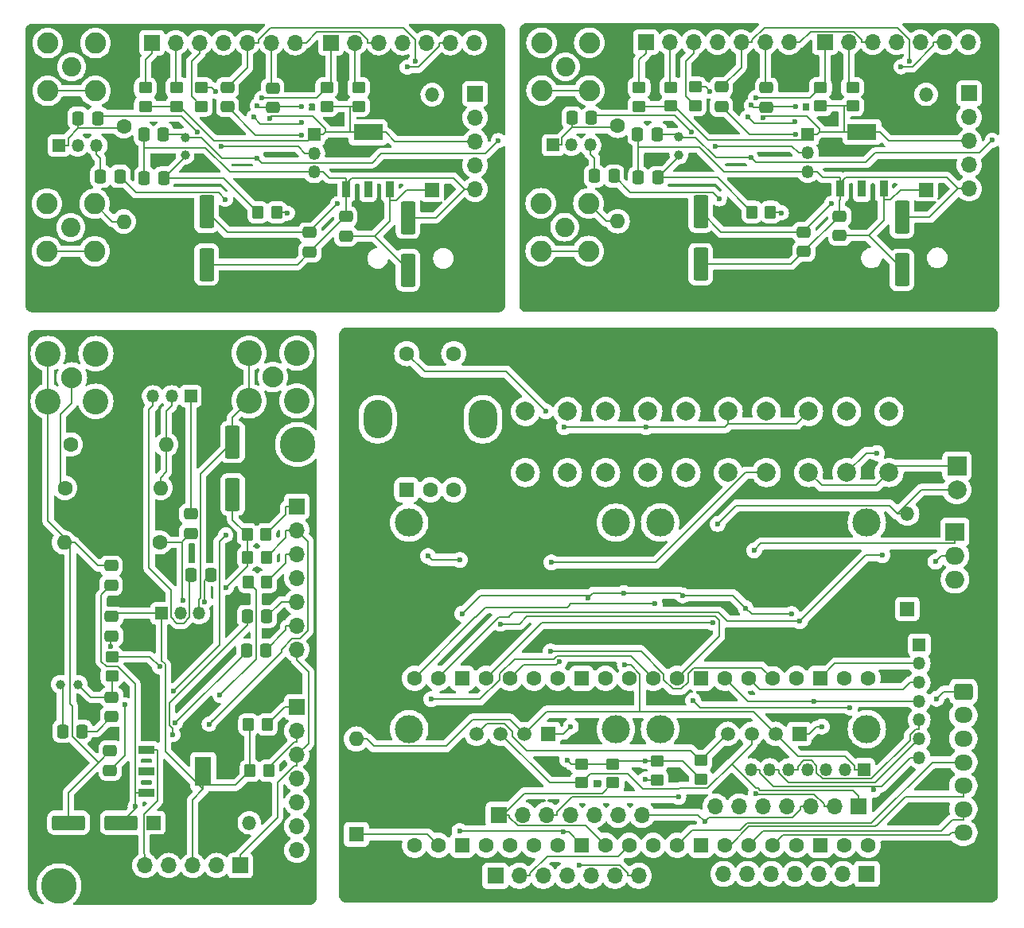
<source format=gbr>
%TF.GenerationSoftware,KiCad,Pcbnew,8.0.4*%
%TF.CreationDate,2025-05-03T00:51:18+05:30*%
%TF.ProjectId,TEST PNAL,54455354-2050-44e4-914c-2e6b69636164,rev?*%
%TF.SameCoordinates,Original*%
%TF.FileFunction,Copper,L1,Top*%
%TF.FilePolarity,Positive*%
%FSLAX46Y46*%
G04 Gerber Fmt 4.6, Leading zero omitted, Abs format (unit mm)*
G04 Created by KiCad (PCBNEW 8.0.4) date 2025-05-03 00:51:18*
%MOMM*%
%LPD*%
G01*
G04 APERTURE LIST*
G04 Aperture macros list*
%AMRoundRect*
0 Rectangle with rounded corners*
0 $1 Rounding radius*
0 $2 $3 $4 $5 $6 $7 $8 $9 X,Y pos of 4 corners*
0 Add a 4 corners polygon primitive as box body*
4,1,4,$2,$3,$4,$5,$6,$7,$8,$9,$2,$3,0*
0 Add four circle primitives for the rounded corners*
1,1,$1+$1,$2,$3*
1,1,$1+$1,$4,$5*
1,1,$1+$1,$6,$7*
1,1,$1+$1,$8,$9*
0 Add four rect primitives between the rounded corners*
20,1,$1+$1,$2,$3,$4,$5,0*
20,1,$1+$1,$4,$5,$6,$7,0*
20,1,$1+$1,$6,$7,$8,$9,0*
20,1,$1+$1,$8,$9,$2,$3,0*%
G04 Aperture macros list end*
%TA.AperFunction,ComponentPad*%
%ADD10R,1.350000X1.350000*%
%TD*%
%TA.AperFunction,ComponentPad*%
%ADD11O,1.350000X1.350000*%
%TD*%
%TA.AperFunction,SMDPad,CuDef*%
%ADD12RoundRect,0.250000X0.475000X-0.337500X0.475000X0.337500X-0.475000X0.337500X-0.475000X-0.337500X0*%
%TD*%
%TA.AperFunction,SMDPad,CuDef*%
%ADD13RoundRect,0.250000X0.550000X-1.500000X0.550000X1.500000X-0.550000X1.500000X-0.550000X-1.500000X0*%
%TD*%
%TA.AperFunction,ComponentPad*%
%ADD14C,1.600000*%
%TD*%
%TA.AperFunction,ComponentPad*%
%ADD15O,1.600000X1.600000*%
%TD*%
%TA.AperFunction,ComponentPad*%
%ADD16C,2.050000*%
%TD*%
%TA.AperFunction,ComponentPad*%
%ADD17C,2.250000*%
%TD*%
%TA.AperFunction,SMDPad,CuDef*%
%ADD18RoundRect,0.250000X-0.550000X1.500000X-0.550000X-1.500000X0.550000X-1.500000X0.550000X1.500000X0*%
%TD*%
%TA.AperFunction,SMDPad,CuDef*%
%ADD19RoundRect,0.250000X0.337500X0.475000X-0.337500X0.475000X-0.337500X-0.475000X0.337500X-0.475000X0*%
%TD*%
%TA.AperFunction,SMDPad,CuDef*%
%ADD20RoundRect,0.250000X0.450000X-0.350000X0.450000X0.350000X-0.450000X0.350000X-0.450000X-0.350000X0*%
%TD*%
%TA.AperFunction,SMDPad,CuDef*%
%ADD21RoundRect,0.250000X-0.337500X-0.475000X0.337500X-0.475000X0.337500X0.475000X-0.337500X0.475000X0*%
%TD*%
%TA.AperFunction,SMDPad,CuDef*%
%ADD22RoundRect,0.250000X-0.475000X0.337500X-0.475000X-0.337500X0.475000X-0.337500X0.475000X0.337500X0*%
%TD*%
%TA.AperFunction,ComponentPad*%
%ADD23R,1.700000X1.700000*%
%TD*%
%TA.AperFunction,ComponentPad*%
%ADD24O,1.700000X1.700000*%
%TD*%
%TA.AperFunction,SMDPad,CuDef*%
%ADD25R,0.850800X1.761200*%
%TD*%
%TA.AperFunction,SMDPad,CuDef*%
%ADD26R,3.150799X1.761200*%
%TD*%
%TA.AperFunction,ComponentPad*%
%ADD27C,1.000000*%
%TD*%
%TA.AperFunction,SMDPad,CuDef*%
%ADD28RoundRect,0.250000X-0.350000X-0.450000X0.350000X-0.450000X0.350000X0.450000X-0.350000X0.450000X0*%
%TD*%
%TA.AperFunction,ComponentPad*%
%ADD29R,1.500000X1.500000*%
%TD*%
%TA.AperFunction,ComponentPad*%
%ADD30O,1.500000X1.500000*%
%TD*%
%TA.AperFunction,ComponentPad*%
%ADD31R,2.000000X1.905000*%
%TD*%
%TA.AperFunction,ComponentPad*%
%ADD32O,2.000000X1.905000*%
%TD*%
%TA.AperFunction,ComponentPad*%
%ADD33R,2.000000X2.000000*%
%TD*%
%TA.AperFunction,ComponentPad*%
%ADD34C,2.000000*%
%TD*%
%TA.AperFunction,SMDPad,CuDef*%
%ADD35RoundRect,0.250000X-0.450000X0.350000X-0.450000X-0.350000X0.450000X-0.350000X0.450000X0.350000X0*%
%TD*%
%TA.AperFunction,ComponentPad*%
%ADD36RoundRect,0.200000X-0.600000X0.600000X-0.600000X-0.600000X0.600000X-0.600000X0.600000X0.600000X0*%
%TD*%
%TA.AperFunction,ComponentPad*%
%ADD37RoundRect,0.250000X-0.725000X0.600000X-0.725000X-0.600000X0.725000X-0.600000X0.725000X0.600000X0*%
%TD*%
%TA.AperFunction,ComponentPad*%
%ADD38O,1.950000X1.700000*%
%TD*%
%TA.AperFunction,ComponentPad*%
%ADD39R,1.508000X1.508000*%
%TD*%
%TA.AperFunction,ComponentPad*%
%ADD40C,1.508000*%
%TD*%
%TA.AperFunction,ComponentPad*%
%ADD41C,3.000000*%
%TD*%
%TA.AperFunction,ComponentPad*%
%ADD42RoundRect,0.250000X0.550000X-0.550000X0.550000X0.550000X-0.550000X0.550000X-0.550000X-0.550000X0*%
%TD*%
%TA.AperFunction,ComponentPad*%
%ADD43O,3.000000X4.100000*%
%TD*%
%TA.AperFunction,ComponentPad*%
%ADD44R,1.600000X1.600000*%
%TD*%
%TA.AperFunction,ComponentPad*%
%ADD45C,2.600000*%
%TD*%
%TA.AperFunction,ConnectorPad*%
%ADD46C,3.800000*%
%TD*%
%TA.AperFunction,ComponentPad*%
%ADD47C,2.240000*%
%TD*%
%TA.AperFunction,ComponentPad*%
%ADD48C,2.740000*%
%TD*%
%TA.AperFunction,SMDPad,CuDef*%
%ADD49RoundRect,0.250000X1.500000X0.550000X-1.500000X0.550000X-1.500000X-0.550000X1.500000X-0.550000X0*%
%TD*%
%TA.AperFunction,SMDPad,CuDef*%
%ADD50R,1.761200X0.850800*%
%TD*%
%TA.AperFunction,SMDPad,CuDef*%
%ADD51R,1.761200X3.150799*%
%TD*%
%TA.AperFunction,SMDPad,CuDef*%
%ADD52RoundRect,0.250000X0.350000X0.450000X-0.350000X0.450000X-0.350000X-0.450000X0.350000X-0.450000X0*%
%TD*%
%TA.AperFunction,ViaPad*%
%ADD53C,0.600000*%
%TD*%
%TA.AperFunction,Conductor*%
%ADD54C,0.200000*%
%TD*%
G04 APERTURE END LIST*
D10*
%TO.P,J6,1,Pin_1*%
%TO.N,N/C*%
X123935000Y-66930000D03*
D11*
%TO.P,J6,2,Pin_2*%
X123935000Y-68930000D03*
%TO.P,J6,3,Pin_3*%
X123935000Y-70930000D03*
%TD*%
D12*
%TO.P,C6,1*%
%TO.N,N/C*%
X114735000Y-63980000D03*
%TO.P,C6,2*%
X114735000Y-61905000D03*
%TD*%
D13*
%TO.P,C2,1*%
%TO.N,N/C*%
X133935000Y-81380000D03*
%TO.P,C2,2*%
X133935000Y-75780000D03*
%TD*%
D14*
%TO.P,L1,1,1*%
%TO.N,N/C*%
X103685000Y-66030000D03*
D15*
%TO.P,L1,2,2*%
X103685000Y-76190000D03*
%TD*%
D16*
%TO.P,J1,1,In*%
%TO.N,N/C*%
X98135000Y-59730000D03*
D17*
%TO.P,J1,2,Ext*%
X95595000Y-62270000D03*
X100675000Y-62270000D03*
X95595000Y-57190000D03*
X100675000Y-57190000D03*
%TD*%
D18*
%TO.P,C4,1*%
%TO.N,N/C*%
X112510000Y-75155000D03*
%TO.P,C4,2*%
X112510000Y-80755000D03*
%TD*%
D19*
%TO.P,C7,1*%
%TO.N,N/C*%
X103285000Y-71380000D03*
%TO.P,C7,2*%
X101210000Y-71380000D03*
%TD*%
D20*
%TO.P,R6,1*%
%TO.N,N/C*%
X111960000Y-63905000D03*
%TO.P,R6,2*%
X111960000Y-61905000D03*
%TD*%
D19*
%TO.P,C8,1*%
%TO.N,N/C*%
X107885000Y-66905000D03*
%TO.P,C8,2*%
X105810000Y-66905000D03*
%TD*%
D21*
%TO.P,C10,1*%
%TO.N,N/C*%
X98835000Y-65180000D03*
%TO.P,C10,2*%
X100910000Y-65180000D03*
%TD*%
D22*
%TO.P,C3,1*%
%TO.N,N/C*%
X123485000Y-77355000D03*
%TO.P,C3,2*%
X123485000Y-79430000D03*
%TD*%
D23*
%TO.P,J2,1,Pin_1*%
%TO.N,N/C*%
X141085000Y-62580000D03*
D24*
%TO.P,J2,2,Pin_2*%
X141085000Y-65120000D03*
%TO.P,J2,3,Pin_3*%
X141085000Y-67660000D03*
%TO.P,J2,4,Pin_4*%
X141085000Y-70200000D03*
%TO.P,J2,5,Pin_5*%
X141085000Y-72740000D03*
%TD*%
D20*
%TO.P,R4,1*%
%TO.N,N/C*%
X105985000Y-63955000D03*
%TO.P,R4,2*%
X105985000Y-61955000D03*
%TD*%
D12*
%TO.P,C1,1*%
%TO.N,N/C*%
X127310000Y-77730000D03*
%TO.P,C1,2*%
X127310000Y-75655000D03*
%TD*%
D20*
%TO.P,R3,1*%
%TO.N,N/C*%
X109335000Y-63930000D03*
%TO.P,R3,2*%
X109335000Y-61930000D03*
%TD*%
D19*
%TO.P,C9,1*%
%TO.N,N/C*%
X107960000Y-71555000D03*
%TO.P,C9,2*%
X105885000Y-71555000D03*
%TD*%
D23*
%TO.P,J4,1,Pin_1*%
%TO.N,N/C*%
X106685000Y-57140000D03*
D24*
%TO.P,J4,2,Pin_2*%
X109225000Y-57140000D03*
%TO.P,J4,3,Pin_3*%
X111765000Y-57140000D03*
%TO.P,J4,4,Pin_4*%
X114305000Y-57140000D03*
%TO.P,J4,5,Pin_5*%
X116845000Y-57140000D03*
%TO.P,J4,6,Pin_6*%
X119385000Y-57140000D03*
%TO.P,J4,7,Pin_7*%
X121925000Y-57140000D03*
%TD*%
D20*
%TO.P,R2,1*%
%TO.N,N/C*%
X125285000Y-63930000D03*
%TO.P,R2,2*%
X125285000Y-61930000D03*
%TD*%
D23*
%TO.P,J3,1,Pin_1*%
%TO.N,N/C*%
X125735000Y-57140000D03*
D24*
%TO.P,J3,2,Pin_2*%
X128275000Y-57140000D03*
%TO.P,J3,3,Pin_3*%
X130815000Y-57140000D03*
%TO.P,J3,4,Pin_4*%
X133355000Y-57140000D03*
%TO.P,J3,5,Pin_5*%
X135895000Y-57140000D03*
%TO.P,J3,6,Pin_6*%
X138435000Y-57140000D03*
%TO.P,J3,7,Pin_7*%
X140975000Y-57140000D03*
%TD*%
D25*
%TO.P,U1,1,GND*%
%TO.N,N/C*%
X127385000Y-72730000D03*
%TO.P,U1,2,VOUT*%
X129685000Y-72730000D03*
%TO.P,U1,3,VIN*%
X131985000Y-72730000D03*
D26*
%TO.P,U1,4,VOUT*%
X129685000Y-66680000D03*
%TD*%
D10*
%TO.P,J7,1,Pin_1*%
%TO.N,N/C*%
X96785000Y-68080000D03*
D11*
%TO.P,J7,2,Pin_2*%
X98785000Y-68080000D03*
%TO.P,J7,3,Pin_3*%
X100785000Y-68080000D03*
%TD*%
D27*
%TO.P,Y1,1,1*%
%TO.N,N/C*%
X110210000Y-69130000D03*
%TO.P,Y1,2,2*%
X110210000Y-67230000D03*
%TD*%
D28*
%TO.P,R5,1*%
%TO.N,N/C*%
X117960000Y-75205000D03*
%TO.P,R5,2*%
X119960000Y-75205000D03*
%TD*%
D29*
%TO.P,D1,1,K*%
%TO.N,N/C*%
X136510000Y-72840000D03*
D30*
%TO.P,D1,2,A*%
X136510000Y-62680000D03*
%TD*%
D16*
%TO.P,J5,1,In*%
%TO.N,N/C*%
X98045000Y-76820000D03*
D17*
%TO.P,J5,2,Ext*%
X95505000Y-74280000D03*
X95505000Y-79360000D03*
X100585000Y-74280000D03*
X100585000Y-79360000D03*
%TD*%
D22*
%TO.P,C5,1*%
%TO.N,N/C*%
X119535000Y-61980000D03*
%TO.P,C5,2*%
X119535000Y-64055000D03*
%TD*%
D20*
%TO.P,R1,1*%
%TO.N,N/C*%
X128685000Y-63930000D03*
%TO.P,R1,2*%
X128685000Y-61930000D03*
%TD*%
D10*
%TO.P,J4,1,Pin_1*%
%TO.N,N/C*%
X135775000Y-121290000D03*
D11*
%TO.P,J4,2,Pin_2*%
X135775000Y-123290000D03*
%TO.P,J4,3,Pin_3*%
X135775000Y-125290000D03*
%TO.P,J4,4,Pin_4*%
X135775000Y-127290000D03*
%TO.P,J4,5,Pin_5*%
X135775000Y-129290000D03*
%TO.P,J4,6,Pin_6*%
X135775000Y-131290000D03*
%TO.P,J4,7,Pin_7*%
X135775000Y-133290000D03*
%TD*%
D31*
%TO.P,U2,1,VI*%
%TO.N,N/C*%
X139585000Y-109250400D03*
D32*
%TO.P,U2,2,GND*%
X139585000Y-111790400D03*
%TO.P,U2,3,VO*%
X139585000Y-114330400D03*
%TD*%
D33*
%TO.P,J1,1,Pin_1*%
%TO.N,N/C*%
X139788200Y-102240000D03*
D34*
%TO.P,J1,2,Pin_2*%
X139788200Y-104780000D03*
%TD*%
%TO.P,SW4,1,1*%
%TO.N,N/C*%
X106915000Y-96450000D03*
X106915000Y-102950000D03*
%TO.P,SW4,2,2*%
X102415000Y-96450000D03*
X102415000Y-102950000D03*
%TD*%
%TO.P,SW2,1,1*%
%TO.N,N/C*%
X124015000Y-96450000D03*
X124015000Y-102950000D03*
%TO.P,SW2,2,2*%
X119515000Y-96450000D03*
X119515000Y-102950000D03*
%TD*%
%TO.P,SW1,1,1*%
%TO.N,N/C*%
X132565000Y-96450000D03*
X132565000Y-102950000D03*
%TO.P,SW1,2,2*%
X128065000Y-96450000D03*
X128065000Y-102950000D03*
%TD*%
%TO.P,SW5,1,1*%
%TO.N,N/C*%
X98365000Y-96450000D03*
X98365000Y-102950000D03*
%TO.P,SW5,2,2*%
X93865000Y-96450000D03*
X93865000Y-102950000D03*
%TD*%
D23*
%TO.P,J6,1,Pin_1*%
%TO.N,N/C*%
X129345000Y-138520000D03*
D24*
%TO.P,J6,2,Pin_2*%
X126805000Y-138520000D03*
%TO.P,J6,3,Pin_3*%
X124265000Y-138520000D03*
%TO.P,J6,4,Pin_4*%
X121725000Y-138520000D03*
%TO.P,J6,5,Pin_5*%
X119185000Y-138520000D03*
%TO.P,J6,6,Pin_6*%
X116645000Y-138520000D03*
%TO.P,J6,7,Pin_7*%
X114105000Y-138520000D03*
%TD*%
D35*
%TO.P,R6,1*%
%TO.N,N/C*%
X112525000Y-133620000D03*
%TO.P,R6,2*%
X112525000Y-135620000D03*
%TD*%
%TO.P,R12,1*%
%TO.N,N/C*%
X107865000Y-133670000D03*
%TO.P,R12,2*%
X107865000Y-135670000D03*
%TD*%
D23*
%TO.P,J5,1,Pin_1*%
%TO.N,N/C*%
X91035000Y-139380000D03*
D24*
%TO.P,J5,2,Pin_2*%
X93575000Y-139380000D03*
%TO.P,J5,3,Pin_3*%
X96115000Y-139380000D03*
%TO.P,J5,4,Pin_4*%
X98655000Y-139380000D03*
%TO.P,J5,5,Pin_5*%
X101195000Y-139380000D03*
%TO.P,J5,6,Pin_6*%
X103735000Y-139380000D03*
%TO.P,J5,7,Pin_7*%
X106275000Y-139380000D03*
%TD*%
D20*
%TO.P,R7,1*%
%TO.N,N/C*%
X99855000Y-135990000D03*
%TO.P,R7,2*%
X99855000Y-133990000D03*
%TD*%
D34*
%TO.P,SW3,1,1*%
%TO.N,N/C*%
X115465000Y-96450000D03*
X115465000Y-102950000D03*
%TO.P,SW3,2,2*%
X110965000Y-96450000D03*
X110965000Y-102950000D03*
%TD*%
D35*
%TO.P,R11,1*%
%TO.N,N/C*%
X103175000Y-133970000D03*
%TO.P,R11,2*%
X103175000Y-135970000D03*
%TD*%
D10*
%TO.P,J3,1,Pin_1*%
%TO.N,N/C*%
X129874600Y-134574200D03*
D11*
%TO.P,J3,2,Pin_2*%
X127874600Y-134574200D03*
%TO.P,J3,3,Pin_3*%
X125874600Y-134574200D03*
%TO.P,J3,4,Pin_4*%
X123874600Y-134574200D03*
%TO.P,J3,5,Pin_5*%
X121874600Y-134574200D03*
%TO.P,J3,6,Pin_6*%
X119874600Y-134574200D03*
%TO.P,J3,7,Pin_7*%
X117874600Y-134574200D03*
%TD*%
D23*
%TO.P,J8,1,Pin_1*%
%TO.N,N/C*%
X90675000Y-145890000D03*
D24*
%TO.P,J8,2,Pin_2*%
X93215000Y-145890000D03*
%TO.P,J8,3,Pin_3*%
X95755000Y-145890000D03*
%TO.P,J8,4,Pin_4*%
X98295000Y-145890000D03*
%TO.P,J8,5,Pin_5*%
X100835000Y-145890000D03*
%TO.P,J8,6,Pin_6*%
X103375000Y-145890000D03*
%TO.P,J8,7,Pin_7*%
X105915000Y-145890000D03*
%TD*%
D23*
%TO.P,J7,1,Pin_1*%
%TO.N,N/C*%
X130205000Y-145690000D03*
D24*
%TO.P,J7,2,Pin_2*%
X127665000Y-145690000D03*
%TO.P,J7,3,Pin_3*%
X125125000Y-145690000D03*
%TO.P,J7,4,Pin_4*%
X122585000Y-145690000D03*
%TO.P,J7,5,Pin_5*%
X120045000Y-145690000D03*
%TO.P,J7,6,Pin_6*%
X117505000Y-145690000D03*
%TO.P,J7,7,Pin_7*%
X114965000Y-145690000D03*
%TD*%
D14*
%TO.P,IC1,1,GP0*%
%TO.N,N/C*%
X82075000Y-124850000D03*
%TO.P,IC1,2,GP1*%
X84615000Y-124850000D03*
D36*
%TO.P,IC1,3,GND*%
X87155000Y-124850000D03*
D14*
%TO.P,IC1,4,GP2*%
X89695000Y-124850000D03*
%TO.P,IC1,5,GP3*%
X92235000Y-124850000D03*
%TO.P,IC1,6,GP4*%
X94775000Y-124850000D03*
%TO.P,IC1,7,GP5*%
X97315000Y-124850000D03*
D36*
%TO.P,IC1,8,GND*%
X99855000Y-124850000D03*
D14*
%TO.P,IC1,9,GP6*%
X102395000Y-124850000D03*
%TO.P,IC1,10,GP7*%
X104935000Y-124850000D03*
%TO.P,IC1,11,GP8*%
X107475000Y-124850000D03*
%TO.P,IC1,12,GP9*%
X110015000Y-124850000D03*
D36*
%TO.P,IC1,13,GND*%
X112555000Y-124850000D03*
D14*
%TO.P,IC1,14,GP10*%
X115095000Y-124850000D03*
%TO.P,IC1,15,GP11*%
X117635000Y-124850000D03*
%TO.P,IC1,16,GP12*%
X120175000Y-124891881D03*
%TO.P,IC1,17,GP13*%
X122715000Y-124850000D03*
D36*
%TO.P,IC1,18,GND*%
X125255000Y-124850000D03*
D14*
%TO.P,IC1,19,GP14*%
X127795000Y-124850000D03*
%TO.P,IC1,20,GP15*%
X130335000Y-124850000D03*
%TO.P,IC1,21,GP16*%
X130335000Y-142630000D03*
%TO.P,IC1,22,GP17*%
X127795000Y-142630000D03*
D36*
%TO.P,IC1,23,GND*%
X125255000Y-142630000D03*
D14*
%TO.P,IC1,24,GP18*%
X122715000Y-142630000D03*
%TO.P,IC1,25,GP19*%
X120175000Y-142630000D03*
%TO.P,IC1,26,GP20*%
X117635000Y-142630000D03*
%TO.P,IC1,27,GP21*%
X115095000Y-142630000D03*
D36*
%TO.P,IC1,28,GND*%
X112555000Y-142630000D03*
D14*
%TO.P,IC1,29,GP22*%
X110015000Y-142630000D03*
%TO.P,IC1,30,RUN*%
X107475000Y-142630000D03*
%TO.P,IC1,31,GP26*%
X104935000Y-142630000D03*
%TO.P,IC1,32,GP27*%
X102395000Y-142630000D03*
D36*
%TO.P,IC1,33,AGND*%
X99855000Y-142630000D03*
D14*
%TO.P,IC1,34,GP28*%
X97315000Y-142630000D03*
%TO.P,IC1,35,ADC_VREF*%
X94775000Y-142630000D03*
%TO.P,IC1,36,3V3_OUT*%
X92235000Y-142630000D03*
%TO.P,IC1,37,3V3_EN*%
X89695000Y-142630000D03*
D36*
%TO.P,IC1,38,GND*%
X87155000Y-142630000D03*
D14*
%TO.P,IC1,39,VSYS*%
X84615000Y-142630000D03*
%TO.P,IC1,40,VBUS*%
X82075000Y-142630000D03*
%TD*%
D37*
%TO.P,J2,1,Pin_1*%
%TO.N,N/C*%
X140465000Y-126290000D03*
D38*
%TO.P,J2,2,Pin_2*%
X140465000Y-128790000D03*
%TO.P,J2,3,Pin_3*%
X140465000Y-131290000D03*
%TO.P,J2,4,Pin_4*%
X140465000Y-133790000D03*
%TO.P,J2,5,Pin_5*%
X140465000Y-136290000D03*
%TO.P,J2,6,Pin_6*%
X140465000Y-138790000D03*
%TO.P,J2,7,Pin_7*%
X140465000Y-141290000D03*
%TD*%
D29*
%TO.P,D2,1,K*%
%TO.N,N/C*%
X134505000Y-117480000D03*
D30*
%TO.P,D2,2,A*%
X134505000Y-107320000D03*
%TD*%
D39*
%TO.P,B1,1,GND*%
%TO.N,N/C*%
X123015000Y-130767500D03*
D40*
%TO.P,B1,2,VCC*%
X120475000Y-130767500D03*
%TO.P,B1,3,SCL*%
X117935000Y-130767500D03*
%TO.P,B1,4,SDA*%
X115395000Y-130767500D03*
D41*
%TO.P,B1,S1*%
X130205000Y-130267500D03*
%TO.P,B1,S2*%
X108205000Y-130267500D03*
%TO.P,B1,S3*%
X108205000Y-108267500D03*
%TO.P,B1,S4*%
X130205000Y-108267500D03*
%TD*%
D42*
%TO.P,SW6,A,A*%
%TO.N,N/C*%
X81245000Y-104780000D03*
D14*
%TO.P,SW6,B,B*%
X86245000Y-104780000D03*
%TO.P,SW6,C,C*%
X83745000Y-104780000D03*
%TO.P,SW6,S1,S1*%
X81245000Y-90280000D03*
%TO.P,SW6,S2,S2*%
X86245000Y-90280000D03*
D43*
%TO.P,SW6,SH*%
X78145000Y-97280000D03*
X89345000Y-97280000D03*
%TD*%
D44*
%TO.P,D1,1,K*%
%TO.N,N/C*%
X75875000Y-141480000D03*
D15*
%TO.P,D1,2,A*%
X75875000Y-131320000D03*
%TD*%
D39*
%TO.P,B2,1,GND*%
%TO.N,N/C*%
X96310000Y-130776000D03*
D40*
%TO.P,B2,2,VCC*%
X93770000Y-130776000D03*
%TO.P,B2,3,SCL*%
X91230000Y-130776000D03*
%TO.P,B2,4,SDA*%
X88690000Y-130776000D03*
D41*
%TO.P,B2,S1*%
X103500000Y-130276000D03*
%TO.P,B2,S2*%
X81500000Y-130276000D03*
%TO.P,B2,S3*%
X81500000Y-108276000D03*
%TO.P,B2,S4*%
X103500000Y-108276000D03*
%TD*%
D12*
%TO.P,C6,1*%
%TO.N,N/C*%
X62176650Y-64016650D03*
%TO.P,C6,2*%
X62176650Y-61941650D03*
%TD*%
D10*
%TO.P,J6,1,Pin_1*%
%TO.N,N/C*%
X71376650Y-66966650D03*
D11*
%TO.P,J6,2,Pin_2*%
X71376650Y-68966650D03*
%TO.P,J6,3,Pin_3*%
X71376650Y-70966650D03*
%TD*%
D14*
%TO.P,L1,1,1*%
%TO.N,N/C*%
X51126650Y-66066650D03*
D15*
%TO.P,L1,2,2*%
X51126650Y-76226650D03*
%TD*%
D13*
%TO.P,C2,1*%
%TO.N,N/C*%
X81376650Y-81416650D03*
%TO.P,C2,2*%
X81376650Y-75816650D03*
%TD*%
D23*
%TO.P,J2,1,Pin_1*%
%TO.N,N/C*%
X88526650Y-62616650D03*
D24*
%TO.P,J2,2,Pin_2*%
X88526650Y-65156650D03*
%TO.P,J2,3,Pin_3*%
X88526650Y-67696650D03*
%TO.P,J2,4,Pin_4*%
X88526650Y-70236650D03*
%TO.P,J2,5,Pin_5*%
X88526650Y-72776650D03*
%TD*%
D16*
%TO.P,J1,1,In*%
%TO.N,N/C*%
X45576650Y-59766650D03*
D17*
%TO.P,J1,2,Ext*%
X43036650Y-62306650D03*
X48116650Y-62306650D03*
X43036650Y-57226650D03*
X48116650Y-57226650D03*
%TD*%
D18*
%TO.P,C4,1*%
%TO.N,N/C*%
X59951650Y-75191650D03*
%TO.P,C4,2*%
X59951650Y-80791650D03*
%TD*%
D20*
%TO.P,R6,1*%
%TO.N,N/C*%
X59401650Y-63941650D03*
%TO.P,R6,2*%
X59401650Y-61941650D03*
%TD*%
%TO.P,R4,1*%
%TO.N,N/C*%
X53426650Y-63991650D03*
%TO.P,R4,2*%
X53426650Y-61991650D03*
%TD*%
D19*
%TO.P,C8,1*%
%TO.N,N/C*%
X55326650Y-66941650D03*
%TO.P,C8,2*%
X53251650Y-66941650D03*
%TD*%
%TO.P,C7,1*%
%TO.N,N/C*%
X50726650Y-71416650D03*
%TO.P,C7,2*%
X48651650Y-71416650D03*
%TD*%
D21*
%TO.P,C10,1*%
%TO.N,N/C*%
X46276650Y-65216650D03*
%TO.P,C10,2*%
X48351650Y-65216650D03*
%TD*%
D22*
%TO.P,C3,1*%
%TO.N,N/C*%
X70926650Y-77391650D03*
%TO.P,C3,2*%
X70926650Y-79466650D03*
%TD*%
D27*
%TO.P,Y1,1,1*%
%TO.N,N/C*%
X57651650Y-69166650D03*
%TO.P,Y1,2,2*%
X57651650Y-67266650D03*
%TD*%
D12*
%TO.P,C1,1*%
%TO.N,N/C*%
X74751650Y-77766650D03*
%TO.P,C1,2*%
X74751650Y-75691650D03*
%TD*%
D28*
%TO.P,R5,1*%
%TO.N,N/C*%
X65401650Y-75241650D03*
%TO.P,R5,2*%
X67401650Y-75241650D03*
%TD*%
D20*
%TO.P,R3,1*%
%TO.N,N/C*%
X56776650Y-63966650D03*
%TO.P,R3,2*%
X56776650Y-61966650D03*
%TD*%
D29*
%TO.P,D1,1,K*%
%TO.N,N/C*%
X83951650Y-72876650D03*
D30*
%TO.P,D1,2,A*%
X83951650Y-62716650D03*
%TD*%
D19*
%TO.P,C9,1*%
%TO.N,N/C*%
X55401650Y-71591650D03*
%TO.P,C9,2*%
X53326650Y-71591650D03*
%TD*%
D23*
%TO.P,J4,1,Pin_1*%
%TO.N,N/C*%
X54126650Y-57176650D03*
D24*
%TO.P,J4,2,Pin_2*%
X56666650Y-57176650D03*
%TO.P,J4,3,Pin_3*%
X59206650Y-57176650D03*
%TO.P,J4,4,Pin_4*%
X61746650Y-57176650D03*
%TO.P,J4,5,Pin_5*%
X64286650Y-57176650D03*
%TO.P,J4,6,Pin_6*%
X66826650Y-57176650D03*
%TO.P,J4,7,Pin_7*%
X69366650Y-57176650D03*
%TD*%
D20*
%TO.P,R2,1*%
%TO.N,N/C*%
X72726650Y-63966650D03*
%TO.P,R2,2*%
X72726650Y-61966650D03*
%TD*%
D22*
%TO.P,C5,1*%
%TO.N,N/C*%
X66976650Y-62016650D03*
%TO.P,C5,2*%
X66976650Y-64091650D03*
%TD*%
D23*
%TO.P,J3,1,Pin_1*%
%TO.N,N/C*%
X73176650Y-57176650D03*
D24*
%TO.P,J3,2,Pin_2*%
X75716650Y-57176650D03*
%TO.P,J3,3,Pin_3*%
X78256650Y-57176650D03*
%TO.P,J3,4,Pin_4*%
X80796650Y-57176650D03*
%TO.P,J3,5,Pin_5*%
X83336650Y-57176650D03*
%TO.P,J3,6,Pin_6*%
X85876650Y-57176650D03*
%TO.P,J3,7,Pin_7*%
X88416650Y-57176650D03*
%TD*%
D20*
%TO.P,R1,1*%
%TO.N,N/C*%
X76126650Y-63966650D03*
%TO.P,R1,2*%
X76126650Y-61966650D03*
%TD*%
D16*
%TO.P,J5,1,In*%
%TO.N,N/C*%
X45486650Y-76856650D03*
D17*
%TO.P,J5,2,Ext*%
X42946650Y-74316650D03*
X42946650Y-79396650D03*
X48026650Y-74316650D03*
X48026650Y-79396650D03*
%TD*%
D25*
%TO.P,U1,1,GND*%
%TO.N,N/C*%
X74826650Y-72766650D03*
%TO.P,U1,2,VOUT*%
X77126650Y-72766650D03*
%TO.P,U1,3,VIN*%
X79426650Y-72766650D03*
D26*
%TO.P,U1,4,VOUT*%
X77126650Y-66716650D03*
%TD*%
D10*
%TO.P,J7,1,Pin_1*%
%TO.N,N/C*%
X44226650Y-68116650D03*
D11*
%TO.P,J7,2,Pin_2*%
X46226650Y-68116650D03*
%TO.P,J7,3,Pin_3*%
X48226650Y-68116650D03*
%TD*%
D29*
%TO.P,D1,1,K*%
%TO.N,Board_0-Net-(D1-K)*%
X54328500Y-140230700D03*
D30*
%TO.P,D1,2,A*%
%TO.N,Board_0-9V*%
X64488500Y-140230700D03*
%TD*%
D12*
%TO.P,C7,1*%
%TO.N,Board_0-Net-(U2-DBYP)*%
X49828500Y-120360700D03*
%TO.P,C7,2*%
%TO.N,Board_0-3V3R2*%
X49828500Y-118285700D03*
%TD*%
D28*
%TO.P,R2,1*%
%TO.N,Board_0-3V3R2*%
X64418500Y-129780700D03*
%TO.P,R2,2*%
%TO.N,Board_0-SCL*%
X66418500Y-129780700D03*
%TD*%
D27*
%TO.P,Y1,1,1*%
%TO.N,Board_0-Net-(C11-Pad1)*%
X46278500Y-125500700D03*
%TO.P,Y1,2,2*%
%TO.N,Board_0-RCLK*%
X44378500Y-125500700D03*
%TD*%
D23*
%TO.P,J2,1,Pin_1*%
%TO.N,Board_0-GND*%
X63548500Y-144790700D03*
D24*
%TO.P,J2,2,Pin_2*%
X61008500Y-144790700D03*
%TO.P,J2,3,Pin_3*%
%TO.N,Board_0-3V3R2*%
X58468500Y-144790700D03*
%TO.P,J2,4,Pin_4*%
%TO.N,Board_0-9V*%
X55928500Y-144790700D03*
%TO.P,J2,5,Pin_5*%
%TO.N,Board_0-GND*%
X53388500Y-144790700D03*
%TD*%
D19*
%TO.P,C9,1*%
%TO.N,Board_0-Net-(U2-AMI)*%
X60358500Y-113840700D03*
%TO.P,C9,2*%
%TO.N,Board_0-AMI*%
X58283500Y-113840700D03*
%TD*%
D14*
%TO.P,L1,1,1*%
%TO.N,Board_0-FMI*%
X45495000Y-99960000D03*
D15*
%TO.P,L1,2,2*%
%TO.N,Board_0-GND*%
X55655000Y-99960000D03*
%TD*%
D45*
%TO.P,2,1*%
%TO.N,N/C*%
X69625000Y-99960000D03*
D46*
X69625000Y-99960000D03*
%TD*%
D19*
%TO.P,C6,1*%
%TO.N,Board_0-ROUT*%
X66356000Y-118260700D03*
%TO.P,C6,2*%
%TO.N,Board_0-Net-(U2-ROUT(DOUT))*%
X64281000Y-118260700D03*
%TD*%
D13*
%TO.P,C4,1*%
%TO.N,Board_0-3V3R2*%
X62718500Y-105290700D03*
%TO.P,C4,2*%
%TO.N,Board_0-GND*%
X62718500Y-99690700D03*
%TD*%
D12*
%TO.P,C3,1*%
%TO.N,Board_0-3V3R2*%
X49678500Y-134655700D03*
%TO.P,C3,2*%
%TO.N,Board_0-GND*%
X49678500Y-132580700D03*
%TD*%
%TO.P,C8,1*%
%TO.N,Board_0-Net-(U2-FMI)*%
X58258500Y-109408200D03*
%TO.P,C8,2*%
%TO.N,Board_0-FMI*%
X58258500Y-107333200D03*
%TD*%
D10*
%TO.P,J6,1,Pin_1*%
%TO.N,Board_0-FMI*%
X58238500Y-94820700D03*
D11*
%TO.P,J6,2,Pin_2*%
%TO.N,Board_0-GND*%
X56238500Y-94820700D03*
%TO.P,J6,3,Pin_3*%
%TO.N,Board_0-AMI*%
X54238500Y-94820700D03*
%TD*%
D47*
%TO.P,J1,1,In*%
%TO.N,Board_0-FMI*%
X66998500Y-92790700D03*
D48*
%TO.P,J1,2,Ext*%
%TO.N,Board_0-GND*%
X69538500Y-90250700D03*
X64458500Y-90250700D03*
X69538500Y-95330700D03*
X64458500Y-95330700D03*
%TD*%
D28*
%TO.P,R3,1*%
%TO.N,Board_0-3V3R2*%
X64288500Y-111980700D03*
%TO.P,R3,2*%
%TO.N,Board_0-SDA1*%
X66288500Y-111980700D03*
%TD*%
D22*
%TO.P,C11,1*%
%TO.N,Board_0-Net-(C11-Pad1)*%
X49828500Y-126865700D03*
%TO.P,C11,2*%
%TO.N,Board_0-Net-(C10-Pad2)*%
X49828500Y-128940700D03*
%TD*%
D47*
%TO.P,J5,1,In*%
%TO.N,Board_0-AMI*%
X45618500Y-92820700D03*
D48*
%TO.P,J5,2,Ext*%
%TO.N,Board_0-GND*%
X43078500Y-95360700D03*
X48158500Y-95360700D03*
X43078500Y-90280700D03*
X48158500Y-90280700D03*
%TD*%
D23*
%TO.P,J4,1,Pin_1*%
%TO.N,Board_0-SCL1*%
X69548500Y-106544100D03*
D24*
%TO.P,J4,2,Pin_2*%
%TO.N,Board_0-SDA1*%
X69548500Y-109084100D03*
%TO.P,J4,3,Pin_3*%
%TO.N,Board_0-RST*%
X69548500Y-111624100D03*
%TO.P,J4,4,Pin_4*%
%TO.N,Board_0-3V3R2*%
X69548500Y-114164100D03*
%TO.P,J4,5,Pin_5*%
%TO.N,Board_0-ROUT*%
X69548500Y-116704100D03*
%TO.P,J4,6,Pin_6*%
%TO.N,Board_0-LOUT*%
X69548500Y-119244100D03*
%TO.P,J4,7,Pin_7*%
%TO.N,Board_0-GND*%
X69548500Y-121784100D03*
%TD*%
D28*
%TO.P,R4,1*%
%TO.N,Board_0-3V3R2*%
X64268500Y-109520700D03*
%TO.P,R4,2*%
%TO.N,Board_0-SCL1*%
X66268500Y-109520700D03*
%TD*%
D45*
%TO.P,1,1*%
%TO.N,N/C*%
X44225000Y-146950000D03*
D46*
X44225000Y-146950000D03*
%TD*%
D23*
%TO.P,J3,1,Pin_1*%
%TO.N,Board_0-SCL*%
X69548500Y-127936300D03*
D24*
%TO.P,J3,2,Pin_2*%
%TO.N,Board_0-SDA*%
X69548500Y-130476300D03*
%TO.P,J3,3,Pin_3*%
%TO.N,Board_0-GND*%
X69548500Y-133016300D03*
%TO.P,J3,4,Pin_4*%
%TO.N,Board_0-DOUT*%
X69548500Y-135556300D03*
%TO.P,J3,5,Pin_5*%
%TO.N,Board_0-DFS*%
X69548500Y-138096300D03*
%TO.P,J3,6,Pin_6*%
%TO.N,Board_0-GPIO2*%
X69548500Y-140636300D03*
%TO.P,J3,7,Pin_7*%
%TO.N,Board_0-RCLK*%
X69548500Y-143176300D03*
%TD*%
D49*
%TO.P,C2,1*%
%TO.N,Board_0-Net-(D1-K)*%
X50848500Y-140240700D03*
%TO.P,C2,2*%
%TO.N,Board_0-GND*%
X45248500Y-140240700D03*
%TD*%
D19*
%TO.P,C5,1*%
%TO.N,Board_0-LOUT*%
X66248500Y-121870700D03*
%TO.P,C5,2*%
%TO.N,Board_0-Net-(U2-LOUT(DFS))*%
X64173500Y-121870700D03*
%TD*%
D14*
%TO.P,L2,1,1*%
%TO.N,Board_0-Net-(U2-FMI)*%
X54938500Y-110380700D03*
D15*
%TO.P,L2,2,2*%
%TO.N,Board_0-GND*%
X44778500Y-110380700D03*
%TD*%
D50*
%TO.P,U1,1,GND*%
%TO.N,Board_0-GND*%
X53523500Y-132490700D03*
%TO.P,U1,2,VOUT*%
%TO.N,Board_0-unconnected-(U1-VOUT-Pad2)*%
X53523500Y-134790700D03*
%TO.P,U1,3,VIN*%
%TO.N,Board_0-Net-(D1-K)*%
X53523500Y-137090700D03*
D51*
%TO.P,U1,4,VOUT*%
%TO.N,Board_0-3V3R2*%
X59573500Y-134790700D03*
%TD*%
D35*
%TO.P,R5,1*%
%TO.N,Board_0-Net-(U2-GPO3{slash}(DCLK))*%
X49868500Y-122600700D03*
%TO.P,R5,2*%
%TO.N,Board_0-Net-(C11-Pad1)*%
X49868500Y-124600700D03*
%TD*%
D14*
%TO.P,L3,1,1*%
%TO.N,Board_0-AMI*%
X44878500Y-104580700D03*
D15*
%TO.P,L3,2,2*%
%TO.N,Board_0-GND*%
X55038500Y-104580700D03*
%TD*%
D28*
%TO.P,R1,1*%
%TO.N,Board_0-3V3R2*%
X64578500Y-134690700D03*
%TO.P,R1,2*%
%TO.N,Board_0-SDA*%
X66578500Y-134690700D03*
%TD*%
D12*
%TO.P,C1,1*%
%TO.N,Board_0-Net-(D1-K)*%
X49778500Y-114950700D03*
%TO.P,C1,2*%
%TO.N,Board_0-GND*%
X49778500Y-112875700D03*
%TD*%
D52*
%TO.P,R7,1*%
%TO.N,Board_0-RST*%
X66358500Y-114590700D03*
%TO.P,R7,2*%
%TO.N,Board_0-Net-(U2-~{RST})*%
X64358500Y-114590700D03*
%TD*%
D21*
%TO.P,C10,1*%
%TO.N,Board_0-RCLK*%
X44613500Y-130510700D03*
%TO.P,C10,2*%
%TO.N,Board_0-Net-(C10-Pad2)*%
X46688500Y-130510700D03*
%TD*%
D10*
%TO.P,J7,1,Pin_1*%
%TO.N,Board_0-3V3R2*%
X55138500Y-117940700D03*
D11*
%TO.P,J7,2,Pin_2*%
%TO.N,Board_0-SEN*%
X57138500Y-117940700D03*
%TO.P,J7,3,Pin_3*%
%TO.N,Board_0-GND*%
X59138500Y-117940700D03*
%TD*%
D53*
%TO.N,*%
X133845300Y-59749500D03*
X126459300Y-74278000D03*
X143556100Y-67570100D03*
X122630700Y-66958700D03*
X121107400Y-75295200D03*
X114077100Y-68204200D03*
X122610800Y-63984200D03*
X114507300Y-73810400D03*
X117856800Y-69434800D03*
X113475500Y-62338400D03*
X117898000Y-63851000D03*
X111548600Y-66679600D03*
X119190000Y-65185200D03*
X118372800Y-63031000D03*
X122583800Y-65598200D03*
X117520600Y-65080400D03*
X134721300Y-59147700D03*
X128420400Y-127954800D03*
X91181900Y-119058800D03*
X96613600Y-112524300D03*
X114342800Y-108429700D03*
X130952000Y-136745500D03*
X98309800Y-133543300D03*
X110155900Y-137506500D03*
X106648300Y-135627600D03*
X123084600Y-118791300D03*
X113851400Y-118935600D03*
X97476600Y-123067100D03*
X83844900Y-127084800D03*
X131259200Y-100872000D03*
X131868300Y-111764400D03*
X96557000Y-121979600D03*
X107618500Y-116914300D03*
X124560200Y-127290000D03*
X111722200Y-127200700D03*
X96041300Y-96426300D03*
X106648300Y-133670000D03*
X118364700Y-137149900D03*
X104337100Y-115773900D03*
X97886300Y-141230800D03*
X83515900Y-111839700D03*
X125448700Y-130006100D03*
X98703400Y-130006100D03*
X117321100Y-117388600D03*
X97998400Y-98120300D03*
X122225800Y-118001100D03*
X86894600Y-112246700D03*
X137635700Y-127033200D03*
X99583500Y-144738300D03*
X86858700Y-141120200D03*
X87155000Y-117974600D03*
X137493000Y-112444400D03*
X112962000Y-140099300D03*
X100515500Y-116301900D03*
X110590200Y-116032100D03*
X118205000Y-111230700D03*
X104454100Y-123425300D03*
X106730900Y-98120300D03*
X90997750Y-67606750D03*
X70072350Y-66995350D03*
X68549050Y-75331850D03*
X61518750Y-68240850D03*
X70052450Y-64020850D03*
X61948950Y-73847050D03*
X65298450Y-69471450D03*
X65339650Y-63887650D03*
X58990250Y-66716250D03*
X60917150Y-62375050D03*
X81286950Y-59786150D03*
X66631650Y-65221850D03*
X65814450Y-63067650D03*
X70025450Y-65634850D03*
X64962250Y-65117050D03*
X73900950Y-74314650D03*
X82162950Y-59184350D03*
%TO.N,Board_0-3V3R2*%
X51253600Y-127684900D03*
X62045300Y-115198400D03*
%TO.N,Board_0-Net-(D1-K)*%
X52341200Y-138473600D03*
%TO.N,Board_0-Net-(U2-AMI)*%
X59758900Y-116704300D03*
%TO.N,Board_0-Net-(U2-DBYP)*%
X49725600Y-121474500D03*
%TO.N,Board_0-Net-(U2-FMI)*%
X57442400Y-116588800D03*
%TO.N,Board_0-Net-(U2-GPO3{slash}(DCLK))*%
X54938300Y-123623300D03*
%TO.N,Board_0-Net-(U2-LOUT(DFS))*%
X56621500Y-129587700D03*
%TO.N,Board_0-Net-(U2-ROUT(DOUT))*%
X56369400Y-130836200D03*
%TO.N,Board_0-Net-(U2-~{RST})*%
X61349900Y-126654300D03*
%TO.N,Board_0-SCL1*%
X61982800Y-109594300D03*
X56392200Y-126173800D03*
%TO.N,Board_0-SDA1*%
X60215500Y-129732600D03*
%TD*%
D54*
%TO.N,*%
X127807900Y-63930000D02*
X125285000Y-63930000D01*
X123935000Y-66930000D02*
X123300800Y-67564200D01*
X98835000Y-65180000D02*
X98835000Y-66222200D01*
X100785000Y-68080000D02*
X100785000Y-69056700D01*
X95505000Y-79360000D02*
X100585000Y-79360000D01*
X103685000Y-76190000D02*
X102495000Y-76190000D01*
X109335000Y-63930000D02*
X109310000Y-63955000D01*
X102495000Y-76190000D02*
X100585000Y-74280000D01*
X114983500Y-70930000D02*
X123935000Y-70930000D01*
X124911700Y-70930000D02*
X125529400Y-71547700D01*
X117713700Y-66958700D02*
X114735000Y-63980000D01*
X122630700Y-66958700D02*
X117713700Y-66958700D01*
X127310000Y-73987300D02*
X127385000Y-73912300D01*
X117898000Y-63851000D02*
X118102000Y-64055000D01*
X127976100Y-71547700D02*
X138741000Y-71547700D01*
X117898000Y-63851000D02*
X118102000Y-64055000D01*
X129663300Y-57140000D02*
X129663300Y-56852000D01*
X127385000Y-72138800D02*
X127385000Y-71547700D01*
X125529400Y-71547700D02*
X127385000Y-71547700D01*
X119535000Y-64055000D02*
X119605800Y-63984200D01*
X127385000Y-72730000D02*
X127385000Y-72138800D01*
X127310000Y-75655000D02*
X127310000Y-73987300D01*
X111960000Y-63905000D02*
X110917600Y-62862600D01*
X127385000Y-72138800D02*
X127976100Y-71547700D01*
X123485000Y-79430000D02*
X127260000Y-75655000D01*
X129663300Y-56852000D02*
X128793300Y-55982000D01*
X122160000Y-80755000D02*
X123485000Y-79430000D01*
X141085000Y-72740000D02*
X139933300Y-72740000D01*
X124234700Y-55982000D02*
X123076700Y-57140000D01*
X111765000Y-57140000D02*
X111765000Y-58291700D01*
X105885000Y-71555000D02*
X105885000Y-68309500D01*
X138741000Y-71547700D02*
X139933300Y-72740000D01*
X136893300Y-75780000D02*
X133935000Y-75780000D01*
X127385000Y-72730000D02*
X127385000Y-73912300D01*
X121925000Y-57140000D02*
X123076700Y-57140000D01*
X112510000Y-80755000D02*
X122160000Y-80755000D01*
X139933300Y-72740000D02*
X136893300Y-75780000D01*
X105885000Y-68309500D02*
X112363000Y-68309500D01*
X130815000Y-57140000D02*
X129663300Y-57140000D01*
X127260000Y-75655000D02*
X127310000Y-75655000D01*
X110917600Y-59139100D02*
X111765000Y-58291700D01*
X116845000Y-59795000D02*
X114735000Y-61905000D01*
X105885000Y-68309500D02*
X105885000Y-66980000D01*
X105885000Y-66980000D02*
X105810000Y-66905000D01*
X112363000Y-68309500D02*
X114983500Y-70930000D01*
X119294500Y-55573700D02*
X117996700Y-56871500D01*
X123935000Y-70930000D02*
X124911700Y-70930000D01*
X128793300Y-55982000D02*
X124234700Y-55982000D01*
X133445200Y-55573700D02*
X119294500Y-55573700D01*
X134721300Y-56849800D02*
X133445200Y-55573700D01*
X134721300Y-59149300D02*
X134721300Y-56849800D01*
X110917600Y-62862600D02*
X110917600Y-59139100D01*
X116845000Y-57140000D02*
X117996700Y-57140000D01*
X134721300Y-59149300D02*
X134721300Y-59147700D01*
X117996700Y-56871500D02*
X117996700Y-57140000D01*
X116845000Y-57140000D02*
X116845000Y-58291700D01*
X134721300Y-57893400D02*
X134721300Y-59149300D01*
X124184000Y-63031000D02*
X125285000Y-61930000D01*
X134721300Y-59149300D02*
X134721300Y-57893400D01*
X116845000Y-58291700D02*
X116845000Y-59795000D01*
X113475500Y-62338400D02*
X113042100Y-61905000D01*
X109225000Y-57140000D02*
X109225000Y-61820000D01*
X114310000Y-71555000D02*
X107960000Y-71555000D01*
X101171100Y-64918900D02*
X109787900Y-64918900D01*
X123935000Y-68930000D02*
X122958300Y-68930000D01*
X105985000Y-58991700D02*
X106685000Y-58291700D01*
X122232500Y-68204200D02*
X114077100Y-68204200D01*
X109925500Y-65056500D02*
X111548600Y-66679600D01*
X121107400Y-75295200D02*
X121017200Y-75205000D01*
X105985000Y-61955000D02*
X105985000Y-58991700D01*
X109225000Y-61820000D02*
X109335000Y-61930000D01*
X109787900Y-64918900D02*
X111548600Y-66679600D01*
X121107400Y-75295200D02*
X121084800Y-75272600D01*
X122958300Y-68930000D02*
X122232500Y-68204200D01*
X121017200Y-75205000D02*
X119960000Y-75205000D01*
X133927900Y-59749500D02*
X133845300Y-59749500D01*
X117960000Y-75205000D02*
X114310000Y-71555000D01*
X113042100Y-61905000D02*
X111960000Y-61905000D01*
X133845300Y-59749500D02*
X133927900Y-59749500D01*
X121084800Y-75272600D02*
X121107400Y-75295200D01*
X106685000Y-57140000D02*
X106685000Y-58291700D01*
X111978500Y-67281300D02*
X110261300Y-67281300D01*
X131106200Y-68930000D02*
X142196200Y-68930000D01*
X110210000Y-67230000D02*
X109885000Y-66905000D01*
X110210000Y-69305000D02*
X107960000Y-71555000D01*
X137283300Y-57499900D02*
X135033700Y-59749500D01*
X138435000Y-57140000D02*
X137283300Y-57140000D01*
X118102000Y-64055000D02*
X119535000Y-64055000D01*
X100910000Y-65180000D02*
X101171100Y-64918900D01*
X137283300Y-57140000D02*
X137283300Y-57499900D01*
X113788300Y-73091400D02*
X104996300Y-73091400D01*
X114132000Y-69434800D02*
X111978500Y-67281300D01*
X142196200Y-68930000D02*
X143556100Y-67570100D01*
X135033700Y-59749500D02*
X133845300Y-59749500D01*
X110261300Y-67281300D02*
X110210000Y-67230000D01*
X117856800Y-69434800D02*
X118351900Y-69929900D01*
X110210000Y-69130000D02*
X110210000Y-69305000D01*
X104996300Y-73091400D02*
X104996300Y-73091300D01*
X118351900Y-69929900D02*
X130106300Y-69929900D01*
X114507300Y-73810400D02*
X113788300Y-73091400D01*
X111548600Y-66679600D02*
X109925500Y-65056500D01*
X118102000Y-64055000D02*
X117898000Y-63851000D01*
X109885000Y-66905000D02*
X107885000Y-66905000D01*
X104996300Y-73091300D02*
X103285000Y-71380000D01*
X117856800Y-69434800D02*
X114132000Y-69434800D01*
X119605800Y-63984200D02*
X122610800Y-63984200D01*
X130106300Y-69929900D02*
X131106200Y-68930000D01*
X118372800Y-63031000D02*
X124184000Y-63031000D01*
X119385000Y-57140000D02*
X119385000Y-61830000D01*
X118239700Y-65799500D02*
X117520600Y-65080400D01*
X122583800Y-65598200D02*
X122382500Y-65799500D01*
X131985000Y-73811400D02*
X131985000Y-73910800D01*
X133935000Y-81380000D02*
X133935000Y-81278800D01*
X136510000Y-72840000D02*
X135458300Y-72840000D01*
X119385000Y-61830000D02*
X119535000Y-61980000D01*
X125735000Y-57140000D02*
X125735000Y-61480000D01*
X125735000Y-61480000D02*
X125285000Y-61930000D01*
X128275000Y-61520000D02*
X128685000Y-61930000D01*
X133935000Y-81278800D02*
X130386200Y-77730000D01*
X130386200Y-77730000D02*
X127310000Y-77730000D01*
X131985000Y-72730000D02*
X131985000Y-73811400D01*
X122382500Y-65799500D02*
X118239700Y-65799500D01*
X128275000Y-57140000D02*
X128275000Y-61520000D01*
X131985000Y-73910800D02*
X131985000Y-73912300D01*
X131985000Y-73912300D02*
X131985000Y-76131200D01*
X135458300Y-72840000D02*
X133784400Y-72840000D01*
X123300800Y-67564200D02*
X113284100Y-67564200D01*
X119191200Y-65185200D02*
X119190000Y-65185200D01*
X132712100Y-73912300D02*
X131985000Y-73912300D01*
X133784400Y-72840000D02*
X132712100Y-73912300D01*
X109649900Y-63930000D02*
X109335000Y-63930000D01*
X119379900Y-64996500D02*
X119191200Y-65185200D01*
X113284100Y-67564200D02*
X109649900Y-63930000D01*
X125161700Y-66349200D02*
X123809000Y-64996500D01*
X126459300Y-74278000D02*
X123485000Y-77252300D01*
X123809000Y-64996500D02*
X119379900Y-64996500D01*
X131985000Y-76131200D02*
X130386200Y-77730000D01*
X132542100Y-67660000D02*
X131562100Y-66680000D01*
X125161700Y-66680000D02*
X124911700Y-66930000D01*
X129685000Y-66680000D02*
X131562100Y-66680000D01*
X103492800Y-66222200D02*
X103685000Y-66030000D01*
X98835000Y-66222200D02*
X103492800Y-66222200D01*
X97761700Y-68080000D02*
X97761700Y-67295500D01*
X96785000Y-68080000D02*
X97761700Y-68080000D01*
X101210000Y-71380000D02*
X101210000Y-69481700D01*
X101210000Y-69481700D02*
X100785000Y-69056700D01*
X97761700Y-67295500D02*
X98835000Y-66222200D01*
X95595000Y-62270000D02*
X100675000Y-62270000D01*
X114710000Y-77355000D02*
X112510000Y-75155000D01*
X127807900Y-66680000D02*
X125161700Y-66680000D01*
X127807900Y-63930000D02*
X127807900Y-66680000D01*
X123485000Y-77355000D02*
X114710000Y-77355000D01*
X123935000Y-66930000D02*
X124911700Y-66930000D01*
X141085000Y-67660000D02*
X132542100Y-67660000D01*
X129685000Y-66680000D02*
X127807900Y-66680000D01*
X109310000Y-63955000D02*
X105985000Y-63955000D01*
X128685000Y-63930000D02*
X127807900Y-63930000D01*
X123485000Y-77252300D02*
X123485000Y-77355000D01*
X125161700Y-66680000D02*
X125161700Y-66349200D01*
X112476300Y-127954800D02*
X111722200Y-127200700D01*
X93215000Y-145890000D02*
X94366700Y-145890000D01*
X97266700Y-139092100D02*
X98852300Y-137506500D01*
X97266700Y-139380000D02*
X97266700Y-139092100D01*
X98852300Y-137506500D02*
X110155900Y-137506500D01*
X128420400Y-127954800D02*
X112476300Y-127954800D01*
X106648300Y-135627600D02*
X106690700Y-135670000D01*
X96115000Y-139380000D02*
X97266700Y-139380000D01*
X104935000Y-142630000D02*
X103753300Y-143811700D01*
X106690700Y-135670000D02*
X107865000Y-135670000D01*
X94366700Y-145621500D02*
X94366700Y-145890000D01*
X107475000Y-124850000D02*
X105090400Y-122465400D01*
X92186700Y-139668000D02*
X92186700Y-139380000D01*
X91133300Y-124366700D02*
X91133300Y-125001800D01*
X103175000Y-135970000D02*
X102046000Y-137099000D01*
X91799400Y-92184400D02*
X96041300Y-96426300D01*
X91035000Y-139380000D02*
X91491800Y-139380000D01*
X102395000Y-142630000D02*
X100296700Y-140531700D01*
X93050400Y-140531700D02*
X92186700Y-139668000D01*
X102046000Y-137099000D02*
X93772800Y-137099000D01*
X105090400Y-122465400D02*
X97227400Y-122465400D01*
X100296700Y-140531700D02*
X93050400Y-140531700D01*
X91491800Y-139380000D02*
X92186700Y-139380000D01*
X89050300Y-127084800D02*
X83844900Y-127084800D01*
X94014000Y-118291400D02*
X93246600Y-119058800D01*
X92717000Y-122783000D02*
X91133300Y-124366700D01*
X83149400Y-92184400D02*
X91799400Y-92184400D01*
X93246600Y-119058800D02*
X91181900Y-119058800D01*
X114463800Y-120401200D02*
X114463800Y-118665000D01*
X93772800Y-137099000D02*
X91491800Y-139380000D01*
X114463800Y-118665000D02*
X114090200Y-118291400D01*
X114090200Y-118291400D02*
X94014000Y-118291400D01*
X96909800Y-122783000D02*
X92717000Y-122783000D01*
X91133300Y-125001800D02*
X89050300Y-127084800D01*
X97227400Y-122465400D02*
X96909800Y-122783000D01*
X110015000Y-124850000D02*
X114463800Y-120401200D01*
X81245000Y-90280000D02*
X83149400Y-92184400D01*
X96176500Y-143811700D02*
X94366700Y-145621500D01*
X103753300Y-143811700D02*
X96176500Y-143811700D01*
X92154400Y-118290800D02*
X92111300Y-118333900D01*
X123084600Y-118791300D02*
X130111500Y-111764400D01*
X92154400Y-118290800D02*
X92111300Y-118333900D01*
X115374900Y-118791300D02*
X114450700Y-117867100D01*
X128065000Y-102950000D02*
X130143000Y-100872000D01*
X130111500Y-111764400D02*
X131868300Y-111764400D01*
X92111300Y-118333900D02*
X91055900Y-118333900D01*
X130143000Y-100872000D02*
X131259200Y-100872000D01*
X123084600Y-118791300D02*
X115374900Y-118791300D01*
X91055900Y-118333900D02*
X84615000Y-124774800D01*
X92578100Y-117867100D02*
X92154400Y-118290800D01*
X84615000Y-124774800D02*
X84615000Y-124850000D01*
X111162000Y-125275700D02*
X110462700Y-125975000D01*
X114450700Y-117867100D02*
X92578100Y-117867100D01*
X117874600Y-134574200D02*
X118851300Y-134574200D01*
X97133500Y-123410200D02*
X93674800Y-123410200D01*
X89678400Y-117316000D02*
X98353200Y-117316000D01*
X130952000Y-136354300D02*
X120265000Y-136354300D01*
X135775000Y-133290000D02*
X134798300Y-133290000D01*
X97476600Y-123067100D02*
X97133500Y-123410200D01*
X98588600Y-117080600D02*
X98588600Y-116914300D01*
X119003300Y-123720200D02*
X111751800Y-123720200D01*
X95609400Y-118935600D02*
X89695000Y-124850000D01*
X113851400Y-118935600D02*
X95609400Y-118935600D01*
X117332800Y-102950000D02*
X107758500Y-112524300D01*
X89644700Y-117282300D02*
X89678400Y-117316000D01*
X111162000Y-124310000D02*
X111162000Y-125275700D01*
X107758500Y-112524300D02*
X96613600Y-112524300D01*
X110462700Y-125975000D02*
X109556700Y-125975000D01*
X109556700Y-125975000D02*
X108603400Y-125021700D01*
X98588600Y-116914300D02*
X107618500Y-116914300D01*
X111751800Y-123720200D02*
X111162000Y-124310000D01*
X88548700Y-118376300D02*
X88550700Y-118376300D01*
X98353200Y-117316000D02*
X98588600Y-117080600D01*
X119515000Y-102950000D02*
X117332800Y-102950000D01*
X93674800Y-123410200D02*
X92235000Y-124850000D01*
X106162700Y-121979600D02*
X96557000Y-121979600D01*
X88550700Y-118376300D02*
X89644700Y-117282300D01*
X120175000Y-124891900D02*
X119003300Y-123720200D01*
X108603400Y-124420300D02*
X106162700Y-121979600D01*
X108603400Y-125021700D02*
X108603400Y-124420300D01*
X118851300Y-134940600D02*
X118851300Y-134574200D01*
X82075000Y-124850000D02*
X88548700Y-118376300D01*
X124279200Y-133597500D02*
X123470000Y-133597500D01*
X135775000Y-130266700D02*
X135408600Y-130266700D01*
X134798300Y-131461400D02*
X130708800Y-135550900D01*
X115095000Y-124850000D02*
X117535000Y-127290000D01*
X124851300Y-134938300D02*
X124851300Y-134169600D01*
X135775000Y-129290000D02*
X135775000Y-130266700D01*
X135775000Y-127290000D02*
X124560200Y-127290000D01*
X135775000Y-131290000D02*
X131112400Y-135952600D01*
X121874600Y-134574200D02*
X122851300Y-134574200D01*
X119874600Y-134574200D02*
X120851300Y-134574200D01*
X131112400Y-135952600D02*
X121863300Y-135952600D01*
X120851300Y-134940600D02*
X120851300Y-134574200D01*
X135408600Y-130266700D02*
X134798300Y-130877000D01*
X124851300Y-134169600D02*
X124279200Y-133597500D01*
X130952000Y-136354300D02*
X131734000Y-136354300D01*
X130708800Y-135550900D02*
X125463900Y-135550900D01*
X120265000Y-136354300D02*
X118851300Y-134940600D01*
X130952000Y-136745500D02*
X130952000Y-136354300D01*
X125463900Y-135550900D02*
X124851300Y-134938300D01*
X117535000Y-127290000D02*
X124560200Y-127290000D01*
X131734000Y-136354300D02*
X134798300Y-133290000D01*
X134798300Y-130877000D02*
X134798300Y-131461400D01*
X122851400Y-134216100D02*
X122851400Y-134574200D01*
X121863300Y-135952600D02*
X120851300Y-134940600D01*
X123470000Y-133597500D02*
X122851400Y-134216100D01*
X122851400Y-134574200D02*
X122851300Y-134574200D01*
X116678900Y-141046000D02*
X117485200Y-140239700D01*
X117651500Y-140641400D02*
X131075300Y-140641400D01*
X115095000Y-142630000D02*
X115662900Y-142630000D01*
X138129200Y-141125800D02*
X119139200Y-141125800D01*
X116313400Y-106459100D02*
X132592400Y-106459100D01*
X115662900Y-142630000D02*
X117651500Y-140641400D01*
X111599000Y-141046000D02*
X116678900Y-141046000D01*
X137160500Y-133790000D02*
X140465000Y-133790000D01*
X130710800Y-140239700D02*
X137160500Y-133790000D01*
X131310700Y-140406000D02*
X131475500Y-140241200D01*
X140465000Y-141290000D02*
X139188300Y-141290000D01*
X134048400Y-126039900D02*
X118824900Y-126039900D01*
X139313300Y-139941700D02*
X138129200Y-141125800D01*
X119139200Y-141125800D02*
X117635000Y-142630000D01*
X131310700Y-140406000D02*
X131475500Y-140241200D01*
X135775000Y-125290000D02*
X134798300Y-125290000D01*
X118824900Y-126039900D02*
X117635000Y-124850000D01*
X134798300Y-125290000D02*
X134048400Y-126039900D01*
X140465000Y-139941700D02*
X139313300Y-139941700D01*
X135993300Y-104780000D02*
X139788200Y-104780000D01*
X120175000Y-142630000D02*
X121277500Y-141527500D01*
X138950800Y-141527500D02*
X139188300Y-141290000D01*
X140465000Y-138790000D02*
X140465000Y-139941700D01*
X134275000Y-137441700D02*
X140465000Y-137441700D01*
X114342800Y-108429700D02*
X116313400Y-106459100D01*
X131075300Y-140641400D02*
X131310700Y-140406000D01*
X134505000Y-107320000D02*
X133453300Y-107320000D01*
X131475500Y-140241200D02*
X134275000Y-137441700D01*
X110015000Y-142630000D02*
X111599000Y-141046000D01*
X133453300Y-107320000D02*
X135993300Y-104780000D01*
X121277500Y-141527500D02*
X138950800Y-141527500D01*
X83465000Y-141480000D02*
X84615000Y-142630000D01*
X117485200Y-140239700D02*
X130710800Y-140239700D01*
X132592400Y-106459100D02*
X133453300Y-107320000D01*
X140465000Y-136290000D02*
X140465000Y-137441700D01*
X75875000Y-141480000D02*
X83465000Y-141480000D01*
X99875000Y-133970000D02*
X103175000Y-133970000D01*
X103475000Y-133670000D02*
X106648300Y-133670000D01*
X139585000Y-109250400D02*
X139585000Y-110504600D01*
X103175000Y-133970000D02*
X103475000Y-133670000D01*
X99855000Y-133990000D02*
X99875000Y-133970000D01*
X110575000Y-133670000D02*
X112525000Y-135620000D01*
X118428500Y-137213700D02*
X124615500Y-137213700D01*
X118931100Y-110504600D02*
X118205000Y-111230700D01*
X106648300Y-133670000D02*
X107865000Y-133670000D01*
X124615500Y-137213700D02*
X125653300Y-138251500D01*
X98309800Y-133543300D02*
X98756500Y-133990000D01*
X139585000Y-110504600D02*
X118931100Y-110504600D01*
X107865000Y-133670000D02*
X110575000Y-133670000D01*
X98756500Y-133990000D02*
X99855000Y-133990000D01*
X93976000Y-132521100D02*
X111426100Y-132521100D01*
X92500000Y-131045100D02*
X93976000Y-132521100D01*
X76976700Y-131320000D02*
X77745800Y-132089100D01*
X128897900Y-134207800D02*
X127885900Y-133195800D01*
X75875000Y-131320000D02*
X76976700Y-131320000D01*
X112525000Y-133620000D02*
X115377500Y-130767500D01*
X115377500Y-130767500D02*
X115395000Y-130767500D01*
X127885900Y-133195800D02*
X122903300Y-133195800D01*
X126805000Y-138520000D02*
X125653300Y-138520000D01*
X93770000Y-130776000D02*
X96128000Y-128418000D01*
X125653300Y-138251500D02*
X125653300Y-138520000D01*
X92500000Y-130537300D02*
X92500000Y-131045100D01*
X91674400Y-129711700D02*
X92500000Y-130537300D01*
X129874600Y-134574200D02*
X128897900Y-134574200D01*
X77745800Y-132089100D02*
X85420600Y-132089100D01*
X118125500Y-128418000D02*
X120475000Y-130767500D01*
X106065900Y-124398800D02*
X105092400Y-123425300D01*
X118364700Y-137149900D02*
X118428500Y-137213700D01*
X105092400Y-123425300D02*
X104454100Y-123425300D01*
X106065900Y-128418000D02*
X118125500Y-128418000D01*
X89754300Y-129711700D02*
X91674400Y-129711700D01*
X85420600Y-132089100D02*
X88249700Y-129260000D01*
X128897900Y-134574200D02*
X128897900Y-134207800D01*
X88249700Y-129260000D02*
X92254000Y-129260000D01*
X111426100Y-132521100D02*
X112525000Y-133620000D01*
X88690000Y-130776000D02*
X89754300Y-129711700D01*
X122903300Y-133195800D02*
X120475000Y-130767500D01*
X96128000Y-128418000D02*
X106065900Y-128418000D01*
X106065900Y-128418000D02*
X106065900Y-124398800D01*
X92254000Y-129260000D02*
X93770000Y-130776000D01*
X123113300Y-138808000D02*
X122249600Y-139671700D01*
X86858700Y-141120200D02*
X97775700Y-141120200D01*
X100779500Y-116037900D02*
X89091700Y-116037900D01*
X105915000Y-145890000D02*
X104763300Y-145890000D01*
X124015000Y-102950000D02*
X125380000Y-104315000D01*
X103899600Y-144738300D02*
X99583500Y-144738300D01*
X83922900Y-112246700D02*
X83515900Y-111839700D01*
X89091700Y-116037900D02*
X87155000Y-117974600D01*
X124070700Y-130767500D02*
X124832100Y-130006100D01*
X117321100Y-117388600D02*
X117933600Y-118001100D01*
X126815000Y-123290000D02*
X135775000Y-123290000D01*
X138147000Y-111790400D02*
X139585000Y-111790400D01*
X106275000Y-139380000D02*
X112242700Y-139380000D01*
X122249600Y-139671700D02*
X113389600Y-139671700D01*
X139788200Y-102240000D02*
X133275000Y-102240000D01*
X123113300Y-138520000D02*
X123113300Y-138808000D01*
X125380000Y-104315000D02*
X131200000Y-104315000D01*
X125255000Y-124850000D02*
X126815000Y-123290000D01*
X124832100Y-130006100D02*
X125448700Y-130006100D01*
X98455800Y-141230800D02*
X97886300Y-141230800D01*
X100779500Y-116037900D02*
X101043500Y-115773900D01*
X99855000Y-142630000D02*
X98455800Y-141230800D01*
X100515500Y-116301900D02*
X100779500Y-116037900D01*
X97933500Y-130776000D02*
X96310000Y-130776000D01*
X115465000Y-97754900D02*
X115099600Y-98120300D01*
X117933600Y-118001100D02*
X122225800Y-118001100D01*
X86894600Y-112246700D02*
X83922900Y-112246700D01*
X110332000Y-115773900D02*
X110590200Y-116032100D01*
X115465000Y-96450000D02*
X115465000Y-97754900D01*
X133275000Y-102240000D02*
X132565000Y-102950000D01*
X117321100Y-117388600D02*
X115964600Y-116032100D01*
X122710100Y-97754900D02*
X124015000Y-96450000D01*
X104337100Y-115773900D02*
X110332000Y-115773900D01*
X112242700Y-139380000D02*
X112962000Y-140099300D01*
X140465000Y-126290000D02*
X138378900Y-126290000D01*
X104763300Y-145890000D02*
X104763300Y-145602000D01*
X97998400Y-98120300D02*
X106730900Y-98120300D01*
X115964600Y-116032100D02*
X110590200Y-116032100D01*
X98703400Y-130006100D02*
X97933500Y-130776000D01*
X123015000Y-130767500D02*
X124070700Y-130767500D01*
X101043500Y-115773900D02*
X104337100Y-115773900D01*
X137493000Y-112444400D02*
X138147000Y-111790400D01*
X131200000Y-104315000D02*
X132565000Y-102950000D01*
X124265000Y-138520000D02*
X123113300Y-138520000D01*
X138378900Y-126290000D02*
X137635700Y-127033200D01*
X115465000Y-97754900D02*
X122710100Y-97754900D01*
X104763300Y-145602000D02*
X103899600Y-144738300D01*
X115099600Y-98120300D02*
X106730900Y-98120300D01*
X113389600Y-139671700D02*
X112962000Y-140099300D01*
X97775700Y-141120200D02*
X97886300Y-141230800D01*
X91230000Y-130776000D02*
X96444000Y-135990000D01*
X117935000Y-131856200D02*
X117935000Y-130767500D01*
X129345000Y-138520000D02*
X129345000Y-137368300D01*
X100811200Y-135033800D02*
X99855000Y-135990000D01*
X118613900Y-136548200D02*
X118396700Y-136548200D01*
X104769900Y-135033800D02*
X100811200Y-135033800D01*
X113252900Y-136538300D02*
X110273200Y-136538300D01*
X110205500Y-136606000D02*
X106342100Y-136606000D01*
X110273200Y-136538300D02*
X110205500Y-136606000D01*
X118396700Y-136548200D02*
X115819800Y-133971300D01*
X115819800Y-133971300D02*
X117935000Y-131856200D01*
X128738200Y-136761500D02*
X118827200Y-136761500D01*
X115819800Y-133971300D02*
X113252900Y-136538300D01*
X96444000Y-135990000D02*
X99855000Y-135990000D01*
X129345000Y-137368300D02*
X128738200Y-136761500D01*
X118827200Y-136761500D02*
X118613900Y-136548200D01*
X106342100Y-136606000D02*
X104769900Y-135033800D01*
X70399950Y-68966650D02*
X69674150Y-68240850D01*
X81369550Y-59786150D02*
X81286950Y-59786150D01*
X71376650Y-68966650D02*
X70399950Y-68966650D01*
X68526450Y-75309250D02*
X68549050Y-75331850D01*
X54126650Y-57176650D02*
X54126650Y-58328350D01*
X53426650Y-59028350D02*
X54126650Y-58328350D01*
X81286950Y-59786150D02*
X81369550Y-59786150D01*
X68549050Y-75331850D02*
X68458850Y-75241650D01*
X56666650Y-57176650D02*
X56666650Y-61856650D01*
X69674150Y-68240850D02*
X61518750Y-68240850D01*
X60917150Y-62375050D02*
X60483750Y-61941650D01*
X53426650Y-61991650D02*
X53426650Y-59028350D01*
X56666650Y-61856650D02*
X56776650Y-61966650D01*
X60483750Y-61941650D02*
X59401650Y-61941650D01*
X68458850Y-75241650D02*
X67401650Y-75241650D01*
X68549050Y-75331850D02*
X68526450Y-75309250D01*
X65401650Y-75241650D02*
X61751650Y-71591650D01*
X48612750Y-64955550D02*
X57229550Y-64955550D01*
X57229550Y-64955550D02*
X58990250Y-66716250D01*
X57367150Y-65093150D02*
X58990250Y-66716250D01*
X61751650Y-71591650D02*
X55401650Y-71591650D01*
X61229950Y-73128050D02*
X52437950Y-73128050D01*
X61573650Y-69471450D02*
X59420150Y-67317950D01*
X89637850Y-68966650D02*
X90997750Y-67606750D01*
X52437950Y-73128050D02*
X52437950Y-73127950D01*
X58990250Y-66716250D02*
X57367150Y-65093150D01*
X65793550Y-69966550D02*
X77547950Y-69966550D01*
X82475350Y-59786150D02*
X81286950Y-59786150D01*
X77547950Y-69966550D02*
X78547850Y-68966650D01*
X57702950Y-67317950D02*
X57651650Y-67266650D01*
X59420150Y-67317950D02*
X57702950Y-67317950D01*
X48351650Y-65216650D02*
X48612750Y-64955550D01*
X57651650Y-67266650D02*
X57326650Y-66941650D01*
X57651650Y-69341650D02*
X55401650Y-71591650D01*
X57326650Y-66941650D02*
X55326650Y-66941650D01*
X61948950Y-73847050D02*
X61229950Y-73128050D01*
X52437950Y-73127950D02*
X50726650Y-71416650D01*
X65298450Y-69471450D02*
X65793550Y-69966550D01*
X78547850Y-68966650D02*
X89637850Y-68966650D01*
X84724950Y-57536550D02*
X82475350Y-59786150D01*
X84724950Y-57176650D02*
X84724950Y-57536550D01*
X85876650Y-57176650D02*
X84724950Y-57176650D01*
X65298450Y-69471450D02*
X61573650Y-69471450D01*
X57651650Y-69166650D02*
X57651650Y-69341650D01*
X65543650Y-64091650D02*
X65339650Y-63887650D01*
X67047450Y-64020850D02*
X70052450Y-64020850D01*
X65543650Y-64091650D02*
X66976650Y-64091650D01*
X66976650Y-64091650D02*
X67047450Y-64020850D01*
X70072350Y-66995350D02*
X65155350Y-66995350D01*
X65155350Y-66995350D02*
X62176650Y-64016650D01*
X65339650Y-63887650D02*
X65543650Y-64091650D01*
X65339650Y-63887650D02*
X65543650Y-64091650D01*
X74751650Y-74023950D02*
X74826650Y-73948950D01*
X77104950Y-57176650D02*
X77104950Y-56888650D01*
X74826650Y-72175450D02*
X74826650Y-71584350D01*
X75417750Y-71584350D02*
X86182650Y-71584350D01*
X72353350Y-70966650D02*
X72971050Y-71584350D01*
X62425150Y-70966650D02*
X71376650Y-70966650D01*
X72971050Y-71584350D02*
X74826650Y-71584350D01*
X86182650Y-71584350D02*
X87374950Y-72776650D01*
X53326650Y-71591650D02*
X53326650Y-68346150D01*
X84334950Y-75816650D02*
X81376650Y-75816650D01*
X88526650Y-72776650D02*
X87374950Y-72776650D01*
X74826650Y-72766650D02*
X74826650Y-73948950D01*
X71676350Y-56018650D02*
X70518350Y-57176650D01*
X70926650Y-79466650D02*
X74701650Y-75691650D01*
X74826650Y-72766650D02*
X74826650Y-72175450D01*
X69366650Y-57176650D02*
X70518350Y-57176650D01*
X69601650Y-80791650D02*
X70926650Y-79466650D01*
X74751650Y-75691650D02*
X74751650Y-74023950D01*
X59206650Y-57176650D02*
X59206650Y-58328350D01*
X77104950Y-56888650D02*
X76234950Y-56018650D01*
X59401650Y-63941650D02*
X58359250Y-62899250D01*
X74826650Y-72175450D02*
X75417750Y-71584350D01*
X59951650Y-80791650D02*
X69601650Y-80791650D01*
X53326650Y-67016650D02*
X53251650Y-66941650D01*
X71376650Y-70966650D02*
X72353350Y-70966650D01*
X87374950Y-72776650D02*
X84334950Y-75816650D01*
X78256650Y-57176650D02*
X77104950Y-57176650D01*
X53326650Y-68346150D02*
X53326650Y-67016650D01*
X59804650Y-68346150D02*
X62425150Y-70966650D01*
X74701650Y-75691650D02*
X74751650Y-75691650D01*
X58359250Y-59175750D02*
X59206650Y-58328350D01*
X76234950Y-56018650D02*
X71676350Y-56018650D01*
X53326650Y-68346150D02*
X59804650Y-68346150D01*
X80886850Y-55610350D02*
X66736150Y-55610350D01*
X66736150Y-55610350D02*
X65438350Y-56908150D01*
X58359250Y-62899250D02*
X58359250Y-59175750D01*
X82162950Y-56886450D02*
X80886850Y-55610350D01*
X82162950Y-59185950D02*
X82162950Y-56886450D01*
X64286650Y-59831650D02*
X62176650Y-61941650D01*
X64286650Y-57176650D02*
X64286650Y-58328350D01*
X82162950Y-59185950D02*
X82162950Y-57930050D01*
X64286650Y-58328350D02*
X64286650Y-59831650D01*
X82162950Y-57930050D02*
X82162950Y-59185950D01*
X64286650Y-57176650D02*
X65438350Y-57176650D01*
X82162950Y-59185950D02*
X82162950Y-59184350D01*
X65438350Y-56908150D02*
X65438350Y-57176650D01*
X71625650Y-63067650D02*
X72726650Y-61966650D01*
X73176650Y-57176650D02*
X73176650Y-61516650D01*
X73176650Y-61516650D02*
X72726650Y-61966650D01*
X65814450Y-63067650D02*
X71625650Y-63067650D01*
X66826650Y-57176650D02*
X66826650Y-61866650D01*
X66826650Y-61866650D02*
X66976650Y-62016650D01*
X81376650Y-81416650D02*
X81376650Y-81315450D01*
X83951650Y-72876650D02*
X82899950Y-72876650D01*
X70025450Y-65634850D02*
X69824150Y-65836150D01*
X75716650Y-61556650D02*
X76126650Y-61966650D01*
X79426650Y-73848050D02*
X79426650Y-73947450D01*
X65681350Y-65836150D02*
X64962250Y-65117050D01*
X79426650Y-72766650D02*
X79426650Y-73848050D01*
X69824150Y-65836150D02*
X65681350Y-65836150D01*
X75716650Y-57176650D02*
X75716650Y-61556650D01*
X79426650Y-73947450D02*
X79426650Y-73948950D01*
X77827850Y-77766650D02*
X74751650Y-77766650D01*
X82899950Y-72876650D02*
X81226050Y-72876650D01*
X81376650Y-81315450D02*
X77827850Y-77766650D01*
X79426650Y-73948950D02*
X79426650Y-76167850D01*
X80153750Y-73948950D02*
X79426650Y-73948950D01*
X72603350Y-66385850D02*
X71250650Y-65033150D01*
X81226050Y-72876650D02*
X80153750Y-73948950D01*
X79426650Y-76167850D02*
X77827850Y-77766650D01*
X66632850Y-65221850D02*
X66631650Y-65221850D01*
X79983750Y-67696650D02*
X79003750Y-66716650D01*
X70742450Y-67600850D02*
X60725750Y-67600850D01*
X57091550Y-63966650D02*
X56776650Y-63966650D01*
X71250650Y-65033150D02*
X66821550Y-65033150D01*
X77126650Y-66716650D02*
X79003750Y-66716650D01*
X66821550Y-65033150D02*
X66632850Y-65221850D01*
X72603350Y-66716650D02*
X72353350Y-66966650D01*
X73900950Y-74314650D02*
X70926650Y-77288950D01*
X60725750Y-67600850D02*
X57091550Y-63966650D01*
X77126650Y-66716650D02*
X75249550Y-66716650D01*
X56751650Y-63991650D02*
X53426650Y-63991650D01*
X70926650Y-77288950D02*
X70926650Y-77391650D01*
X76126650Y-63966650D02*
X75249550Y-63966650D01*
X72603350Y-66716650D02*
X72603350Y-66385850D01*
X75249550Y-66716650D02*
X72603350Y-66716650D01*
X75249550Y-63966650D02*
X75249550Y-66716650D01*
X88526650Y-67696650D02*
X79983750Y-67696650D01*
X62151650Y-77391650D02*
X59951650Y-75191650D01*
X70926650Y-77391650D02*
X62151650Y-77391650D01*
X71376650Y-66966650D02*
X72353350Y-66966650D01*
X43036650Y-62306650D02*
X48116650Y-62306650D01*
X42946650Y-79396650D02*
X48026650Y-79396650D01*
X75249550Y-63966650D02*
X72726650Y-63966650D01*
X51126650Y-76226650D02*
X49936650Y-76226650D01*
X49936650Y-76226650D02*
X48026650Y-74316650D01*
X71376650Y-66966650D02*
X70742450Y-67600850D01*
X56776650Y-63966650D02*
X56751650Y-63991650D01*
X46276650Y-65216650D02*
X46276650Y-66258850D01*
X48226650Y-68116650D02*
X48226650Y-69093350D01*
X44226650Y-68116650D02*
X45203350Y-68116650D01*
X48651650Y-69518350D02*
X48226650Y-69093350D01*
X48651650Y-71416650D02*
X48651650Y-69518350D01*
X45203350Y-68116650D02*
X45203350Y-67332150D01*
X45203350Y-67332150D02*
X46276650Y-66258850D01*
X50934450Y-66258850D02*
X51126650Y-66066650D01*
X46276650Y-66258850D02*
X50934450Y-66258850D01*
%TO.N,Board_0-3V3R2*%
X64268500Y-109520700D02*
X64268500Y-111960700D01*
X55138500Y-122972800D02*
X55138600Y-122972800D01*
X59573500Y-134790700D02*
X59573500Y-136240700D01*
X64268500Y-109520700D02*
X62718500Y-107970700D01*
X55138600Y-122972800D02*
X55540000Y-123374200D01*
X63028500Y-136240700D02*
X64578500Y-134690700D01*
X62045300Y-115198400D02*
X64288500Y-112955200D01*
X59573500Y-136240700D02*
X63028500Y-136240700D01*
X51253600Y-127684900D02*
X51253600Y-133080600D01*
X64288500Y-112955200D02*
X64288500Y-111980700D01*
X49828500Y-118285700D02*
X50173500Y-117940700D01*
X55138500Y-117940700D02*
X55138500Y-118917400D01*
X64578500Y-134690700D02*
X64578500Y-129940700D01*
X58468500Y-144790700D02*
X58468500Y-137772800D01*
X58468500Y-137772800D02*
X59573500Y-136667800D01*
X55138500Y-118917400D02*
X55138500Y-122972800D01*
X50173500Y-117940700D02*
X55138500Y-117940700D01*
X64268500Y-111960700D02*
X64288500Y-111980700D01*
X59573500Y-136240700D02*
X59573500Y-136667800D01*
X62718500Y-107970700D02*
X62718500Y-105290700D01*
X55540000Y-132634300D02*
X59573500Y-136667800D01*
X55540000Y-123374200D02*
X55540000Y-132634300D01*
X64578500Y-129940700D02*
X64418500Y-129780700D01*
X51253600Y-133080600D02*
X49678500Y-134655700D01*
%TO.N,Board_0-AMI*%
X44878500Y-104580700D02*
X44391100Y-104093300D01*
X58283500Y-113840700D02*
X58138500Y-113985700D01*
X56138500Y-115418200D02*
X53833900Y-113113600D01*
X45618500Y-95538800D02*
X45618500Y-92820700D01*
X54238500Y-94820700D02*
X54238500Y-95797400D01*
X58138500Y-113985700D02*
X58138500Y-118340100D01*
X53833900Y-96202000D02*
X54238500Y-95797400D01*
X58138500Y-118340100D02*
X57505100Y-118973500D01*
X53833900Y-113113600D02*
X53833900Y-96202000D01*
X56759700Y-118973500D02*
X56138500Y-118352300D01*
X44391100Y-104093300D02*
X44391100Y-96766200D01*
X44391100Y-96766200D02*
X45618500Y-95538800D01*
X56138500Y-118352300D02*
X56138500Y-115418200D01*
X57505100Y-118973500D02*
X56759700Y-118973500D01*
%TO.N,Board_0-FMI*%
X58258500Y-95817400D02*
X58238500Y-95797400D01*
X58258500Y-107333200D02*
X58258500Y-95817400D01*
X58238500Y-94820700D02*
X58238500Y-95797400D01*
%TO.N,Board_0-GND*%
X69280000Y-134168000D02*
X69548500Y-134168000D01*
X44778500Y-110380700D02*
X45329400Y-110380700D01*
X67481200Y-135966800D02*
X69280000Y-134168000D01*
X59321000Y-103088200D02*
X59321000Y-116291400D01*
X67481200Y-139706300D02*
X67481200Y-135966800D01*
X62718500Y-99690700D02*
X59321000Y-103088200D01*
X43078500Y-108129800D02*
X43078500Y-95360700D01*
X45449200Y-127578600D02*
X45651000Y-127780400D01*
X45329400Y-110380700D02*
X45504000Y-110380700D01*
X56238500Y-94820700D02*
X56238500Y-95797400D01*
X59321000Y-116291400D02*
X59138500Y-116473900D01*
X69548500Y-133016300D02*
X69548500Y-134168000D01*
X70771000Y-131793800D02*
X69548500Y-133016300D01*
X45504000Y-110380700D02*
X45449200Y-110435500D01*
X64458500Y-90250700D02*
X64458500Y-95330700D01*
X63548500Y-144790700D02*
X63548500Y-143639000D01*
X45248500Y-137010700D02*
X48419100Y-133840100D01*
X54705800Y-137926700D02*
X53275000Y-139357500D01*
X43078500Y-95360700D02*
X43078500Y-90280700D01*
X70771000Y-124158300D02*
X70771000Y-131793800D01*
X55655000Y-99960000D02*
X55655000Y-96380900D01*
X55655000Y-102862500D02*
X55655000Y-99960000D01*
X48419100Y-133840100D02*
X49678500Y-132580700D01*
X48375200Y-112875700D02*
X45880200Y-110380700D01*
X59138500Y-117940700D02*
X59138500Y-116964000D01*
X55655000Y-96380900D02*
X56238500Y-95797400D01*
X49778500Y-112875700D02*
X48375200Y-112875700D01*
X45329400Y-110380700D02*
X43078500Y-108129800D01*
X53275000Y-143525500D02*
X53388500Y-143639000D01*
X54705800Y-132490700D02*
X54705800Y-137926700D01*
X63548500Y-143639000D02*
X67481200Y-139706300D01*
X69548500Y-122935800D02*
X70771000Y-124158300D01*
X62718500Y-97070700D02*
X64458500Y-95330700D01*
X59138500Y-116473900D02*
X59138500Y-116964000D01*
X45449200Y-110435500D02*
X45449200Y-127578600D01*
X45651000Y-127780400D02*
X45651000Y-131072000D01*
X55038500Y-103479000D02*
X55655000Y-102862500D01*
X62718500Y-99690700D02*
X62718500Y-97070700D01*
X45651000Y-131072000D02*
X48419100Y-133840100D01*
X45248500Y-140240700D02*
X45248500Y-137010700D01*
X55038500Y-104580700D02*
X55038500Y-103479000D01*
X53275000Y-139357500D02*
X53275000Y-143525500D01*
X53523500Y-132490700D02*
X54705800Y-132490700D01*
X53388500Y-144790700D02*
X53388500Y-143639000D01*
X69548500Y-121784100D02*
X69548500Y-122935800D01*
X45504000Y-110380700D02*
X45880200Y-110380700D01*
%TO.N,Board_0-LOUT*%
X68396800Y-119722400D02*
X66248500Y-121870700D01*
X68396800Y-119244100D02*
X68396800Y-119722400D01*
X69548500Y-119244100D02*
X68396800Y-119244100D01*
%TO.N,Board_0-Net-(C10-Pad2)*%
X48258500Y-130510700D02*
X46688500Y-130510700D01*
X49828500Y-128940700D02*
X48258500Y-130510700D01*
%TO.N,Board_0-Net-(C11-Pad1)*%
X47643500Y-126865700D02*
X46278500Y-125500700D01*
X49868500Y-126825700D02*
X49828500Y-126865700D01*
X49868500Y-124600700D02*
X49868500Y-126825700D01*
X49828500Y-126865700D02*
X47643500Y-126865700D01*
%TO.N,Board_0-Net-(D1-K)*%
X52341200Y-125471400D02*
X52341200Y-137090700D01*
X50470500Y-123600700D02*
X52341200Y-125471400D01*
X53523500Y-137090700D02*
X52341200Y-137090700D01*
X52341200Y-138473600D02*
X52341200Y-138748000D01*
X52341200Y-137090700D02*
X52341200Y-138473600D01*
X48742000Y-115987200D02*
X48742000Y-123069800D01*
X48742000Y-123069800D02*
X49272900Y-123600700D01*
X49778500Y-114950700D02*
X48742000Y-115987200D01*
X52341200Y-138748000D02*
X50848500Y-140240700D01*
X49272900Y-123600700D02*
X50470500Y-123600700D01*
%TO.N,Board_0-Net-(U2-AMI)*%
X59758900Y-114440300D02*
X59758900Y-116704300D01*
X60358500Y-113840700D02*
X59758900Y-114440300D01*
%TO.N,Board_0-Net-(U2-DBYP)*%
X49725600Y-121474500D02*
X49725600Y-120463600D01*
X49725600Y-120463600D02*
X49828500Y-120360700D01*
%TO.N,Board_0-Net-(U2-FMI)*%
X57442400Y-116588800D02*
X57389200Y-116535600D01*
X54938500Y-110380700D02*
X57389200Y-110380700D01*
X57389200Y-116535600D02*
X57389200Y-110380700D01*
X57389200Y-110277500D02*
X58258500Y-109408200D01*
X57389200Y-110380700D02*
X57389200Y-110277500D01*
%TO.N,Board_0-Net-(U2-GPO3{slash}(DCLK))*%
X49868500Y-122600700D02*
X53915700Y-122600700D01*
X53915700Y-122600700D02*
X54938300Y-123623300D01*
%TO.N,Board_0-Net-(U2-LOUT(DFS))*%
X56621500Y-129587700D02*
X64173500Y-122035700D01*
X64173500Y-122035700D02*
X64173500Y-121870700D01*
%TO.N,Board_0-Net-(U2-ROUT(DOUT))*%
X56369400Y-130186500D02*
X56019800Y-129836900D01*
X56019800Y-127442900D02*
X64281000Y-119181700D01*
X56369400Y-130186500D02*
X56369400Y-130836200D01*
X56369400Y-130186500D02*
X56369400Y-130836200D01*
X56019800Y-129836900D02*
X56019800Y-127442900D01*
X56369400Y-130836200D02*
X56369400Y-130186500D01*
X64281000Y-119181700D02*
X64281000Y-118260700D01*
%TO.N,Board_0-Net-(U2-~{RST})*%
X65211300Y-122792900D02*
X61349900Y-126654300D01*
X64358500Y-114590700D02*
X65211300Y-115443500D01*
X65211300Y-115443500D02*
X65211300Y-122792900D01*
%TO.N,Board_0-RCLK*%
X44613500Y-130510700D02*
X44613500Y-125735700D01*
X44613500Y-125735700D02*
X44378500Y-125500700D01*
%TO.N,Board_0-ROUT*%
X67912600Y-116704100D02*
X69548500Y-116704100D01*
X66356000Y-118260700D02*
X67912600Y-116704100D01*
%TO.N,Board_0-RST*%
X68396800Y-111624100D02*
X68396800Y-112552400D01*
X68396800Y-112552400D02*
X66358500Y-114590700D01*
X69548500Y-111624100D02*
X68396800Y-111624100D01*
%TO.N,Board_0-SCL*%
X68262900Y-127936300D02*
X66418500Y-129780700D01*
X69548500Y-127936300D02*
X68262900Y-127936300D01*
%TO.N,Board_0-SCL1*%
X68396800Y-106544100D02*
X68396800Y-107392400D01*
X61289100Y-110288000D02*
X61982800Y-109594300D01*
X69548500Y-106544100D02*
X68396800Y-106544100D01*
X56392200Y-126173800D02*
X61289100Y-121276900D01*
X68396800Y-107392400D02*
X66268500Y-109520700D01*
X61289100Y-121276900D02*
X61289100Y-110288000D01*
%TO.N,Board_0-SDA*%
X69260600Y-131628000D02*
X66578500Y-134310100D01*
X69548500Y-130476300D02*
X69548500Y-131628000D01*
X66578500Y-134310100D02*
X66578500Y-134690700D01*
X69548500Y-131628000D02*
X69260600Y-131628000D01*
%TO.N,Board_0-SDA1*%
X69071400Y-120632400D02*
X69885900Y-120632400D01*
X70728300Y-110263900D02*
X69548500Y-109084100D01*
X67904300Y-121799500D02*
X69071400Y-120632400D01*
X68396800Y-109872400D02*
X66288500Y-111980700D01*
X69885900Y-120632400D02*
X70728300Y-119790000D01*
X67904300Y-122043800D02*
X67904300Y-121799500D01*
X68396800Y-109084100D02*
X68396800Y-109872400D01*
X70728300Y-119790000D02*
X70728300Y-110263900D01*
X69548500Y-109084100D02*
X68396800Y-109084100D01*
X60215500Y-129732600D02*
X67904300Y-122043800D01*
X60562700Y-129385400D02*
X60215500Y-129732600D01*
X60215500Y-129732600D02*
X60562700Y-129385400D01*
%TD*%
%TA.AperFunction,NonConductor*%
G36*
X71644815Y-98378999D02*
G01*
X71592011Y-98424754D01*
X71522853Y-98434698D01*
X71459297Y-98405673D01*
X71450108Y-98396844D01*
X71271506Y-98206652D01*
X71038764Y-98014111D01*
X70783739Y-97852268D01*
X70783733Y-97852265D01*
X70510437Y-97723661D01*
X70510432Y-97723659D01*
X70223165Y-97630320D01*
X69926454Y-97573719D01*
X69926447Y-97573718D01*
X69625006Y-97554754D01*
X69624995Y-97554754D01*
X69323554Y-97573718D01*
X69323547Y-97573719D01*
X69026836Y-97630320D01*
X68739569Y-97723659D01*
X68739564Y-97723661D01*
X68466268Y-97852265D01*
X68466262Y-97852268D01*
X68211237Y-98014111D01*
X68211233Y-98014114D01*
X68211232Y-98014115D01*
X68024501Y-98168592D01*
X67978495Y-98206652D01*
X67961720Y-98224516D01*
X67775310Y-98423021D01*
X67771728Y-98426836D01*
X67771720Y-98426846D01*
X67594192Y-98671193D01*
X67594190Y-98671198D01*
X67594184Y-98671205D01*
X67448668Y-98935896D01*
X67448666Y-98935901D01*
X67448665Y-98935903D01*
X67448664Y-98935904D01*
X67337476Y-99216734D01*
X67337475Y-99216737D01*
X67323314Y-99271892D01*
X67262358Y-99509302D01*
X67243821Y-99656039D01*
X67224501Y-99808963D01*
X67224501Y-99808969D01*
X67224500Y-99808973D01*
X67224500Y-99808975D01*
X67224500Y-100111025D01*
X67224500Y-100111027D01*
X67224501Y-100111032D01*
X67224501Y-100111036D01*
X67234552Y-100190591D01*
X67262358Y-100410698D01*
X67337475Y-100703262D01*
X67337476Y-100703265D01*
X67448664Y-100984095D01*
X67448665Y-100984096D01*
X67448665Y-100984094D01*
X67448668Y-100984104D01*
X67594184Y-101248795D01*
X67771726Y-101493162D01*
X67978496Y-101713349D01*
X68211232Y-101905885D01*
X68466264Y-102067733D01*
X68739570Y-102196341D01*
X69026840Y-102289681D01*
X69323543Y-102346280D01*
X69625000Y-102365246D01*
X69783908Y-102355248D01*
X69926447Y-102346281D01*
X69926454Y-102346280D01*
X69926457Y-102346280D01*
X70223160Y-102289681D01*
X70510430Y-102196341D01*
X70552347Y-102176616D01*
X70722535Y-102096532D01*
X70783736Y-102067733D01*
X70842296Y-102030570D01*
X71038764Y-101905888D01*
X71038768Y-101905885D01*
X71271504Y-101713349D01*
X71337818Y-101642732D01*
X71450108Y-101523156D01*
X71510349Y-101487761D01*
X71580163Y-101490555D01*
X71637384Y-101530648D01*
X71663845Y-101595314D01*
X71664500Y-101608040D01*
X71664500Y-148154108D01*
X71664500Y-148213907D01*
X71663903Y-148226061D01*
X71650911Y-148357973D01*
X71646172Y-148381801D01*
X71609469Y-148502793D01*
X71600168Y-148525245D01*
X71570371Y-148580993D01*
X71540574Y-148636738D01*
X71527070Y-148656949D01*
X71446868Y-148754677D01*
X71429678Y-148771867D01*
X71331950Y-148852069D01*
X71311739Y-148865573D01*
X71200249Y-148925166D01*
X71177791Y-148934469D01*
X71056808Y-148971169D01*
X71032968Y-148975911D01*
X70901063Y-148988903D01*
X70888908Y-148989500D01*
X45870031Y-148989500D01*
X45802992Y-148969815D01*
X45757237Y-148917011D01*
X45747293Y-148847853D01*
X45776318Y-148784297D01*
X45790990Y-148769957D01*
X45871501Y-148703352D01*
X45871503Y-148703350D01*
X45872790Y-148701980D01*
X46078274Y-148483162D01*
X46078276Y-148483159D01*
X46078281Y-148483153D01*
X46255809Y-148238806D01*
X46255814Y-148238799D01*
X46255816Y-148238795D01*
X46401332Y-147974104D01*
X46401334Y-147974101D01*
X46401336Y-147974096D01*
X46401337Y-147974095D01*
X46512525Y-147693265D01*
X46512526Y-147693262D01*
X46587643Y-147400695D01*
X46625500Y-147101036D01*
X46625500Y-147101027D01*
X46625500Y-146798973D01*
X46625500Y-146798963D01*
X46587643Y-146499304D01*
X46512526Y-146206737D01*
X46512525Y-146206734D01*
X46401337Y-145925904D01*
X46401336Y-145925903D01*
X46255816Y-145661205D01*
X46255809Y-145661193D01*
X46078281Y-145416846D01*
X46078273Y-145416836D01*
X45871506Y-145196652D01*
X45638764Y-145004111D01*
X45383739Y-144842268D01*
X45383733Y-144842265D01*
X45110437Y-144713661D01*
X45110432Y-144713659D01*
X44823165Y-144620320D01*
X44526454Y-144563719D01*
X44526447Y-144563718D01*
X44225006Y-144544754D01*
X44224995Y-144544754D01*
X43923554Y-144563718D01*
X43923547Y-144563719D01*
X43857521Y-144576314D01*
X43647932Y-144616295D01*
X43626836Y-144620320D01*
X43339569Y-144713659D01*
X43339564Y-144713661D01*
X43066268Y-144842265D01*
X43066262Y-144842268D01*
X42811237Y-145004111D01*
X42811233Y-145004114D01*
X42811232Y-145004115D01*
X42578498Y-145196649D01*
X42578495Y-145196652D01*
X42371728Y-145416836D01*
X42371720Y-145416846D01*
X42194192Y-145661193D01*
X42194190Y-145661198D01*
X42194184Y-145661205D01*
X42048668Y-145925896D01*
X42048666Y-145925901D01*
X42048665Y-145925903D01*
X42048664Y-145925904D01*
X41937476Y-146206734D01*
X41937475Y-146206737D01*
X41912436Y-146304259D01*
X41862358Y-146499302D01*
X41843821Y-146646039D01*
X41824501Y-146798963D01*
X41824501Y-146798969D01*
X41824500Y-146798973D01*
X41824500Y-146798975D01*
X41824500Y-147101025D01*
X41824500Y-147101027D01*
X41824501Y-147101032D01*
X41824501Y-147101036D01*
X41834552Y-147180591D01*
X41862358Y-147400698D01*
X41937475Y-147693262D01*
X41942540Y-147706055D01*
X42048664Y-147974095D01*
X42048665Y-147974096D01*
X42048665Y-147974094D01*
X42048668Y-147974104D01*
X42194184Y-148238795D01*
X42371726Y-148483162D01*
X42578496Y-148703349D01*
X42592927Y-148715286D01*
X42632035Y-148773183D01*
X42633635Y-148843034D01*
X42597216Y-148902662D01*
X42534341Y-148933134D01*
X42489697Y-148932449D01*
X42435112Y-148921591D01*
X42419446Y-148917393D01*
X42182214Y-148836864D01*
X42167228Y-148830657D01*
X41942540Y-148719853D01*
X41928493Y-148711743D01*
X41720189Y-148572559D01*
X41707321Y-148562685D01*
X41518967Y-148397502D01*
X41507498Y-148386033D01*
X41342315Y-148197679D01*
X41332441Y-148184811D01*
X41193257Y-147976507D01*
X41185147Y-147962460D01*
X41074343Y-147737772D01*
X41068136Y-147722786D01*
X40987607Y-147485554D01*
X40983409Y-147469888D01*
X40934535Y-147224186D01*
X40932417Y-147208104D01*
X40915765Y-146954043D01*
X40915500Y-146945933D01*
X40915500Y-88536093D01*
X40916097Y-88523939D01*
X40929089Y-88392033D01*
X40933831Y-88368192D01*
X40970531Y-88247209D01*
X40979834Y-88224751D01*
X41039427Y-88113261D01*
X41052931Y-88093050D01*
X41133133Y-87995322D01*
X41150323Y-87978132D01*
X41248051Y-87897930D01*
X41268262Y-87884426D01*
X41342315Y-87844844D01*
X41379755Y-87824832D01*
X41402210Y-87815530D01*
X41500916Y-87785588D01*
X41523199Y-87778828D01*
X41547027Y-87774089D01*
X41678939Y-87761097D01*
X41691093Y-87760500D01*
X69538502Y-87760500D01*
X69538502Y-88375422D01*
X69538499Y-88375422D01*
X69271619Y-88394510D01*
X69271612Y-88394511D01*
X69010178Y-88451382D01*
X68759480Y-88544887D01*
X68759476Y-88544889D01*
X68524654Y-88673112D01*
X68524646Y-88673117D01*
X68310462Y-88833452D01*
X68310444Y-88833468D01*
X68121269Y-89022643D01*
X68121253Y-89022661D01*
X67960918Y-89236845D01*
X67960913Y-89236853D01*
X67832690Y-89471675D01*
X67832688Y-89471679D01*
X67832687Y-89471681D01*
X67739184Y-89722373D01*
X67739184Y-89722376D01*
X67739183Y-89722377D01*
X67696256Y-89919712D01*
X67682310Y-89983820D01*
X67664693Y-90230140D01*
X67663222Y-90250699D01*
X67663222Y-90250700D01*
X67663222Y-90250701D01*
X67664588Y-90269789D01*
X67682310Y-90517580D01*
X67739184Y-90779027D01*
X67832687Y-91029719D01*
X67914796Y-91180088D01*
X67929647Y-91248361D01*
X67905230Y-91313825D01*
X67849297Y-91355697D01*
X67779605Y-91360681D01*
X67741177Y-91345245D01*
X67736464Y-91342356D01*
X67500819Y-91244749D01*
X67500802Y-91244744D01*
X67252790Y-91185202D01*
X66998500Y-91165189D01*
X66744211Y-91185202D01*
X66496199Y-91244744D01*
X66496182Y-91244749D01*
X66260537Y-91342356D01*
X66255830Y-91345241D01*
X66188384Y-91363487D01*
X66121781Y-91342372D01*
X66077167Y-91288601D01*
X66068706Y-91219245D01*
X66082206Y-91180088D01*
X66164311Y-91029724D01*
X66164313Y-91029720D01*
X66257818Y-90779022D01*
X66314689Y-90517588D01*
X66314690Y-90517581D01*
X66333778Y-90250701D01*
X66333778Y-90250699D01*
X66314690Y-89983818D01*
X66314689Y-89983811D01*
X66257818Y-89722377D01*
X66164313Y-89471679D01*
X66164311Y-89471675D01*
X66036088Y-89236853D01*
X66036083Y-89236845D01*
X65875748Y-89022661D01*
X65875732Y-89022643D01*
X65686557Y-88833468D01*
X65686539Y-88833452D01*
X65472355Y-88673117D01*
X65472347Y-88673112D01*
X65237525Y-88544889D01*
X65237521Y-88544887D01*
X64986823Y-88451382D01*
X64725389Y-88394511D01*
X64725382Y-88394510D01*
X64458502Y-88375422D01*
X64458499Y-88375422D01*
X64191619Y-88394510D01*
X64191612Y-88394511D01*
X63930178Y-88451382D01*
X63679480Y-88544887D01*
X63679476Y-88544889D01*
X63444654Y-88673112D01*
X63444646Y-88673117D01*
X63230462Y-88833452D01*
X63230444Y-88833468D01*
X63041269Y-89022643D01*
X63041253Y-89022661D01*
X62880918Y-89236845D01*
X62880913Y-89236853D01*
X62752690Y-89471675D01*
X62752688Y-89471679D01*
X62752687Y-89471681D01*
X62659184Y-89722373D01*
X62659184Y-89722376D01*
X62659183Y-89722377D01*
X62650617Y-89761755D01*
X62602310Y-89983820D01*
X62584693Y-90230140D01*
X62583222Y-90250699D01*
X62583222Y-90250700D01*
X62583222Y-90250701D01*
X62584588Y-90269789D01*
X62602310Y-90517580D01*
X62659184Y-90779027D01*
X62752687Y-91029719D01*
X62880916Y-91264552D01*
X63041259Y-91478746D01*
X63230454Y-91667941D01*
X63444648Y-91828284D01*
X63679481Y-91956513D01*
X63777335Y-91993010D01*
X63833267Y-92034882D01*
X63857684Y-92100346D01*
X63858000Y-92109192D01*
X63858000Y-93472208D01*
X63838315Y-93539247D01*
X63785511Y-93585002D01*
X63777339Y-93588387D01*
X63683203Y-93623499D01*
X63679476Y-93624889D01*
X63444654Y-93753112D01*
X63444646Y-93753117D01*
X63230462Y-93913452D01*
X63230444Y-93913468D01*
X63041269Y-94102643D01*
X63041253Y-94102661D01*
X62880918Y-94316845D01*
X62880913Y-94316853D01*
X62752690Y-94551675D01*
X62752688Y-94551679D01*
X62752687Y-94551681D01*
X62659184Y-94802373D01*
X62659184Y-94802376D01*
X62659183Y-94802377D01*
X62650617Y-94841755D01*
X62602310Y-95063820D01*
X62584693Y-95310140D01*
X62583222Y-95330699D01*
X62583222Y-95330700D01*
X62583222Y-95330701D01*
X62584588Y-95349789D01*
X62602310Y-95597580D01*
X62659184Y-95859027D01*
X62745909Y-96091543D01*
X62750892Y-96161234D01*
X62717407Y-96222557D01*
X62237980Y-96701984D01*
X62237979Y-96701986D01*
X62237976Y-96701990D01*
X62158927Y-96838909D01*
X62158925Y-96838912D01*
X62158923Y-96838916D01*
X62117999Y-96991643D01*
X62117999Y-96991645D01*
X62117999Y-97157354D01*
X62118000Y-97157370D01*
X62118000Y-97328537D01*
X62098315Y-97395576D01*
X62045511Y-97441331D01*
X62019959Y-97449789D01*
X62015708Y-97450699D01*
X61914333Y-97484292D01*
X61849166Y-97505886D01*
X61699844Y-97597988D01*
X61575788Y-97722044D01*
X61483686Y-97871366D01*
X61428501Y-98037903D01*
X61418000Y-98140691D01*
X61418001Y-100090602D01*
X61398316Y-100157641D01*
X61381682Y-100178283D01*
X59070681Y-102489283D01*
X59009358Y-102522768D01*
X58939666Y-102517784D01*
X58883733Y-102475912D01*
X58859316Y-102410448D01*
X58859000Y-102401602D01*
X58859000Y-96118589D01*
X58878685Y-96051550D01*
X58931489Y-96005795D01*
X58969746Y-95995299D01*
X58978321Y-95994377D01*
X59020983Y-95989791D01*
X59155831Y-95939496D01*
X59155832Y-95939495D01*
X59155836Y-95939493D01*
X59271045Y-95853247D01*
X59271048Y-95853244D01*
X59357294Y-95738035D01*
X59357298Y-95738028D01*
X59407592Y-95603182D01*
X59407592Y-95603183D01*
X59413999Y-95543583D01*
X59414000Y-95543581D01*
X59414000Y-95543573D01*
X59414000Y-95543564D01*
X59414000Y-94097829D01*
X59413999Y-94097823D01*
X59407592Y-94038216D01*
X59357298Y-93903371D01*
X59357294Y-93903364D01*
X59271048Y-93788155D01*
X59271045Y-93788152D01*
X59155836Y-93701906D01*
X59155829Y-93701902D01*
X59020983Y-93651608D01*
X58961384Y-93645201D01*
X58961365Y-93645200D01*
X57515630Y-93645200D01*
X57515624Y-93645201D01*
X57456017Y-93651608D01*
X57321172Y-93701902D01*
X57321165Y-93701906D01*
X57251316Y-93754196D01*
X57205954Y-93788154D01*
X57141836Y-93873805D01*
X57085903Y-93915675D01*
X57016211Y-93920659D01*
X56967844Y-93898448D01*
X56859972Y-93816988D01*
X56664963Y-93719884D01*
X56639985Y-93712777D01*
X56494142Y-93671282D01*
X56455419Y-93660264D01*
X56238501Y-93640164D01*
X56238500Y-93640164D01*
X56021582Y-93660264D01*
X56021580Y-93660264D01*
X56021577Y-93660265D01*
X55812041Y-93719883D01*
X55812038Y-93719884D01*
X55617028Y-93816988D01*
X55443176Y-93948274D01*
X55330137Y-94072272D01*
X55270426Y-94108554D01*
X55200578Y-94106793D01*
X55146863Y-94072272D01*
X55033825Y-93948274D01*
X54859973Y-93816988D01*
X54664963Y-93719884D01*
X54455419Y-93660264D01*
X54238502Y-93640164D01*
X54021582Y-93660264D01*
X54021580Y-93660264D01*
X54021577Y-93660265D01*
X53839001Y-93712212D01*
X53812038Y-93719884D01*
X53666965Y-93792122D01*
X53617028Y-93816988D01*
X53443178Y-93948273D01*
X53296412Y-94109268D01*
X53296408Y-94109275D01*
X53296407Y-94109276D01*
X53181730Y-94294486D01*
X53181727Y-94294492D01*
X53180262Y-94298274D01*
X53103030Y-94497631D01*
X53063000Y-94711774D01*
X53063000Y-94711776D01*
X53063000Y-94929624D01*
X53063000Y-94929626D01*
X53103030Y-95143769D01*
X53181728Y-95346910D01*
X53296412Y-95532132D01*
X53387431Y-95631974D01*
X53418046Y-95694776D01*
X53409849Y-95764163D01*
X53383473Y-95803191D01*
X53353380Y-95833284D01*
X53315199Y-95899416D01*
X53274323Y-95970215D01*
X53233399Y-96122943D01*
X53233399Y-96122946D01*
X53233399Y-96288654D01*
X53233400Y-96288670D01*
X53233400Y-113026931D01*
X53233399Y-113026947D01*
X53233399Y-113034543D01*
X53233399Y-113192654D01*
X53233399Y-113192657D01*
X53274323Y-113345385D01*
X53315199Y-113416184D01*
X53353380Y-113482316D01*
X53465184Y-113594120D01*
X53465186Y-113594120D01*
X53475389Y-113604324D01*
X53475394Y-113604327D01*
X55501681Y-115630617D01*
X55535166Y-115691940D01*
X55538000Y-115718298D01*
X55538000Y-116641200D01*
X55518315Y-116708239D01*
X55465511Y-116753994D01*
X55414000Y-116765200D01*
X54415630Y-116765200D01*
X54415624Y-116765201D01*
X54356017Y-116771608D01*
X54221172Y-116821902D01*
X54221165Y-116821906D01*
X54105956Y-116908152D01*
X54105953Y-116908155D01*
X54019707Y-117023364D01*
X54019703Y-117023371D01*
X53969409Y-117158216D01*
X53963001Y-117217813D01*
X53963001Y-117217822D01*
X53963000Y-117217827D01*
X53963001Y-117217831D01*
X53962823Y-117221134D01*
X53962645Y-117221124D01*
X53962644Y-117221131D01*
X53962523Y-117221117D01*
X53961554Y-117221066D01*
X53943356Y-117283178D01*
X53890579Y-117328964D01*
X53839001Y-117340200D01*
X50782537Y-117340200D01*
X50717441Y-117321739D01*
X50622841Y-117263389D01*
X50622832Y-117263385D01*
X50572832Y-117246817D01*
X50456297Y-117208201D01*
X50456296Y-117208201D01*
X50456296Y-117208200D01*
X50353517Y-117197700D01*
X50353509Y-117197700D01*
X49864311Y-117197700D01*
X49466500Y-117197701D01*
X49399461Y-117178017D01*
X49353706Y-117125213D01*
X49342500Y-117073701D01*
X49342500Y-116287297D01*
X49362185Y-116220258D01*
X49378819Y-116199616D01*
X49503417Y-116075018D01*
X49564740Y-116041533D01*
X49591098Y-116038699D01*
X50303502Y-116038699D01*
X50303519Y-116038698D01*
X50406297Y-116028199D01*
X50406300Y-116028198D01*
X50456296Y-116011631D01*
X50572834Y-115973014D01*
X50722156Y-115880912D01*
X50846212Y-115756856D01*
X50938314Y-115607534D01*
X50993499Y-115440997D01*
X50993500Y-115440995D01*
X51004000Y-115338210D01*
X51004000Y-114563198D01*
X51003999Y-114563180D01*
X50993500Y-114460403D01*
X50993499Y-114460400D01*
X50938315Y-114293868D01*
X50938313Y-114293863D01*
X50846211Y-114144542D01*
X50722154Y-114020485D01*
X50719318Y-114018737D01*
X50717783Y-114017029D01*
X50716489Y-114016007D01*
X50716664Y-114015785D01*
X50672595Y-113966789D01*
X50661374Y-113897826D01*
X50689218Y-113833744D01*
X50719318Y-113807663D01*
X50722154Y-113805914D01*
X50846211Y-113681857D01*
X50846212Y-113681856D01*
X50938314Y-113532534D01*
X50993499Y-113365997D01*
X50993500Y-113365995D01*
X51004000Y-113263210D01*
X51004000Y-112488198D01*
X51003999Y-112488180D01*
X50993500Y-112385403D01*
X50993499Y-112385400D01*
X50938315Y-112218868D01*
X50938313Y-112218863D01*
X50846211Y-112069542D01*
X50722158Y-111945489D01*
X50572837Y-111853387D01*
X50572832Y-111853385D01*
X50524528Y-111837379D01*
X50406297Y-111798201D01*
X50406296Y-111798201D01*
X50406296Y-111798200D01*
X50303517Y-111787700D01*
X49253499Y-111787700D01*
X49253481Y-111787701D01*
X49150704Y-111798200D01*
X49150701Y-111798201D01*
X49034164Y-111836818D01*
X48984166Y-111853386D01*
X48834844Y-111945488D01*
X48710788Y-112069544D01*
X48681526Y-112116986D01*
X48629580Y-112163710D01*
X48560618Y-112174933D01*
X48496535Y-112147090D01*
X48488307Y-112139570D01*
X46360722Y-110011986D01*
X46248918Y-109900181D01*
X46248916Y-109900180D01*
X46164135Y-109851232D01*
X46149140Y-109842575D01*
X46111987Y-109821123D01*
X45985171Y-109787143D01*
X45925511Y-109750777D01*
X45909885Y-109729380D01*
X45909073Y-109727972D01*
X45778546Y-109541558D01*
X45617642Y-109380654D01*
X45431235Y-109250132D01*
X45431233Y-109250131D01*
X45224998Y-109153961D01*
X45224989Y-109153958D01*
X45005198Y-109095066D01*
X45005188Y-109095064D01*
X44927203Y-109088241D01*
X44862135Y-109062788D01*
X44850331Y-109052394D01*
X43715319Y-107917384D01*
X43681834Y-107856061D01*
X43679000Y-107829703D01*
X43679000Y-105519749D01*
X43698685Y-105452710D01*
X43751489Y-105406955D01*
X43820647Y-105397011D01*
X43884203Y-105426036D01*
X43890681Y-105432068D01*
X44039359Y-105580745D01*
X44039361Y-105580747D01*
X44225766Y-105711268D01*
X44432004Y-105807439D01*
X44651808Y-105866335D01*
X44878500Y-105886168D01*
X44882244Y-105885840D01*
X45019981Y-105873790D01*
X45105192Y-105866335D01*
X45324996Y-105807439D01*
X45531234Y-105711268D01*
X45717639Y-105580747D01*
X45717642Y-105580745D01*
X45878546Y-105419841D01*
X46009068Y-105233434D01*
X46009069Y-105233432D01*
X46105239Y-105027197D01*
X46105242Y-105027188D01*
X46164134Y-104807397D01*
X46164135Y-104807393D01*
X46164135Y-104807392D01*
X46164136Y-104807391D01*
X46164136Y-104807386D01*
X46183968Y-104580702D01*
X46183968Y-104580698D01*
X46164136Y-104354013D01*
X46164134Y-104354002D01*
X46105242Y-104134211D01*
X46105239Y-104134202D01*
X46009069Y-103927967D01*
X46009068Y-103927965D01*
X45878546Y-103741558D01*
X45717642Y-103580654D01*
X45531235Y-103450132D01*
X45531233Y-103450131D01*
X45324998Y-103353961D01*
X45324989Y-103353958D01*
X45105198Y-103295066D01*
X45105189Y-103295064D01*
X45104789Y-103295030D01*
X45104624Y-103294965D01*
X45099863Y-103294126D01*
X45100032Y-103293168D01*
X45039721Y-103269575D01*
X44998744Y-103212983D01*
X44991600Y-103171502D01*
X44991600Y-101333092D01*
X45011285Y-101266053D01*
X45064089Y-101220298D01*
X45133247Y-101210354D01*
X45147693Y-101213317D01*
X45224989Y-101234028D01*
X45268308Y-101245635D01*
X45495000Y-101265468D01*
X45721692Y-101245635D01*
X45941496Y-101186739D01*
X46147734Y-101090568D01*
X46334139Y-100960047D01*
X46334142Y-100960045D01*
X46495046Y-100799141D01*
X46625568Y-100612734D01*
X46625569Y-100612732D01*
X46721739Y-100406497D01*
X46721742Y-100406488D01*
X46780634Y-100186697D01*
X46780635Y-100186693D01*
X46780635Y-100186692D01*
X46780636Y-100186691D01*
X46780636Y-100186686D01*
X46800468Y-99960002D01*
X46800468Y-99959998D01*
X46780636Y-99733313D01*
X46780634Y-99733302D01*
X46721742Y-99513511D01*
X46721739Y-99513502D01*
X46625569Y-99307267D01*
X46625568Y-99307265D01*
X46495046Y-99120858D01*
X46334142Y-98959954D01*
X46147735Y-98829432D01*
X46147733Y-98829431D01*
X45941498Y-98733261D01*
X45941489Y-98733258D01*
X45721698Y-98674366D01*
X45721687Y-98674364D01*
X45495002Y-98654532D01*
X45494999Y-98654532D01*
X45268314Y-98674364D01*
X45268303Y-98674366D01*
X45147693Y-98706683D01*
X45077843Y-98705020D01*
X45019981Y-98665857D01*
X44992477Y-98601628D01*
X44991600Y-98586908D01*
X44991600Y-97066298D01*
X45011285Y-96999259D01*
X45027919Y-96978617D01*
X45980145Y-96026390D01*
X45980148Y-96026388D01*
X46099019Y-95907517D01*
X46099023Y-95907512D01*
X46130533Y-95852934D01*
X46181099Y-95804719D01*
X46249706Y-95791495D01*
X46314571Y-95817463D01*
X46355100Y-95874377D01*
X46359088Y-95888582D01*
X46359184Y-95889027D01*
X46452687Y-96139719D01*
X46580916Y-96374552D01*
X46741259Y-96588746D01*
X46930454Y-96777941D01*
X47144648Y-96938284D01*
X47379481Y-97066513D01*
X47630173Y-97160016D01*
X47891620Y-97216890D01*
X48158500Y-97235978D01*
X48425380Y-97216890D01*
X48608501Y-97177055D01*
X48686823Y-97160017D01*
X48710789Y-97151078D01*
X48937519Y-97066513D01*
X48949845Y-97059782D01*
X49172347Y-96938287D01*
X49172355Y-96938282D01*
X49386539Y-96777947D01*
X49386557Y-96777931D01*
X49575732Y-96588756D01*
X49575748Y-96588738D01*
X49736083Y-96374554D01*
X49736088Y-96374546D01*
X49864311Y-96139724D01*
X49864313Y-96139720D01*
X49957818Y-95889022D01*
X50014689Y-95627588D01*
X50014690Y-95627581D01*
X50033778Y-95360701D01*
X50033778Y-95360699D01*
X50014690Y-95093818D01*
X50014689Y-95093811D01*
X49957818Y-94832377D01*
X49864313Y-94581679D01*
X49864311Y-94581675D01*
X49736088Y-94346853D01*
X49736083Y-94346845D01*
X49575748Y-94132661D01*
X49575732Y-94132643D01*
X49386557Y-93943468D01*
X49386539Y-93943452D01*
X49172355Y-93783117D01*
X49172347Y-93783112D01*
X48937525Y-93654889D01*
X48937521Y-93654887D01*
X48686823Y-93561382D01*
X48425389Y-93504511D01*
X48425382Y-93504510D01*
X48158502Y-93485422D01*
X48158499Y-93485422D01*
X47891619Y-93504510D01*
X47891612Y-93504511D01*
X47630178Y-93561382D01*
X47379480Y-93654887D01*
X47379476Y-93654889D01*
X47229112Y-93736994D01*
X47160839Y-93751846D01*
X47095374Y-93727429D01*
X47053503Y-93671495D01*
X47048519Y-93601804D01*
X47063959Y-93563370D01*
X47066844Y-93558663D01*
X47164451Y-93323018D01*
X47164456Y-93323001D01*
X47223998Y-93074989D01*
X47244011Y-92820700D01*
X47223998Y-92566410D01*
X47164456Y-92318398D01*
X47164451Y-92318381D01*
X47066844Y-92082736D01*
X47063955Y-92078023D01*
X47045714Y-92010577D01*
X47066832Y-91943975D01*
X47120605Y-91899364D01*
X47189961Y-91890906D01*
X47229112Y-91904405D01*
X47379481Y-91986513D01*
X47630173Y-92080016D01*
X47891620Y-92136890D01*
X48158500Y-92155978D01*
X48425380Y-92136890D01*
X48608501Y-92097055D01*
X48686823Y-92080017D01*
X48710789Y-92071078D01*
X48937519Y-91986513D01*
X48949845Y-91979782D01*
X49172347Y-91858287D01*
X49172355Y-91858282D01*
X49386539Y-91697947D01*
X49386557Y-91697931D01*
X49575732Y-91508756D01*
X49575748Y-91508738D01*
X49736083Y-91294554D01*
X49736088Y-91294546D01*
X49864311Y-91059724D01*
X49864313Y-91059720D01*
X49957818Y-90809022D01*
X50014689Y-90547588D01*
X50014690Y-90547581D01*
X50033778Y-90280701D01*
X50033778Y-90280699D01*
X50014690Y-90013818D01*
X50014689Y-90013811D01*
X49957818Y-89752377D01*
X49864313Y-89501679D01*
X49864311Y-89501675D01*
X49736088Y-89266853D01*
X49736083Y-89266845D01*
X49575748Y-89052661D01*
X49575732Y-89052643D01*
X49386557Y-88863468D01*
X49386539Y-88863452D01*
X49172355Y-88703117D01*
X49172347Y-88703112D01*
X48937525Y-88574889D01*
X48937521Y-88574887D01*
X48686823Y-88481382D01*
X48425389Y-88424511D01*
X48425382Y-88424510D01*
X48158502Y-88405422D01*
X48158499Y-88405422D01*
X47891619Y-88424510D01*
X47891612Y-88424511D01*
X47630178Y-88481382D01*
X47379480Y-88574887D01*
X47379476Y-88574889D01*
X47144654Y-88703112D01*
X47144646Y-88703117D01*
X46930462Y-88863452D01*
X46930444Y-88863468D01*
X46741269Y-89052643D01*
X46741253Y-89052661D01*
X46580918Y-89266845D01*
X46580913Y-89266853D01*
X46452690Y-89501675D01*
X46452688Y-89501679D01*
X46452687Y-89501681D01*
X46359184Y-89752373D01*
X46359184Y-89752376D01*
X46359183Y-89752377D01*
X46316256Y-89949712D01*
X46302310Y-90013820D01*
X46284693Y-90260140D01*
X46283222Y-90280699D01*
X46283222Y-90280700D01*
X46283222Y-90280701D01*
X46284588Y-90299789D01*
X46302310Y-90547580D01*
X46359184Y-90809027D01*
X46452687Y-91059719D01*
X46534796Y-91210088D01*
X46549647Y-91278361D01*
X46525230Y-91343825D01*
X46469297Y-91385697D01*
X46399605Y-91390681D01*
X46361177Y-91375245D01*
X46356464Y-91372356D01*
X46120819Y-91274749D01*
X46120802Y-91274744D01*
X45872790Y-91215202D01*
X45618500Y-91195189D01*
X45364211Y-91215202D01*
X45116199Y-91274744D01*
X45116182Y-91274749D01*
X44880537Y-91372356D01*
X44875830Y-91375241D01*
X44808384Y-91393487D01*
X44741781Y-91372372D01*
X44697167Y-91318601D01*
X44688706Y-91249245D01*
X44702206Y-91210088D01*
X44784311Y-91059724D01*
X44784313Y-91059720D01*
X44877818Y-90809022D01*
X44934689Y-90547588D01*
X44934690Y-90547581D01*
X44953778Y-90280701D01*
X44953778Y-90280699D01*
X44934690Y-90013818D01*
X44934689Y-90013811D01*
X44877818Y-89752377D01*
X44784313Y-89501679D01*
X44784311Y-89501675D01*
X44656088Y-89266853D01*
X44656083Y-89266845D01*
X44495748Y-89052661D01*
X44495732Y-89052643D01*
X44306557Y-88863468D01*
X44306539Y-88863452D01*
X44092355Y-88703117D01*
X44092347Y-88703112D01*
X43857525Y-88574889D01*
X43857521Y-88574887D01*
X43606823Y-88481382D01*
X43345389Y-88424511D01*
X43345382Y-88424510D01*
X43078502Y-88405422D01*
X43078499Y-88405422D01*
X42811619Y-88424510D01*
X42811612Y-88424511D01*
X42550178Y-88481382D01*
X42299480Y-88574887D01*
X42299476Y-88574889D01*
X42064654Y-88703112D01*
X42064646Y-88703117D01*
X41850462Y-88863452D01*
X41850444Y-88863468D01*
X41661269Y-89052643D01*
X41661253Y-89052661D01*
X41500918Y-89266845D01*
X41500913Y-89266853D01*
X41372690Y-89501675D01*
X41372688Y-89501679D01*
X41372687Y-89501681D01*
X41279184Y-89752373D01*
X41279184Y-89752376D01*
X41279183Y-89752377D01*
X41257489Y-89852104D01*
X41222310Y-90013820D01*
X41204693Y-90260140D01*
X41203222Y-90280699D01*
X41203222Y-90280700D01*
X41203222Y-90280701D01*
X41204588Y-90299789D01*
X41222310Y-90547580D01*
X41279184Y-90809027D01*
X41372687Y-91059719D01*
X41500916Y-91294552D01*
X41661259Y-91508746D01*
X41850454Y-91697941D01*
X42064648Y-91858284D01*
X42299481Y-91986513D01*
X42397335Y-92023010D01*
X42453267Y-92064882D01*
X42477684Y-92130346D01*
X42478000Y-92139192D01*
X42478000Y-93502208D01*
X42458315Y-93569247D01*
X42405511Y-93615002D01*
X42397339Y-93618387D01*
X42371726Y-93627941D01*
X42299476Y-93654889D01*
X42064654Y-93783112D01*
X42064646Y-93783117D01*
X41850462Y-93943452D01*
X41850444Y-93943468D01*
X41661269Y-94132643D01*
X41661253Y-94132661D01*
X41500918Y-94346845D01*
X41500913Y-94346853D01*
X41372690Y-94581675D01*
X41372688Y-94581679D01*
X41372687Y-94581681D01*
X41279184Y-94832373D01*
X41279184Y-94832376D01*
X41279183Y-94832377D01*
X41257489Y-94932104D01*
X41222310Y-95093820D01*
X41204693Y-95340140D01*
X41203222Y-95360699D01*
X41203222Y-95360700D01*
X41203222Y-95360701D01*
X41204588Y-95379789D01*
X41222310Y-95627580D01*
X41279184Y-95889027D01*
X41372687Y-96139719D01*
X41500916Y-96374552D01*
X41661259Y-96588746D01*
X41850454Y-96777941D01*
X42064648Y-96938284D01*
X42299481Y-97066513D01*
X42397335Y-97103010D01*
X42453267Y-97144882D01*
X42477684Y-97210346D01*
X42478000Y-97219192D01*
X42478000Y-108043131D01*
X42477999Y-108043147D01*
X42477999Y-108050743D01*
X42477999Y-108208854D01*
X42477999Y-108208857D01*
X42518923Y-108361585D01*
X42554500Y-108423206D01*
X42597980Y-108498516D01*
X42709784Y-108610320D01*
X42709786Y-108610320D01*
X42719989Y-108620524D01*
X42719994Y-108620528D01*
X43648286Y-109548819D01*
X43681769Y-109610140D01*
X43676785Y-109679832D01*
X43662180Y-109707618D01*
X43647932Y-109727966D01*
X43551761Y-109934204D01*
X43492865Y-110154008D01*
X43478699Y-110315930D01*
X43473032Y-110380698D01*
X43473032Y-110380700D01*
X43473032Y-110380702D01*
X43477991Y-110437373D01*
X43492865Y-110607392D01*
X43551761Y-110827196D01*
X43647932Y-111033434D01*
X43778453Y-111219839D01*
X43939361Y-111380747D01*
X44125766Y-111511268D01*
X44332004Y-111607439D01*
X44551808Y-111666335D01*
X44735508Y-111682407D01*
X44800576Y-111707860D01*
X44841555Y-111764451D01*
X44848700Y-111805935D01*
X44848700Y-124430619D01*
X44829015Y-124497658D01*
X44776211Y-124543413D01*
X44707053Y-124553357D01*
X44688705Y-124549280D01*
X44574631Y-124514675D01*
X44378500Y-124495359D01*
X44182371Y-124514675D01*
X43993767Y-124571888D01*
X43819968Y-124664786D01*
X43819961Y-124664790D01*
X43667617Y-124789816D01*
X43542591Y-124942160D01*
X43542587Y-124942167D01*
X43449689Y-125115966D01*
X43449689Y-125115969D01*
X43449686Y-125115973D01*
X43392476Y-125304568D01*
X43373159Y-125500700D01*
X43392476Y-125696832D01*
X43449686Y-125885427D01*
X43542590Y-126059238D01*
X43667617Y-126211583D01*
X43819962Y-126336610D01*
X43890681Y-126374410D01*
X43947453Y-126404756D01*
X43997297Y-126453718D01*
X44013000Y-126514114D01*
X44013000Y-129246932D01*
X43993315Y-129313971D01*
X43954099Y-129352469D01*
X43807344Y-129442988D01*
X43683288Y-129567044D01*
X43591186Y-129716366D01*
X43536001Y-129882903D01*
X43525500Y-129985691D01*
X43525501Y-131035708D01*
X43525502Y-131035716D01*
X43525502Y-131035719D01*
X43531252Y-131092002D01*
X43536001Y-131138497D01*
X43591186Y-131305034D01*
X43683288Y-131454356D01*
X43807344Y-131578412D01*
X43956666Y-131670514D01*
X44123203Y-131725699D01*
X44225991Y-131736200D01*
X45001008Y-131736199D01*
X45039721Y-131732244D01*
X45103797Y-131725699D01*
X45103800Y-131725698D01*
X45147693Y-131711153D01*
X45270334Y-131670514D01*
X45270341Y-131670510D01*
X45276882Y-131667460D01*
X45277840Y-131669514D01*
X45334657Y-131653971D01*
X45401319Y-131674897D01*
X45420031Y-131690264D01*
X47482188Y-133752422D01*
X47515670Y-133813741D01*
X47510686Y-133883433D01*
X47482186Y-133927779D01*
X44767980Y-136641984D01*
X44767979Y-136641986D01*
X44767976Y-136641990D01*
X44702206Y-136755909D01*
X44688923Y-136778916D01*
X44647999Y-136931643D01*
X44647999Y-136931645D01*
X44647999Y-137097354D01*
X44648000Y-137097370D01*
X44648000Y-138816201D01*
X44628315Y-138883240D01*
X44575511Y-138928995D01*
X44524000Y-138940201D01*
X43698482Y-138940201D01*
X43595704Y-138950700D01*
X43595701Y-138950701D01*
X43492865Y-138984778D01*
X43429166Y-139005886D01*
X43279844Y-139097988D01*
X43155788Y-139222044D01*
X43063686Y-139371366D01*
X43008501Y-139537903D01*
X42998000Y-139640691D01*
X42998001Y-140840708D01*
X43008501Y-140943497D01*
X43063686Y-141110034D01*
X43155788Y-141259356D01*
X43279844Y-141383412D01*
X43429166Y-141475514D01*
X43595703Y-141530699D01*
X43698491Y-141541200D01*
X46798508Y-141541199D01*
X46901297Y-141530699D01*
X47067834Y-141475514D01*
X47217156Y-141383412D01*
X47341212Y-141259356D01*
X47433314Y-141110034D01*
X47488499Y-140943497D01*
X47488500Y-140943495D01*
X47499000Y-140840710D01*
X47499000Y-139640698D01*
X47498999Y-139640681D01*
X47488500Y-139537903D01*
X47488499Y-139537900D01*
X47433315Y-139371368D01*
X47433313Y-139371363D01*
X47341211Y-139222042D01*
X47217158Y-139097989D01*
X47067837Y-139005887D01*
X47067832Y-139005885D01*
X47045714Y-138998556D01*
X46901297Y-138950701D01*
X46901296Y-138950701D01*
X46901296Y-138950700D01*
X46798517Y-138940200D01*
X45973000Y-138940200D01*
X45905961Y-138920515D01*
X45860206Y-138867711D01*
X45849000Y-138816200D01*
X45849000Y-137310798D01*
X45868685Y-137243759D01*
X45885319Y-137223117D01*
X47053503Y-136054933D01*
X48241321Y-134867114D01*
X48302643Y-134833630D01*
X48372335Y-134838614D01*
X48428268Y-134880486D01*
X48452685Y-134945950D01*
X48453001Y-134954796D01*
X48453001Y-135043202D01*
X48453001Y-135043208D01*
X48463501Y-135145997D01*
X48518686Y-135312534D01*
X48610788Y-135461856D01*
X48734844Y-135585912D01*
X48884166Y-135678014D01*
X49050703Y-135733199D01*
X49153491Y-135743700D01*
X50203508Y-135743699D01*
X50306297Y-135733199D01*
X50472834Y-135678014D01*
X50622156Y-135585912D01*
X50746212Y-135461856D01*
X50838314Y-135312534D01*
X50893499Y-135145997D01*
X50893500Y-135145995D01*
X50904000Y-135043216D01*
X50904000Y-135043209D01*
X50904000Y-134330798D01*
X50923685Y-134263759D01*
X50940319Y-134243117D01*
X51219598Y-133963838D01*
X51529020Y-133654415D01*
X51590342Y-133620931D01*
X51660033Y-133625915D01*
X51715967Y-133667786D01*
X51740384Y-133733251D01*
X51740700Y-133742097D01*
X51740700Y-137011643D01*
X51740700Y-137891188D01*
X51721015Y-137958227D01*
X51713645Y-137968503D01*
X51711386Y-137971336D01*
X51711384Y-137971338D01*
X51660033Y-138053063D01*
X51622316Y-138113088D01*
X51615411Y-138124078D01*
X51575746Y-138237434D01*
X51555832Y-138294345D01*
X51555831Y-138294350D01*
X51535635Y-138473596D01*
X51535635Y-138473600D01*
X51535635Y-138473604D01*
X51552313Y-138621627D01*
X51540258Y-138690448D01*
X51516774Y-138723191D01*
X51336084Y-138903881D01*
X51274761Y-138937366D01*
X51248403Y-138940200D01*
X49298499Y-138940200D01*
X49298482Y-138940201D01*
X49195704Y-138950700D01*
X49195701Y-138950701D01*
X49034166Y-139004229D01*
X49029166Y-139005886D01*
X48879844Y-139097988D01*
X48755788Y-139222044D01*
X48663686Y-139371366D01*
X48608501Y-139537903D01*
X48598000Y-139640691D01*
X48598001Y-140840708D01*
X48608501Y-140943497D01*
X48663686Y-141110034D01*
X48755788Y-141259356D01*
X48879844Y-141383412D01*
X49029166Y-141475514D01*
X49195703Y-141530699D01*
X49298491Y-141541200D01*
X52398508Y-141541199D01*
X52501297Y-141530699D01*
X52511498Y-141527319D01*
X52581327Y-141524919D01*
X52641368Y-141560652D01*
X52672559Y-141623172D01*
X52674500Y-141645026D01*
X52674500Y-143438831D01*
X52674499Y-143438847D01*
X52674499Y-143577442D01*
X52654814Y-143644481D01*
X52621622Y-143679017D01*
X52517098Y-143752205D01*
X52398519Y-143870785D01*
X52350005Y-143919299D01*
X52282235Y-144016084D01*
X52214468Y-144112865D01*
X52214467Y-144112867D01*
X52214465Y-144112870D01*
X52114597Y-144327037D01*
X52053437Y-144555292D01*
X52036961Y-144743618D01*
X52032841Y-144790699D01*
X52032841Y-144790700D01*
X52032841Y-144790701D01*
X52036274Y-144829934D01*
X52053437Y-145026108D01*
X52114597Y-145254363D01*
X52214465Y-145468530D01*
X52350005Y-145662101D01*
X52517099Y-145829195D01*
X52710670Y-145964735D01*
X52924837Y-146064603D01*
X53153092Y-146125763D01*
X53388500Y-146146359D01*
X53623908Y-146125763D01*
X53852163Y-146064603D01*
X54066329Y-145964735D01*
X54066331Y-145964734D01*
X54259903Y-145829194D01*
X54426994Y-145662102D01*
X54426999Y-145662096D01*
X54556925Y-145476542D01*
X54611502Y-145432917D01*
X54681000Y-145425723D01*
X54743355Y-145457246D01*
X54760075Y-145476542D01*
X54811814Y-145550433D01*
X54890005Y-145662101D01*
X55057099Y-145829195D01*
X55250670Y-145964735D01*
X55464837Y-146064603D01*
X55693092Y-146125763D01*
X55928500Y-146146359D01*
X56163908Y-146125763D01*
X56392163Y-146064603D01*
X56606329Y-145964735D01*
X56620300Y-145954953D01*
X56799903Y-145829194D01*
X56966994Y-145662102D01*
X56966999Y-145662096D01*
X57096925Y-145476542D01*
X57151502Y-145432917D01*
X57221000Y-145425723D01*
X57283355Y-145457246D01*
X57300075Y-145476542D01*
X57320337Y-145505479D01*
X57430005Y-145662101D01*
X57597099Y-145829195D01*
X57790670Y-145964735D01*
X58004837Y-146064603D01*
X58233092Y-146125763D01*
X58468500Y-146146359D01*
X58703908Y-146125763D01*
X58883733Y-146077580D01*
X58932156Y-146064605D01*
X58932157Y-146064604D01*
X58932163Y-146064603D01*
X59146329Y-145964735D01*
X59146331Y-145964734D01*
X59339903Y-145829194D01*
X59506994Y-145662102D01*
X59506999Y-145662096D01*
X59636925Y-145476542D01*
X59691502Y-145432917D01*
X59761000Y-145425723D01*
X59823355Y-145457246D01*
X59840075Y-145476542D01*
X59865979Y-145513537D01*
X59970005Y-145662101D01*
X60137099Y-145829195D01*
X60330670Y-145964735D01*
X60544837Y-146064603D01*
X60773092Y-146125763D01*
X61008500Y-146146359D01*
X61243908Y-146125763D01*
X61472163Y-146064603D01*
X61686329Y-145964735D01*
X61699422Y-145955567D01*
X61879900Y-145829196D01*
X61925919Y-145783177D01*
X62001829Y-145707267D01*
X62063149Y-145673784D01*
X62132841Y-145678768D01*
X62188775Y-145720639D01*
X62205690Y-145751615D01*
X62254704Y-145883031D01*
X62340954Y-145998246D01*
X62456169Y-146084496D01*
X62591017Y-146134791D01*
X62650627Y-146141200D01*
X64446372Y-146141199D01*
X64505983Y-146134791D01*
X64530134Y-146125783D01*
X64640829Y-146084497D01*
X64640836Y-146084493D01*
X64756045Y-145998247D01*
X64756048Y-145998244D01*
X64842294Y-145883035D01*
X64842298Y-145883028D01*
X64892592Y-145748182D01*
X64892592Y-145748183D01*
X64898999Y-145688583D01*
X64899000Y-145688581D01*
X64899000Y-145688573D01*
X64899000Y-145688564D01*
X64899000Y-143892829D01*
X64898999Y-143892823D01*
X64892592Y-143833216D01*
X64842298Y-143698371D01*
X64842294Y-143698364D01*
X64756048Y-143583155D01*
X64756045Y-143583152D01*
X64697630Y-143539423D01*
X64655759Y-143483489D01*
X64650775Y-143413798D01*
X64684260Y-143352476D01*
X67842845Y-140193890D01*
X67842848Y-140193888D01*
X67961719Y-140075017D01*
X67961720Y-140075016D01*
X68024500Y-139966277D01*
X68024501Y-139966276D01*
X68040778Y-139938083D01*
X68055757Y-139882181D01*
X68081701Y-139785357D01*
X68081701Y-139627243D01*
X68081701Y-139619647D01*
X68081700Y-139619631D01*
X68081700Y-138705621D01*
X68101385Y-138638582D01*
X68154189Y-138592827D01*
X68223347Y-138582883D01*
X68286903Y-138611908D01*
X68318082Y-138653215D01*
X68374465Y-138774130D01*
X68510005Y-138967701D01*
X68677099Y-139134795D01*
X68862658Y-139264725D01*
X68906283Y-139319302D01*
X68913477Y-139388800D01*
X68881954Y-139451155D01*
X68862658Y-139467875D01*
X68677105Y-139597800D01*
X68677099Y-139597805D01*
X68510005Y-139764899D01*
X68446832Y-139855119D01*
X68374468Y-139958465D01*
X68374467Y-139958467D01*
X68374465Y-139958470D01*
X68274597Y-140172637D01*
X68274596Y-140172643D01*
X68274595Y-140172644D01*
X68271910Y-140182665D01*
X68213437Y-140400892D01*
X68198000Y-140577334D01*
X68192841Y-140636299D01*
X68192841Y-140636300D01*
X68192841Y-140636301D01*
X68198000Y-140695266D01*
X68213437Y-140871708D01*
X68274597Y-141099963D01*
X68374465Y-141314130D01*
X68510005Y-141507701D01*
X68677099Y-141674795D01*
X68862658Y-141804725D01*
X68906283Y-141859302D01*
X68913477Y-141928800D01*
X68881954Y-141991155D01*
X68862658Y-142007875D01*
X68677105Y-142137800D01*
X68677099Y-142137805D01*
X68510005Y-142304899D01*
X68446832Y-142395119D01*
X68374468Y-142498465D01*
X68374467Y-142498467D01*
X68374465Y-142498470D01*
X68274597Y-142712637D01*
X68274596Y-142712643D01*
X68274595Y-142712644D01*
X68271910Y-142722665D01*
X68213437Y-142940892D01*
X68198000Y-143117334D01*
X68192841Y-143176299D01*
X68192841Y-143176300D01*
X68192841Y-143176301D01*
X68198000Y-143235266D01*
X68213437Y-143411708D01*
X68274597Y-143639963D01*
X68374465Y-143854130D01*
X68510005Y-144047701D01*
X68677099Y-144214795D01*
X68870670Y-144350335D01*
X69084837Y-144450203D01*
X69313092Y-144511363D01*
X69548500Y-144531959D01*
X69783908Y-144511363D01*
X70012163Y-144450203D01*
X70226329Y-144350335D01*
X70234342Y-144344725D01*
X70419903Y-144214794D01*
X70586994Y-144047702D01*
X70586999Y-144047695D01*
X70722533Y-143854134D01*
X70722535Y-143854130D01*
X70722536Y-143854128D01*
X70822403Y-143639963D01*
X70822404Y-143639959D01*
X70822406Y-143639955D01*
X70883562Y-143411713D01*
X70883564Y-143411703D01*
X70904159Y-143176301D01*
X70904159Y-143176299D01*
X70883564Y-142940896D01*
X70883562Y-142940886D01*
X70822406Y-142712644D01*
X70822402Y-142712635D01*
X70722536Y-142498471D01*
X70722535Y-142498469D01*
X70586995Y-142304897D01*
X70419903Y-142137805D01*
X70234342Y-142007875D01*
X70190717Y-141953298D01*
X70183523Y-141883800D01*
X70215046Y-141821445D01*
X70234342Y-141804725D01*
X70419903Y-141674794D01*
X70586994Y-141507702D01*
X70586999Y-141507695D01*
X70722533Y-141314134D01*
X70722535Y-141314130D01*
X70722536Y-141314128D01*
X70822403Y-141099963D01*
X70822404Y-141099959D01*
X70822406Y-141099955D01*
X70883562Y-140871713D01*
X70883564Y-140871703D01*
X70904159Y-140636301D01*
X70904159Y-140636299D01*
X70883564Y-140400896D01*
X70883562Y-140400886D01*
X70822406Y-140172644D01*
X70822402Y-140172635D01*
X70722536Y-139958471D01*
X70722535Y-139958469D01*
X70586995Y-139764897D01*
X70419903Y-139597805D01*
X70234342Y-139467875D01*
X70190717Y-139413298D01*
X70183523Y-139343800D01*
X70215046Y-139281445D01*
X70234342Y-139264725D01*
X70419903Y-139134794D01*
X70586994Y-138967702D01*
X70586999Y-138967695D01*
X70722533Y-138774134D01*
X70722535Y-138774130D01*
X70722536Y-138774128D01*
X70822403Y-138559963D01*
X70822404Y-138559959D01*
X70822406Y-138559955D01*
X70883562Y-138331713D01*
X70883564Y-138331703D01*
X70904159Y-138096301D01*
X70904159Y-138096299D01*
X70883564Y-137860896D01*
X70883562Y-137860886D01*
X70822406Y-137632644D01*
X70822402Y-137632635D01*
X70722536Y-137418471D01*
X70722535Y-137418469D01*
X70586995Y-137224897D01*
X70419903Y-137057805D01*
X70234342Y-136927875D01*
X70190717Y-136873298D01*
X70183523Y-136803800D01*
X70215046Y-136741445D01*
X70234342Y-136724725D01*
X70419903Y-136594794D01*
X70586994Y-136427702D01*
X70586999Y-136427695D01*
X70722533Y-136234134D01*
X70722535Y-136234130D01*
X70722536Y-136234128D01*
X70822403Y-136019963D01*
X70822404Y-136019959D01*
X70822406Y-136019955D01*
X70883562Y-135791713D01*
X70883564Y-135791703D01*
X70904159Y-135556301D01*
X70904159Y-135556299D01*
X70883564Y-135320896D01*
X70883562Y-135320886D01*
X70822406Y-135092644D01*
X70822402Y-135092635D01*
X70722536Y-134878471D01*
X70722535Y-134878469D01*
X70586995Y-134684897D01*
X70419906Y-134517808D01*
X70234340Y-134387874D01*
X70190716Y-134333297D01*
X70183523Y-134263798D01*
X70215045Y-134201444D01*
X70234336Y-134184729D01*
X70419901Y-134054795D01*
X70419904Y-134054793D01*
X70586994Y-133887702D01*
X70586999Y-133887695D01*
X70722533Y-133694134D01*
X70722535Y-133694130D01*
X70722536Y-133694128D01*
X70822403Y-133479963D01*
X70822404Y-133479959D01*
X70822406Y-133479955D01*
X70883562Y-133251713D01*
X70883564Y-133251703D01*
X70904159Y-133016301D01*
X70904159Y-133016299D01*
X70883564Y-132780896D01*
X70883561Y-132780883D01*
X70849173Y-132652541D01*
X70850836Y-132582692D01*
X70881267Y-132532768D01*
X71132645Y-132281390D01*
X71132648Y-132281388D01*
X71251519Y-132162517D01*
X71251520Y-132162516D01*
X71305738Y-132068607D01*
X71305739Y-132068606D01*
X71330575Y-132025590D01*
X71330576Y-132025589D01*
X71337816Y-131998569D01*
X71371501Y-131872857D01*
X71371501Y-131714743D01*
X71371501Y-131707147D01*
X71371500Y-131707131D01*
X71371500Y-124237357D01*
X71371500Y-124079243D01*
X71330577Y-123926515D01*
X71330577Y-123926514D01*
X71330576Y-123926512D01*
X71330575Y-123926509D01*
X71305739Y-123883494D01*
X71305738Y-123883493D01*
X71287877Y-123852557D01*
X71251521Y-123789585D01*
X71251519Y-123789582D01*
X71139714Y-123677778D01*
X70439898Y-122977961D01*
X70406413Y-122916638D01*
X70411397Y-122846946D01*
X70439897Y-122802599D01*
X70510437Y-122732059D01*
X70586995Y-122655501D01*
X70586998Y-122655497D01*
X70586999Y-122655496D01*
X70722533Y-122461934D01*
X70722535Y-122461930D01*
X70722536Y-122461928D01*
X70822403Y-122247763D01*
X70822404Y-122247759D01*
X70822406Y-122247755D01*
X70883562Y-122019513D01*
X70883564Y-122019503D01*
X70904159Y-121784101D01*
X70904159Y-121784099D01*
X70883564Y-121548696D01*
X70883562Y-121548686D01*
X70822406Y-121320444D01*
X70822402Y-121320435D01*
X70722536Y-121106271D01*
X70722535Y-121106269D01*
X70592247Y-120920198D01*
X70569920Y-120853992D01*
X70586930Y-120786224D01*
X70606141Y-120761394D01*
X71089945Y-120277590D01*
X71089948Y-120277588D01*
X71208819Y-120158717D01*
X71208820Y-120158716D01*
X71258940Y-120071904D01*
X71258941Y-120071904D01*
X71258942Y-120071900D01*
X71287877Y-120021785D01*
X71328801Y-119869057D01*
X71328801Y-119710943D01*
X71328801Y-119703347D01*
X71328800Y-119703331D01*
X71328800Y-110342957D01*
X71328800Y-110184843D01*
X71287877Y-110032115D01*
X71287877Y-110032114D01*
X71287876Y-110032112D01*
X71287875Y-110032109D01*
X71258941Y-109981996D01*
X71258940Y-109981995D01*
X71244313Y-109956660D01*
X71208821Y-109895185D01*
X71208819Y-109895182D01*
X71097014Y-109783378D01*
X70881267Y-109567630D01*
X70847782Y-109506307D01*
X70849173Y-109447856D01*
X70883562Y-109319513D01*
X70883564Y-109319503D01*
X70904159Y-109084101D01*
X70904159Y-109084099D01*
X70883564Y-108848696D01*
X70883562Y-108848686D01*
X70822406Y-108620444D01*
X70822402Y-108620435D01*
X70722536Y-108406271D01*
X70722535Y-108406269D01*
X70586997Y-108212700D01*
X70465070Y-108090773D01*
X70431586Y-108029450D01*
X70436570Y-107959758D01*
X70478442Y-107903825D01*
X70509419Y-107886910D01*
X70640829Y-107837897D01*
X70640836Y-107837893D01*
X70756045Y-107751647D01*
X70756048Y-107751644D01*
X70842294Y-107636435D01*
X70842298Y-107636428D01*
X70892592Y-107501582D01*
X70892592Y-107501583D01*
X70898999Y-107441983D01*
X70899000Y-107441981D01*
X70899000Y-107441973D01*
X70899000Y-107441964D01*
X70899000Y-105646229D01*
X70898999Y-105646223D01*
X70892592Y-105586616D01*
X70842298Y-105451771D01*
X70842294Y-105451764D01*
X70756048Y-105336555D01*
X70756045Y-105336552D01*
X70640836Y-105250306D01*
X70640829Y-105250302D01*
X70505983Y-105200008D01*
X70446384Y-105193601D01*
X70446365Y-105193600D01*
X68650630Y-105193600D01*
X68650624Y-105193601D01*
X68591017Y-105200008D01*
X68456172Y-105250302D01*
X68456165Y-105250306D01*
X68340956Y-105336552D01*
X68340953Y-105336555D01*
X68254707Y-105451764D01*
X68254703Y-105451771D01*
X68251126Y-105461362D01*
X68204409Y-105586617D01*
X68198000Y-105646227D01*
X68198001Y-105893887D01*
X68178317Y-105960926D01*
X68136001Y-106001274D01*
X68028088Y-106063577D01*
X68028085Y-106063579D01*
X68028084Y-106063580D01*
X67916280Y-106175384D01*
X67916279Y-106175386D01*
X67916276Y-106175390D01*
X67849916Y-106290331D01*
X67837223Y-106312316D01*
X67796300Y-106465043D01*
X67796300Y-107092303D01*
X67776615Y-107159342D01*
X67759981Y-107179984D01*
X66656084Y-108283881D01*
X66594761Y-108317366D01*
X66568403Y-108320200D01*
X65868499Y-108320200D01*
X65868481Y-108320201D01*
X65765704Y-108330700D01*
X65765701Y-108330701D01*
X65599169Y-108385885D01*
X65599164Y-108385887D01*
X65571288Y-108403081D01*
X65449845Y-108477987D01*
X65449843Y-108477989D01*
X65356181Y-108571651D01*
X65294858Y-108605136D01*
X65225166Y-108600152D01*
X65180819Y-108571651D01*
X65087158Y-108477989D01*
X64937837Y-108385887D01*
X64937832Y-108385885D01*
X64898999Y-108373017D01*
X64771297Y-108330701D01*
X64771296Y-108330701D01*
X64771296Y-108330700D01*
X64668517Y-108320200D01*
X63968598Y-108320200D01*
X63901559Y-108300515D01*
X63880917Y-108283881D01*
X63355319Y-107758284D01*
X63321834Y-107696961D01*
X63319000Y-107670603D01*
X63319000Y-107652863D01*
X63338685Y-107585824D01*
X63391489Y-107540069D01*
X63417041Y-107531611D01*
X63421293Y-107530700D01*
X63449845Y-107521239D01*
X63587834Y-107475514D01*
X63737156Y-107383412D01*
X63861212Y-107259356D01*
X63953314Y-107110034D01*
X64008499Y-106943497D01*
X64008500Y-106943495D01*
X64019000Y-106840710D01*
X64019000Y-103740698D01*
X64018999Y-103740681D01*
X64008500Y-103637903D01*
X64008499Y-103637900D01*
X63953315Y-103471368D01*
X63953313Y-103471363D01*
X63861211Y-103322042D01*
X63737158Y-103197989D01*
X63587837Y-103105887D01*
X63587834Y-103105886D01*
X63421297Y-103050701D01*
X63421296Y-103050701D01*
X63421296Y-103050700D01*
X63318517Y-103040200D01*
X62118499Y-103040200D01*
X62118482Y-103040201D01*
X62015704Y-103050700D01*
X62015701Y-103050701D01*
X61909285Y-103085964D01*
X61849166Y-103105886D01*
X61699844Y-103197988D01*
X61575788Y-103322044D01*
X61483686Y-103471366D01*
X61428501Y-103637903D01*
X61418000Y-103740691D01*
X61418001Y-106840708D01*
X61428501Y-106943497D01*
X61483686Y-107110034D01*
X61575788Y-107259356D01*
X61699844Y-107383412D01*
X61849166Y-107475514D01*
X62015703Y-107530699D01*
X62015708Y-107530700D01*
X62019967Y-107531612D01*
X62081398Y-107564899D01*
X62115081Y-107626114D01*
X62118000Y-107652863D01*
X62118000Y-107884031D01*
X62117999Y-107884047D01*
X62117999Y-107891643D01*
X62117999Y-108049754D01*
X62117999Y-108049757D01*
X62158923Y-108202485D01*
X62198000Y-108270168D01*
X62237980Y-108339416D01*
X62349784Y-108451220D01*
X62349786Y-108451220D01*
X62359989Y-108461424D01*
X62359994Y-108461428D01*
X63131682Y-109233116D01*
X63165167Y-109294439D01*
X63168001Y-109320797D01*
X63168001Y-110020702D01*
X63168001Y-110020708D01*
X63178501Y-110123497D01*
X63233686Y-110290034D01*
X63325788Y-110439356D01*
X63449844Y-110563412D01*
X63592382Y-110651329D01*
X63639106Y-110703277D01*
X63650329Y-110772239D01*
X63622485Y-110836322D01*
X63592381Y-110862407D01*
X63474843Y-110934904D01*
X63469844Y-110937988D01*
X63345788Y-111062044D01*
X63253686Y-111211366D01*
X63198501Y-111377903D01*
X63188000Y-111480691D01*
X63188001Y-112480708D01*
X63188002Y-112480716D01*
X63188002Y-112480719D01*
X63193752Y-112537002D01*
X63198501Y-112583497D01*
X63253686Y-112750034D01*
X63345788Y-112899356D01*
X63345790Y-112899357D01*
X63349580Y-112905503D01*
X63347539Y-112906762D01*
X63369415Y-112960936D01*
X63356397Y-113029582D01*
X63333693Y-113060772D01*
X62101281Y-114293184D01*
X62039958Y-114326669D01*
X61970266Y-114321685D01*
X61914333Y-114279813D01*
X61889916Y-114214349D01*
X61889600Y-114205503D01*
X61889600Y-110588097D01*
X61909285Y-110521058D01*
X61925919Y-110500416D01*
X62001335Y-110425000D01*
X62062658Y-110391515D01*
X62075114Y-110389463D01*
X62162055Y-110379668D01*
X62332322Y-110320089D01*
X62485062Y-110224116D01*
X62612616Y-110096562D01*
X62650627Y-110036068D01*
X62708589Y-109943823D01*
X62768169Y-109773554D01*
X62768170Y-109773549D01*
X62788365Y-109594304D01*
X62788365Y-109594296D01*
X62768170Y-109415050D01*
X62768169Y-109415045D01*
X62708589Y-109244776D01*
X62612616Y-109092037D01*
X62485063Y-108964484D01*
X62332324Y-108868511D01*
X62162055Y-108808931D01*
X62162050Y-108808930D01*
X61982804Y-108788735D01*
X61982797Y-108788735D01*
X61803551Y-108808930D01*
X61803546Y-108808931D01*
X61633277Y-108868511D01*
X61529155Y-108933936D01*
X61480538Y-108964484D01*
X61352984Y-109092038D01*
X61257011Y-109244778D01*
X61197432Y-109415045D01*
X61187639Y-109501969D01*
X61160574Y-109566380D01*
X61152100Y-109575765D01*
X60924726Y-109803139D01*
X60924715Y-109803149D01*
X60920385Y-109807479D01*
X60920384Y-109807480D01*
X60808580Y-109919284D01*
X60773092Y-109980752D01*
X60729523Y-110056215D01*
X60688599Y-110208943D01*
X60688599Y-110208946D01*
X60688599Y-110374653D01*
X60688600Y-110374669D01*
X60688600Y-112491200D01*
X60668915Y-112558239D01*
X60616111Y-112603994D01*
X60564600Y-112615200D01*
X60045500Y-112615201D01*
X59978461Y-112595517D01*
X59932706Y-112542713D01*
X59921500Y-112491201D01*
X59921500Y-103388298D01*
X59941185Y-103321259D01*
X59957819Y-103300617D01*
X60720085Y-102538351D01*
X61499754Y-101758681D01*
X61561076Y-101725197D01*
X61630768Y-101730181D01*
X61675116Y-101758683D01*
X61699844Y-101783412D01*
X61849166Y-101875514D01*
X62015703Y-101930699D01*
X62118491Y-101941200D01*
X63318508Y-101941199D01*
X63347539Y-101938233D01*
X63421297Y-101930699D01*
X63421300Y-101930698D01*
X63469845Y-101914612D01*
X63587834Y-101875514D01*
X63737156Y-101783412D01*
X63861212Y-101659356D01*
X63953314Y-101510034D01*
X64008499Y-101343497D01*
X64008500Y-101343495D01*
X64019000Y-101240710D01*
X64019000Y-98140698D01*
X64018999Y-98140681D01*
X64008500Y-98037903D01*
X64008499Y-98037900D01*
X63953315Y-97871368D01*
X63953313Y-97871363D01*
X63861211Y-97722042D01*
X63737158Y-97597989D01*
X63587837Y-97505887D01*
X63587834Y-97505886D01*
X63474843Y-97468445D01*
X63436696Y-97455804D01*
X63379251Y-97416031D01*
X63352428Y-97351515D01*
X63364743Y-97282740D01*
X63388019Y-97250417D01*
X63566643Y-97071793D01*
X63627966Y-97038308D01*
X63697657Y-97043292D01*
X63930173Y-97130016D01*
X64191620Y-97186890D01*
X64458500Y-97205978D01*
X64725380Y-97186890D01*
X64822734Y-97165712D01*
X64986823Y-97130017D01*
X65078685Y-97095754D01*
X65237519Y-97036513D01*
X65245166Y-97032337D01*
X65472347Y-96908287D01*
X65472355Y-96908282D01*
X65686539Y-96747947D01*
X65686557Y-96747931D01*
X65875732Y-96558756D01*
X65875748Y-96558738D01*
X66036083Y-96344554D01*
X66036088Y-96344546D01*
X66164311Y-96109724D01*
X66164313Y-96109720D01*
X66257818Y-95859022D01*
X66314689Y-95597588D01*
X66314690Y-95597581D01*
X66333778Y-95330701D01*
X66333778Y-95330699D01*
X66314690Y-95063818D01*
X66314689Y-95063811D01*
X66257818Y-94802377D01*
X66164313Y-94551679D01*
X66164308Y-94551668D01*
X66082206Y-94401310D01*
X66067354Y-94333038D01*
X66091771Y-94267573D01*
X66147705Y-94225702D01*
X66217397Y-94220718D01*
X66255834Y-94236161D01*
X66260533Y-94239041D01*
X66496189Y-94336653D01*
X66744214Y-94396198D01*
X66998500Y-94416211D01*
X67252786Y-94396198D01*
X67500811Y-94336653D01*
X67538685Y-94320965D01*
X67736464Y-94239043D01*
X67741168Y-94236160D01*
X67808613Y-94217912D01*
X67875216Y-94239025D01*
X67919832Y-94292795D01*
X67928296Y-94362150D01*
X67914795Y-94401311D01*
X67832690Y-94551675D01*
X67832688Y-94551679D01*
X67832687Y-94551681D01*
X67739184Y-94802373D01*
X67739184Y-94802376D01*
X67739183Y-94802377D01*
X67696256Y-94999712D01*
X67682310Y-95063820D01*
X67664693Y-95310140D01*
X67663222Y-95330699D01*
X67663222Y-95330700D01*
X67663222Y-95330701D01*
X67664588Y-95349789D01*
X67682310Y-95597580D01*
X67739184Y-95859027D01*
X67832687Y-96109719D01*
X67960916Y-96344552D01*
X68121259Y-96558746D01*
X68310454Y-96747941D01*
X68524648Y-96908284D01*
X68759481Y-97036513D01*
X69010173Y-97130016D01*
X69271620Y-97186890D01*
X69538500Y-97205978D01*
X69805380Y-97186890D01*
X70066827Y-97130016D01*
X70317519Y-97036513D01*
X70419904Y-96980606D01*
X70552347Y-96908287D01*
X70552355Y-96908282D01*
X70766539Y-96747947D01*
X70766557Y-96747931D01*
X70955732Y-96558756D01*
X70955748Y-96558738D01*
X71116083Y-96344554D01*
X71116088Y-96344546D01*
X71244311Y-96109724D01*
X71244313Y-96109720D01*
X71337818Y-95859022D01*
X71394689Y-95597588D01*
X71394690Y-95597581D01*
X71413778Y-95330701D01*
X71413778Y-95330699D01*
X71394690Y-95063818D01*
X71394689Y-95063811D01*
X71337818Y-94802377D01*
X71244313Y-94551679D01*
X71244311Y-94551675D01*
X71116088Y-94316853D01*
X71116083Y-94316845D01*
X70955748Y-94102661D01*
X70955732Y-94102643D01*
X70766557Y-93913468D01*
X70766539Y-93913452D01*
X70552355Y-93753117D01*
X70552347Y-93753112D01*
X70317525Y-93624889D01*
X70317521Y-93624887D01*
X70066823Y-93531382D01*
X69805389Y-93474511D01*
X69805382Y-93474510D01*
X69538502Y-93455422D01*
X69538499Y-93455422D01*
X69271619Y-93474510D01*
X69271612Y-93474511D01*
X69010178Y-93531382D01*
X68759480Y-93624887D01*
X68759476Y-93624889D01*
X68609112Y-93706994D01*
X68540839Y-93721846D01*
X68475374Y-93697429D01*
X68433503Y-93641495D01*
X68428519Y-93571804D01*
X68443959Y-93533370D01*
X68446844Y-93528663D01*
X68544451Y-93293018D01*
X68544456Y-93293001D01*
X68603998Y-93044989D01*
X68624011Y-92790700D01*
X68603998Y-92536410D01*
X68544456Y-92288398D01*
X68544451Y-92288381D01*
X68446844Y-92052736D01*
X68443955Y-92048023D01*
X68425714Y-91980577D01*
X68446832Y-91913975D01*
X68500605Y-91869364D01*
X68569961Y-91860906D01*
X68609112Y-91874405D01*
X68610535Y-91875182D01*
X68759481Y-91956513D01*
X69010173Y-92050016D01*
X69271620Y-92106890D01*
X69538500Y-92125978D01*
X69805380Y-92106890D01*
X70066827Y-92050016D01*
X70317519Y-91956513D01*
X70419904Y-91900606D01*
X70552347Y-91828287D01*
X70552355Y-91828282D01*
X70766539Y-91667947D01*
X70766557Y-91667931D01*
X70955732Y-91478756D01*
X70955748Y-91478738D01*
X71116083Y-91264554D01*
X71116088Y-91264546D01*
X71244311Y-91029724D01*
X71244313Y-91029720D01*
X71337818Y-90779022D01*
X71394689Y-90517588D01*
X71394690Y-90517581D01*
X71413778Y-90250701D01*
X71413778Y-90250699D01*
X71394690Y-89983818D01*
X71394689Y-89983811D01*
X71337818Y-89722377D01*
X71244313Y-89471679D01*
X71244311Y-89471675D01*
X71116088Y-89236853D01*
X71116083Y-89236845D01*
X70955748Y-89022661D01*
X70955732Y-89022643D01*
X70766557Y-88833468D01*
X70766539Y-88833452D01*
X70552355Y-88673117D01*
X70552347Y-88673112D01*
X70317525Y-88544889D01*
X70317521Y-88544887D01*
X70066823Y-88451382D01*
X69805389Y-88394511D01*
X69805382Y-88394510D01*
X69538502Y-88375422D01*
X69538502Y-87760500D01*
X70888908Y-87760500D01*
X70901062Y-87761097D01*
X70904159Y-87761402D01*
X71032976Y-87774089D01*
X71056800Y-87778828D01*
X71177798Y-87815532D01*
X71200243Y-87824830D01*
X71311741Y-87884427D01*
X71331950Y-87897930D01*
X71337818Y-87902746D01*
X71429684Y-87978137D01*
X71446863Y-87995316D01*
X71527072Y-88093052D01*
X71540574Y-88113261D01*
X71600170Y-88224757D01*
X71609468Y-88247202D01*
X71646172Y-88368200D01*
X71650911Y-88392024D01*
X71663903Y-88523939D01*
X71664500Y-88536093D01*
X71664500Y-88595892D01*
X71664500Y-98311960D01*
X71644815Y-98378999D01*
G37*
%TD.AperFunction*%
%TA.AperFunction,NonConductor*%
G36*
X68881954Y-136911155D02*
G01*
X68862658Y-136927875D01*
X68677105Y-137057800D01*
X68677099Y-137057805D01*
X68510005Y-137224899D01*
X68446832Y-137315119D01*
X68374468Y-137418465D01*
X68374467Y-137418467D01*
X68374465Y-137418470D01*
X68318082Y-137539384D01*
X68271910Y-137591823D01*
X68204716Y-137610975D01*
X68137835Y-137590759D01*
X68092500Y-137537594D01*
X68081700Y-137486979D01*
X68081700Y-136266897D01*
X68101385Y-136199858D01*
X68118019Y-136179216D01*
X68150227Y-136147008D01*
X68211550Y-136113523D01*
X68281242Y-136118507D01*
X68337175Y-136160379D01*
X68350286Y-136182276D01*
X68374465Y-136234130D01*
X68510005Y-136427701D01*
X68677099Y-136594795D01*
X68862658Y-136724725D01*
X68906283Y-136779302D01*
X68913477Y-136848800D01*
X68881954Y-136911155D01*
G37*
%TD.AperFunction*%
%TA.AperFunction,NonConductor*%
G36*
X68551356Y-134031560D02*
G01*
X68522854Y-134075911D01*
X67890681Y-134708084D01*
X67829358Y-134741569D01*
X67759666Y-134736585D01*
X67703733Y-134694713D01*
X67679316Y-134629249D01*
X67679000Y-134620403D01*
X67679000Y-134190698D01*
X67678998Y-134190675D01*
X67672767Y-134129671D01*
X67685538Y-134060979D01*
X67708444Y-134029391D01*
X68144057Y-133593778D01*
X68205380Y-133560293D01*
X68275072Y-133565277D01*
X68331005Y-133607149D01*
X68344120Y-133629055D01*
X68374465Y-133694130D01*
X68510005Y-133887701D01*
X68522855Y-133900550D01*
X68556338Y-133961868D01*
X68551356Y-134031560D01*
G37*
%TD.AperFunction*%
%TA.AperFunction,NonConductor*%
G36*
X67776615Y-112319342D02*
G01*
X67759981Y-112339984D01*
X67600681Y-112499284D01*
X67539358Y-112532769D01*
X67469666Y-112527785D01*
X67413733Y-112485913D01*
X67389316Y-112420449D01*
X67389000Y-112411603D01*
X67389000Y-111780797D01*
X67408685Y-111713758D01*
X67425319Y-111693116D01*
X67584619Y-111533816D01*
X67645942Y-111500331D01*
X67715634Y-111505315D01*
X67771567Y-111547187D01*
X67795984Y-111612651D01*
X67796300Y-111621497D01*
X67796300Y-111703157D01*
X67796300Y-112252303D01*
X67776615Y-112319342D01*
G37*
%TD.AperFunction*%
%TA.AperFunction,NonConductor*%
G36*
X67776615Y-109639342D02*
G01*
X67759981Y-109659984D01*
X67580681Y-109839284D01*
X67519358Y-109872769D01*
X67449666Y-109867785D01*
X67393733Y-109825913D01*
X67369316Y-109760449D01*
X67369000Y-109751603D01*
X67369000Y-109320798D01*
X67388685Y-109253759D01*
X67405319Y-109233117D01*
X67584619Y-109053817D01*
X67645942Y-109020332D01*
X67715634Y-109025316D01*
X67771567Y-109067188D01*
X67795984Y-109132652D01*
X67796300Y-109141498D01*
X67796300Y-109572303D01*
X67776615Y-109639342D01*
G37*
%TD.AperFunction*%
%TA.AperFunction,NonConductor*%
G36*
X68881954Y-118058955D02*
G01*
X68862658Y-118075675D01*
X68677105Y-118205600D01*
X68677099Y-118205605D01*
X68510005Y-118372699D01*
X68446832Y-118462919D01*
X68374468Y-118566265D01*
X68374467Y-118566267D01*
X68374465Y-118566270D01*
X68371796Y-118571994D01*
X68365793Y-118584867D01*
X68319621Y-118637307D01*
X68285505Y-118652238D01*
X68165015Y-118684523D01*
X68165010Y-118684526D01*
X68028091Y-118763575D01*
X68028086Y-118763579D01*
X68028084Y-118763580D01*
X67916280Y-118875384D01*
X67916279Y-118875386D01*
X67916276Y-118875390D01*
X67849916Y-118990331D01*
X67837223Y-119012316D01*
X67796300Y-119165043D01*
X67796300Y-119323157D01*
X67796300Y-119422303D01*
X67776615Y-119489342D01*
X67759981Y-119509984D01*
X66661084Y-120608881D01*
X66599761Y-120642366D01*
X66573403Y-120645200D01*
X65935800Y-120645201D01*
X65868761Y-120625517D01*
X65823006Y-120572713D01*
X65811800Y-120521201D01*
X65811800Y-119607506D01*
X65831485Y-119540467D01*
X65884289Y-119494712D01*
X65948402Y-119484148D01*
X65968482Y-119486199D01*
X65968491Y-119486200D01*
X66743508Y-119486199D01*
X66756700Y-119484851D01*
X66846297Y-119475699D01*
X66846300Y-119475698D01*
X66957834Y-119438739D01*
X67012834Y-119420514D01*
X67162156Y-119328412D01*
X67286212Y-119204356D01*
X67365558Y-119075715D01*
X67378313Y-119055036D01*
X67378315Y-119055031D01*
X67388685Y-119023736D01*
X67433499Y-118888497D01*
X67433500Y-118888495D01*
X67444000Y-118785716D01*
X67444000Y-118785709D01*
X67444000Y-118073297D01*
X67463685Y-118006258D01*
X67480319Y-117985616D01*
X68125016Y-117340919D01*
X68186339Y-117307434D01*
X68212697Y-117304600D01*
X68259410Y-117304600D01*
X68326449Y-117324285D01*
X68371794Y-117376201D01*
X68374465Y-117381930D01*
X68510005Y-117575501D01*
X68677099Y-117742595D01*
X68862658Y-117872525D01*
X68906283Y-117927102D01*
X68913477Y-117996600D01*
X68881954Y-118058955D01*
G37*
%TD.AperFunction*%
%TA.AperFunction,NonConductor*%
G36*
X68881954Y-115518955D02*
G01*
X68862658Y-115535675D01*
X68677105Y-115665600D01*
X68677099Y-115665605D01*
X68510005Y-115832699D01*
X68446832Y-115922919D01*
X68374468Y-116026265D01*
X68374467Y-116026267D01*
X68374465Y-116026270D01*
X68371794Y-116031998D01*
X68325628Y-116084439D01*
X68259410Y-116103600D01*
X67999270Y-116103600D01*
X67999252Y-116103599D01*
X67833546Y-116103599D01*
X67833546Y-116103598D01*
X67832688Y-116103828D01*
X67680815Y-116144523D01*
X67663222Y-116154680D01*
X67662402Y-116155154D01*
X67662400Y-116155155D01*
X67543888Y-116223577D01*
X67543883Y-116223581D01*
X67425015Y-116342449D01*
X67425010Y-116342455D01*
X66768584Y-116998881D01*
X66707261Y-117032366D01*
X66680903Y-117035200D01*
X65968499Y-117035200D01*
X65968481Y-117035201D01*
X65948401Y-117037253D01*
X65879708Y-117024483D01*
X65828824Y-116976602D01*
X65811800Y-116913895D01*
X65811800Y-115913527D01*
X65831485Y-115846488D01*
X65884289Y-115800733D01*
X65948407Y-115790170D01*
X65958475Y-115791198D01*
X65958491Y-115791200D01*
X66758508Y-115791199D01*
X66861297Y-115780699D01*
X67027834Y-115725514D01*
X67177156Y-115633412D01*
X67301212Y-115509356D01*
X67378314Y-115384353D01*
X67393313Y-115360036D01*
X67393315Y-115360031D01*
X67408685Y-115313647D01*
X67448499Y-115193497D01*
X67448500Y-115193495D01*
X67459000Y-115090716D01*
X67459000Y-115090709D01*
X67459000Y-114390798D01*
X67478685Y-114323759D01*
X67495319Y-114303117D01*
X67741177Y-114057259D01*
X68012009Y-113786427D01*
X68073330Y-113752943D01*
X68143021Y-113757927D01*
X68198955Y-113799798D01*
X68223372Y-113865263D01*
X68219463Y-113906201D01*
X68217130Y-113914909D01*
X68213437Y-113928692D01*
X68198000Y-114105134D01*
X68192841Y-114164099D01*
X68192841Y-114164100D01*
X68192841Y-114164101D01*
X68198000Y-114223066D01*
X68213437Y-114399508D01*
X68274597Y-114627763D01*
X68374465Y-114841930D01*
X68510005Y-115035501D01*
X68677099Y-115202595D01*
X68862658Y-115332525D01*
X68906283Y-115387102D01*
X68913477Y-115456600D01*
X68881954Y-115518955D01*
G37*
%TD.AperFunction*%
%TA.AperFunction,NonConductor*%
G36*
X68653083Y-129454718D02*
G01*
X68631931Y-129482973D01*
X68510005Y-129604899D01*
X68446832Y-129695119D01*
X68374468Y-129798465D01*
X68374467Y-129798467D01*
X68374465Y-129798470D01*
X68274597Y-130012637D01*
X68274596Y-130012643D01*
X68274595Y-130012644D01*
X68271910Y-130022665D01*
X68213437Y-130240892D01*
X68198000Y-130417334D01*
X68192841Y-130476299D01*
X68192841Y-130476300D01*
X68192841Y-130476301D01*
X68198000Y-130535266D01*
X68213437Y-130711708D01*
X68274597Y-130939963D01*
X68374465Y-131154130D01*
X68510005Y-131347701D01*
X68513151Y-131350846D01*
X68546637Y-131412163D01*
X68541658Y-131481855D01*
X68513154Y-131526211D01*
X66585484Y-133453881D01*
X66524161Y-133487366D01*
X66497803Y-133490200D01*
X66178500Y-133490200D01*
X66178481Y-133490201D01*
X66075704Y-133500700D01*
X66075701Y-133500701D01*
X65909169Y-133555885D01*
X65909164Y-133555887D01*
X65865888Y-133582580D01*
X65765701Y-133644375D01*
X65759843Y-133647989D01*
X65666181Y-133741651D01*
X65604858Y-133775136D01*
X65535166Y-133770152D01*
X65490819Y-133741651D01*
X65397158Y-133647989D01*
X65372990Y-133633082D01*
X65262142Y-133564712D01*
X65241687Y-133552095D01*
X65242794Y-133550300D01*
X65198163Y-133511013D01*
X65179000Y-133444792D01*
X65179000Y-130928490D01*
X65198685Y-130861451D01*
X65232093Y-130828655D01*
X65231489Y-130827893D01*
X65237157Y-130823411D01*
X65330819Y-130729749D01*
X65392142Y-130696264D01*
X65461834Y-130701248D01*
X65506181Y-130729749D01*
X65552142Y-130775710D01*
X65599844Y-130823412D01*
X65749166Y-130915514D01*
X65915703Y-130970699D01*
X65948401Y-130974040D01*
X66018484Y-130981199D01*
X66018491Y-130981200D01*
X66818508Y-130981199D01*
X66921297Y-130970699D01*
X67087834Y-130915514D01*
X67237156Y-130823412D01*
X67361212Y-130699356D01*
X67432080Y-130584460D01*
X67453313Y-130550036D01*
X67453315Y-130550031D01*
X67463685Y-130518736D01*
X67508499Y-130383497D01*
X67508500Y-130383495D01*
X67519000Y-130280716D01*
X67519000Y-130280709D01*
X67519000Y-129580797D01*
X67538685Y-129513758D01*
X67555319Y-129493116D01*
X68054612Y-128993823D01*
X68115935Y-128960338D01*
X68185627Y-128965322D01*
X68241560Y-129007194D01*
X68251126Y-129022078D01*
X68254707Y-129028636D01*
X68325628Y-129123373D01*
X68340954Y-129143846D01*
X68456169Y-129230096D01*
X68587584Y-129279110D01*
X68643516Y-129320981D01*
X68667934Y-129386445D01*
X68653083Y-129454718D01*
G37*
%TD.AperFunction*%
%TA.AperFunction,NonConductor*%
G36*
X65550178Y-93667410D02*
G01*
X65496411Y-93712029D01*
X65427056Y-93720496D01*
X65387890Y-93706994D01*
X65237532Y-93624892D01*
X65237526Y-93624889D01*
X65139666Y-93588390D01*
X65083733Y-93546518D01*
X65059316Y-93481054D01*
X65059000Y-93472208D01*
X65059000Y-92109192D01*
X65078685Y-92042153D01*
X65131489Y-91996398D01*
X65139666Y-91993010D01*
X65180819Y-91977661D01*
X65237519Y-91956513D01*
X65242794Y-91953633D01*
X65387889Y-91874405D01*
X65456162Y-91859553D01*
X65521626Y-91883970D01*
X65563498Y-91939903D01*
X65568482Y-92009595D01*
X65553040Y-92048032D01*
X65550157Y-92052736D01*
X65452550Y-92288381D01*
X65452550Y-92288383D01*
X65452547Y-92288389D01*
X65393002Y-92536414D01*
X65372989Y-92790700D01*
X65393002Y-93044986D01*
X65452547Y-93293011D01*
X65550159Y-93528667D01*
X65553038Y-93533364D01*
X65571288Y-93600806D01*
X65550178Y-93667410D01*
G37*
%TD.AperFunction*%
%TA.AperFunction,NonConductor*%
G36*
X65622485Y-110836322D02*
G01*
X65592381Y-110862407D01*
X65469845Y-110937987D01*
X65376181Y-111031651D01*
X65314858Y-111065136D01*
X65245166Y-111060152D01*
X65200819Y-111031651D01*
X65107157Y-110937988D01*
X65107153Y-110937985D01*
X64964619Y-110850069D01*
X64917894Y-110798121D01*
X64906673Y-110729159D01*
X64934516Y-110665077D01*
X64964620Y-110638992D01*
X64986823Y-110625297D01*
X65087156Y-110563412D01*
X65180819Y-110469749D01*
X65242142Y-110436264D01*
X65311834Y-110441248D01*
X65356181Y-110469749D01*
X65397158Y-110510726D01*
X65449844Y-110563412D01*
X65592382Y-110651329D01*
X65639106Y-110703277D01*
X65650329Y-110772239D01*
X65622485Y-110836322D01*
G37*
%TD.AperFunction*%
%TA.AperFunction,NonConductor*%
G36*
X65865888Y-113385156D02*
G01*
X65819914Y-113412560D01*
X65689167Y-113455886D01*
X65689164Y-113455887D01*
X65666181Y-113470063D01*
X65571288Y-113528593D01*
X65539843Y-113547989D01*
X65446181Y-113641651D01*
X65384858Y-113675136D01*
X65315166Y-113670152D01*
X65270819Y-113641651D01*
X65177158Y-113547989D01*
X65027837Y-113455887D01*
X65027832Y-113455885D01*
X64891119Y-113410583D01*
X64833674Y-113370810D01*
X64806851Y-113306294D01*
X64819166Y-113237518D01*
X64822726Y-113230894D01*
X64827216Y-113223117D01*
X64827217Y-113223116D01*
X64849546Y-113184442D01*
X64900113Y-113136227D01*
X64917931Y-113128736D01*
X64957832Y-113115515D01*
X64978519Y-113102755D01*
X65107156Y-113023412D01*
X65200819Y-112929749D01*
X65262142Y-112896264D01*
X65331834Y-112901248D01*
X65376181Y-112929749D01*
X65418500Y-112972068D01*
X65469844Y-113023412D01*
X65619166Y-113115514D01*
X65785703Y-113170699D01*
X65793509Y-113171496D01*
X65858198Y-113197888D01*
X65898353Y-113255067D01*
X65901219Y-113324878D01*
X65865888Y-113385156D01*
G37*
%TD.AperFunction*%
%TA.AperFunction,NonConductor*%
G36*
X64591115Y-120588239D02*
G01*
X64538311Y-120633994D01*
X64486800Y-120645200D01*
X63966097Y-120645200D01*
X63899058Y-120625515D01*
X63853303Y-120572711D01*
X63843359Y-120503553D01*
X63872384Y-120439997D01*
X63878416Y-120433519D01*
X64399119Y-119912816D01*
X64460442Y-119879331D01*
X64530134Y-119884315D01*
X64586067Y-119926187D01*
X64610484Y-119991651D01*
X64610800Y-120000497D01*
X64610800Y-120521200D01*
X64591115Y-120588239D01*
G37*
%TD.AperFunction*%
%TA.AperFunction,NonConductor*%
G36*
X64591115Y-116978239D02*
G01*
X64538311Y-117023994D01*
X64486800Y-117035200D01*
X63893499Y-117035200D01*
X63893481Y-117035201D01*
X63790704Y-117045700D01*
X63790701Y-117045701D01*
X63679476Y-117082558D01*
X63624166Y-117100886D01*
X63474844Y-117192988D01*
X63350788Y-117317044D01*
X63258686Y-117466366D01*
X63203501Y-117632903D01*
X63193000Y-117735691D01*
X63193001Y-118785708D01*
X63193002Y-118785716D01*
X63193002Y-118785719D01*
X63198752Y-118842002D01*
X63203501Y-118888497D01*
X63258686Y-119055034D01*
X63321567Y-119156980D01*
X63340007Y-119224370D01*
X63319085Y-119291034D01*
X63303709Y-119309756D01*
X62101281Y-120512184D01*
X62039958Y-120545669D01*
X61970266Y-120540685D01*
X61914333Y-120498813D01*
X61889916Y-120433349D01*
X61889600Y-120424503D01*
X61889600Y-116125178D01*
X61909285Y-116058139D01*
X61962089Y-116012384D01*
X62027483Y-116001958D01*
X62045297Y-116003965D01*
X62045304Y-116003965D01*
X62224550Y-115983769D01*
X62224555Y-115983768D01*
X62332324Y-115946058D01*
X62394822Y-115924189D01*
X62547562Y-115828216D01*
X62675116Y-115700662D01*
X62708589Y-115647390D01*
X62771090Y-115547921D01*
X62830670Y-115377649D01*
X62840463Y-115290730D01*
X62867530Y-115226316D01*
X62876002Y-115216933D01*
X63049775Y-115043160D01*
X63111098Y-115009675D01*
X63180790Y-115014659D01*
X63236723Y-115056531D01*
X63260814Y-115118239D01*
X63268501Y-115193497D01*
X63323686Y-115360034D01*
X63415788Y-115509356D01*
X63539844Y-115633412D01*
X63689166Y-115725514D01*
X63855703Y-115780699D01*
X63958491Y-115791200D01*
X64486801Y-115791199D01*
X64553839Y-115810883D01*
X64599594Y-115863687D01*
X64610800Y-115915199D01*
X64610800Y-116911200D01*
X64591115Y-116978239D01*
G37*
%TD.AperFunction*%
%TA.AperFunction,NonConductor*%
G36*
X60668915Y-116315925D02*
G01*
X60616111Y-116361680D01*
X60546953Y-116371624D01*
X60483397Y-116342599D01*
X60459607Y-116314858D01*
X60388720Y-116202042D01*
X60386455Y-116199203D01*
X60385564Y-116197020D01*
X60385012Y-116196142D01*
X60385166Y-116196045D01*
X60360045Y-116134517D01*
X60359400Y-116121888D01*
X60359400Y-115190199D01*
X60379085Y-115123160D01*
X60431889Y-115077405D01*
X60483400Y-115066199D01*
X60564600Y-115066199D01*
X60631639Y-115085884D01*
X60677394Y-115138688D01*
X60688600Y-115190199D01*
X60688600Y-116248886D01*
X60668915Y-116315925D01*
G37*
%TD.AperFunction*%
%TA.AperFunction,NonConductor*%
G36*
X66861015Y-139473242D02*
G01*
X66844381Y-139493884D01*
X65949801Y-140388464D01*
X65888478Y-140421949D01*
X65818786Y-140416965D01*
X65762853Y-140375093D01*
X65738436Y-140309629D01*
X65738592Y-140289977D01*
X65743777Y-140230704D01*
X65743777Y-140230698D01*
X65731064Y-140085382D01*
X65724707Y-140012723D01*
X65724707Y-140012720D01*
X65668078Y-139801377D01*
X65668074Y-139801368D01*
X65575602Y-139603061D01*
X65575600Y-139603057D01*
X65450098Y-139423821D01*
X65295379Y-139269102D01*
X65116143Y-139143600D01*
X65116139Y-139143598D01*
X64917832Y-139051126D01*
X64917823Y-139051122D01*
X64706480Y-138994493D01*
X64706476Y-138994493D01*
X64488503Y-138975423D01*
X64488498Y-138975423D01*
X64270525Y-138994493D01*
X64270521Y-138994493D01*
X64059178Y-139051122D01*
X64059174Y-139051124D01*
X64059170Y-139051125D01*
X63978000Y-139088975D01*
X63860862Y-139143597D01*
X63825014Y-139168698D01*
X63681623Y-139269102D01*
X63526902Y-139423823D01*
X63401398Y-139603061D01*
X63308925Y-139801370D01*
X63252293Y-140012723D01*
X63236723Y-140190694D01*
X63233223Y-140230698D01*
X63233223Y-140230700D01*
X63233223Y-140230702D01*
X63235695Y-140258954D01*
X63252293Y-140448677D01*
X63308925Y-140660030D01*
X63401398Y-140858339D01*
X63526902Y-141037577D01*
X63681623Y-141192298D01*
X63860861Y-141317802D01*
X64059170Y-141410275D01*
X64270523Y-141466907D01*
X64488500Y-141485977D01*
X64547777Y-141480791D01*
X64616276Y-141494558D01*
X64666460Y-141543173D01*
X64682393Y-141611201D01*
X64659018Y-141677045D01*
X64646266Y-141691998D01*
X63067980Y-143270284D01*
X63067979Y-143270286D01*
X63067976Y-143270290D01*
X63005675Y-143378199D01*
X62955109Y-143426415D01*
X62898288Y-143440200D01*
X62650631Y-143440200D01*
X62650624Y-143440201D01*
X62591017Y-143446608D01*
X62456172Y-143496902D01*
X62456165Y-143496906D01*
X62340956Y-143583152D01*
X62340953Y-143583155D01*
X62254707Y-143698364D01*
X62254703Y-143698371D01*
X62205690Y-143829781D01*
X62163819Y-143885715D01*
X62098355Y-143910132D01*
X62030082Y-143895280D01*
X62001827Y-143874130D01*
X61879900Y-143752203D01*
X61686331Y-143616665D01*
X61686329Y-143616664D01*
X61472165Y-143516798D01*
X61472156Y-143516794D01*
X61243914Y-143455638D01*
X61243904Y-143455636D01*
X61008501Y-143435041D01*
X61008500Y-143435041D01*
X60773097Y-143455636D01*
X60773087Y-143455638D01*
X60544845Y-143516794D01*
X60544841Y-143516796D01*
X60544837Y-143516797D01*
X60385166Y-143591253D01*
X60330670Y-143616665D01*
X60330666Y-143616667D01*
X60137105Y-143752201D01*
X60137098Y-143752206D01*
X59970007Y-143919297D01*
X59970002Y-143919303D01*
X59840075Y-144104858D01*
X59785498Y-144148483D01*
X59716000Y-144155677D01*
X59653645Y-144124154D01*
X59636925Y-144104858D01*
X59506995Y-143919297D01*
X59339904Y-143752206D01*
X59146330Y-143616665D01*
X59146325Y-143616662D01*
X59140591Y-143613989D01*
X59088154Y-143567815D01*
X59069000Y-143501609D01*
X59069000Y-138072897D01*
X59088685Y-138005858D01*
X59105319Y-137985216D01*
X59935145Y-137155390D01*
X59935148Y-137155388D01*
X60054019Y-137036517D01*
X60054023Y-137036512D01*
X60116326Y-136928599D01*
X60166893Y-136880384D01*
X60223713Y-136866599D01*
X60501971Y-136866599D01*
X60501977Y-136866598D01*
X60501984Y-136866597D01*
X60561583Y-136860191D01*
X60564531Y-136859091D01*
X60591540Y-136849018D01*
X60634873Y-136841200D01*
X62939441Y-136841200D01*
X62939454Y-136841201D01*
X63107555Y-136841201D01*
X63107557Y-136841201D01*
X63260285Y-136800277D01*
X63323686Y-136763672D01*
X63323687Y-136763672D01*
X63397213Y-136721222D01*
X63397214Y-136721221D01*
X63397216Y-136721220D01*
X63509020Y-136609416D01*
X63509021Y-136609415D01*
X63513351Y-136605085D01*
X63513361Y-136605074D01*
X64190917Y-135927518D01*
X64252240Y-135894033D01*
X64278598Y-135891199D01*
X64978502Y-135891199D01*
X64978519Y-135891198D01*
X65081297Y-135880699D01*
X65081300Y-135880698D01*
X65083733Y-135879892D01*
X65247834Y-135825514D01*
X65397156Y-135733412D01*
X65490819Y-135639749D01*
X65552142Y-135606264D01*
X65621834Y-135611248D01*
X65666181Y-135639749D01*
X65691820Y-135665388D01*
X65759844Y-135733412D01*
X65909166Y-135825514D01*
X66075703Y-135880699D01*
X66178491Y-135891200D01*
X66756701Y-135891199D01*
X66823739Y-135910883D01*
X66869494Y-135963687D01*
X66880700Y-136015199D01*
X66880700Y-139406203D01*
X66861015Y-139473242D01*
G37*
%TD.AperFunction*%
%TA.AperFunction,NonConductor*%
G36*
X58700815Y-112558239D02*
G01*
X58648011Y-112603994D01*
X58596500Y-112615200D01*
X58335353Y-112615200D01*
X58113700Y-112615201D01*
X58046661Y-112595517D01*
X58000906Y-112542713D01*
X57989700Y-112491201D01*
X57989700Y-110620199D01*
X58009385Y-110553160D01*
X58062189Y-110507405D01*
X58113700Y-110496199D01*
X58596500Y-110496199D01*
X58663539Y-110515884D01*
X58709294Y-110568688D01*
X58720500Y-110620199D01*
X58720500Y-112491200D01*
X58700815Y-112558239D01*
G37*
%TD.AperFunction*%
%TA.AperFunction,NonConductor*%
G36*
X63065816Y-122290141D02*
G01*
X63049182Y-122310783D01*
X56831981Y-128527984D01*
X56770658Y-128561469D01*
X56700966Y-128556485D01*
X56645033Y-128514613D01*
X56620616Y-128449149D01*
X56620300Y-128440303D01*
X56620300Y-127742997D01*
X56639985Y-127675958D01*
X56656619Y-127655316D01*
X62873820Y-121438115D01*
X62935143Y-121404630D01*
X63004835Y-121409614D01*
X63060768Y-121451486D01*
X63085185Y-121516950D01*
X63085501Y-121525773D01*
X63085501Y-122223102D01*
X63065816Y-122290141D01*
G37*
%TD.AperFunction*%
%TA.AperFunction,NonConductor*%
G36*
X70150815Y-126528839D02*
G01*
X70098011Y-126574594D01*
X70046500Y-126585800D01*
X68650630Y-126585800D01*
X68650624Y-126585801D01*
X68591017Y-126592208D01*
X68456172Y-126642502D01*
X68456165Y-126642506D01*
X68340956Y-126728752D01*
X68340953Y-126728755D01*
X68254707Y-126843964D01*
X68254703Y-126843971D01*
X68251126Y-126853562D01*
X68204409Y-126978817D01*
X68198000Y-127038427D01*
X68198001Y-127236857D01*
X68178317Y-127303896D01*
X68125513Y-127349651D01*
X68106095Y-127356632D01*
X68031113Y-127376723D01*
X68018373Y-127384079D01*
X68018371Y-127384081D01*
X67894188Y-127455777D01*
X67894183Y-127455781D01*
X67775315Y-127574649D01*
X67775310Y-127574655D01*
X66806084Y-128543881D01*
X66744761Y-128577366D01*
X66718403Y-128580200D01*
X66018499Y-128580200D01*
X66018481Y-128580201D01*
X65915709Y-128590700D01*
X65915701Y-128590701D01*
X65858198Y-128609756D01*
X65749166Y-128645886D01*
X65604858Y-128734895D01*
X65599843Y-128737989D01*
X65506181Y-128831651D01*
X65444858Y-128865136D01*
X65375166Y-128860152D01*
X65330819Y-128831651D01*
X65237158Y-128737989D01*
X65087837Y-128645887D01*
X65087834Y-128645886D01*
X64921297Y-128590701D01*
X64921296Y-128590701D01*
X64921296Y-128590700D01*
X64818517Y-128580200D01*
X64018499Y-128580200D01*
X64018481Y-128580201D01*
X63915704Y-128590700D01*
X63915701Y-128590701D01*
X63749169Y-128645885D01*
X63749164Y-128645887D01*
X63737156Y-128653294D01*
X63599844Y-128737988D01*
X63475788Y-128862044D01*
X63383686Y-129011366D01*
X63328501Y-129177903D01*
X63318000Y-129280691D01*
X63318001Y-130280708D01*
X63318002Y-130280716D01*
X63318002Y-130280719D01*
X63325788Y-130356938D01*
X63328501Y-130383497D01*
X63383686Y-130550034D01*
X63475788Y-130699356D01*
X63599844Y-130823412D01*
X63749166Y-130915514D01*
X63893005Y-130963177D01*
X63950449Y-131002950D01*
X63977272Y-131067466D01*
X63978000Y-131080883D01*
X63978000Y-133444792D01*
X63958315Y-133511831D01*
X63914229Y-133550336D01*
X63915313Y-133552095D01*
X63909168Y-133555885D01*
X63909166Y-133555886D01*
X63759844Y-133647988D01*
X63635788Y-133772044D01*
X63543686Y-133921366D01*
X63488501Y-134087903D01*
X63478000Y-134190691D01*
X63478001Y-134890602D01*
X63458317Y-134957641D01*
X63441682Y-134978283D01*
X62816084Y-135603881D01*
X62754761Y-135637366D01*
X62728403Y-135640200D01*
X61078600Y-135640200D01*
X61011561Y-135620515D01*
X60965806Y-135567711D01*
X60954600Y-135516200D01*
X60954600Y-133167429D01*
X60954599Y-133167423D01*
X60948192Y-133107816D01*
X60897898Y-132972971D01*
X60897894Y-132972964D01*
X60811648Y-132857755D01*
X60811645Y-132857752D01*
X60696436Y-132771506D01*
X60696429Y-132771502D01*
X60561583Y-132721208D01*
X60501984Y-132714801D01*
X60501977Y-132714801D01*
X60501965Y-132714800D01*
X58645030Y-132714800D01*
X58645024Y-132714801D01*
X58585417Y-132721208D01*
X58450572Y-132771502D01*
X58450565Y-132771506D01*
X58335356Y-132857752D01*
X58335353Y-132857755D01*
X58249107Y-132972964D01*
X58249103Y-132972971D01*
X58198809Y-133107817D01*
X58198809Y-133107816D01*
X58198065Y-133114744D01*
X58192400Y-133167427D01*
X58192401Y-134138102D01*
X58172717Y-134205141D01*
X58119913Y-134250896D01*
X58050754Y-134260840D01*
X57987198Y-134231815D01*
X57980720Y-134225783D01*
X56176819Y-132421884D01*
X56143334Y-132360561D01*
X56140500Y-132334203D01*
X56140500Y-131754731D01*
X56160185Y-131687692D01*
X56212989Y-131641937D01*
X56278383Y-131631511D01*
X56369396Y-131641765D01*
X56369404Y-131641765D01*
X56548650Y-131621569D01*
X56548655Y-131621568D01*
X56700966Y-131568272D01*
X56718922Y-131561989D01*
X56719020Y-131561927D01*
X56781320Y-131522782D01*
X56871662Y-131466016D01*
X56999216Y-131338462D01*
X57095189Y-131185723D01*
X57154769Y-131015454D01*
X57154770Y-131015449D01*
X57174965Y-130836204D01*
X57174965Y-130836196D01*
X57154770Y-130656950D01*
X57154769Y-130656945D01*
X57095188Y-130486674D01*
X57047996Y-130411568D01*
X57028996Y-130344331D01*
X57049364Y-130277496D01*
X57087019Y-130240603D01*
X57095188Y-130235470D01*
X57123762Y-130217516D01*
X57251316Y-130089962D01*
X57314842Y-129988861D01*
X57347290Y-129937221D01*
X57406870Y-129766949D01*
X57416663Y-129680030D01*
X57443730Y-129615616D01*
X57452202Y-129606233D01*
X60348066Y-126710369D01*
X60409389Y-126676884D01*
X60479081Y-126681868D01*
X60535014Y-126723740D01*
X60558967Y-126784167D01*
X60564531Y-126833549D01*
X60564532Y-126833552D01*
X60564532Y-126833555D01*
X60624111Y-127003822D01*
X60720084Y-127156562D01*
X60847638Y-127284116D01*
X61000378Y-127380089D01*
X61170645Y-127439668D01*
X61170651Y-127439669D01*
X61353855Y-127460311D01*
X61418269Y-127487377D01*
X61457824Y-127544972D01*
X61459962Y-127614809D01*
X61427653Y-127671212D01*
X60196967Y-128901898D01*
X60135644Y-128935383D01*
X60123170Y-128937437D01*
X60036251Y-128947230D01*
X59865979Y-129006810D01*
X59840075Y-129023087D01*
X59713238Y-129102784D01*
X59585684Y-129230338D01*
X59564959Y-129263322D01*
X59506995Y-129355570D01*
X59489711Y-129383078D01*
X59430132Y-129553345D01*
X59430131Y-129553350D01*
X59409935Y-129732596D01*
X59409935Y-129732600D01*
X59409935Y-129732604D01*
X59430131Y-129911849D01*
X59430132Y-129911852D01*
X59430132Y-129911855D01*
X59489711Y-130082122D01*
X59585684Y-130234862D01*
X59713238Y-130362416D01*
X59865978Y-130458389D01*
X60036245Y-130517968D01*
X60080587Y-130522964D01*
X60215497Y-130538165D01*
X60215504Y-130538165D01*
X60394750Y-130517969D01*
X60394755Y-130517968D01*
X60484689Y-130486499D01*
X60565022Y-130458389D01*
X60580995Y-130448352D01*
X60652281Y-130403560D01*
X60717762Y-130362416D01*
X60845316Y-130234862D01*
X60897894Y-130151185D01*
X60941290Y-130082121D01*
X61000870Y-129911849D01*
X61010663Y-129824930D01*
X61037730Y-129760516D01*
X61046202Y-129751133D01*
X68253885Y-122543450D01*
X68315208Y-122509965D01*
X68384900Y-122514949D01*
X68440833Y-122556821D01*
X68443112Y-122559967D01*
X68510005Y-122655501D01*
X68677099Y-122822595D01*
X68870670Y-122958135D01*
X68889267Y-122966807D01*
X68941707Y-123012979D01*
X68956637Y-123047090D01*
X68988923Y-123167585D01*
X69020088Y-123221564D01*
X69067980Y-123304516D01*
X69179784Y-123416320D01*
X69179786Y-123416320D01*
X69189989Y-123426524D01*
X69189994Y-123426527D01*
X70134181Y-124370716D01*
X70167666Y-124432039D01*
X70170500Y-124458397D01*
X70170500Y-126461800D01*
X70150815Y-126528839D01*
G37*
%TD.AperFunction*%
%TA.AperFunction,NonConductor*%
G36*
X60668915Y-121043842D02*
G01*
X60652281Y-121064484D01*
X56373667Y-125343098D01*
X56312344Y-125376583D01*
X56299870Y-125378637D01*
X56278384Y-125381058D01*
X56209562Y-125369004D01*
X56158183Y-125321655D01*
X56140500Y-125257838D01*
X56140500Y-123453257D01*
X56140500Y-123295142D01*
X56099577Y-123142415D01*
X56099577Y-123142414D01*
X56099576Y-123142412D01*
X56099575Y-123142409D01*
X56070641Y-123092296D01*
X56070640Y-123092295D01*
X56068619Y-123088795D01*
X56020521Y-123005485D01*
X56020519Y-123005482D01*
X55908715Y-122893678D01*
X55908714Y-122893678D01*
X55775318Y-122760282D01*
X55741834Y-122698962D01*
X55739000Y-122672603D01*
X55739000Y-119240199D01*
X55758685Y-119173160D01*
X55811489Y-119127405D01*
X55858112Y-119117262D01*
X55858077Y-119116600D01*
X55858071Y-119116554D01*
X55858074Y-119116553D01*
X55858064Y-119116376D01*
X55861359Y-119116199D01*
X55861372Y-119116199D01*
X55920983Y-119109791D01*
X55928500Y-119106987D01*
X55937926Y-119103472D01*
X56007618Y-119098488D01*
X56068938Y-119131971D01*
X56268972Y-119332006D01*
X56268976Y-119332011D01*
X56279180Y-119342214D01*
X56279180Y-119342216D01*
X56390984Y-119454020D01*
X56527916Y-119533077D01*
X56655047Y-119567142D01*
X56680642Y-119574000D01*
X56838757Y-119574000D01*
X57416041Y-119574000D01*
X57416054Y-119574001D01*
X57584155Y-119574001D01*
X57584157Y-119574001D01*
X57736885Y-119533077D01*
X57791922Y-119501301D01*
X57873816Y-119454020D01*
X57985620Y-119342216D01*
X57985621Y-119342215D01*
X57989951Y-119337885D01*
X57989961Y-119337874D01*
X58365063Y-118962772D01*
X58426386Y-118929287D01*
X58496078Y-118934271D01*
X58511830Y-118941992D01*
X58511897Y-118941857D01*
X58546420Y-118959047D01*
X58712041Y-119041517D01*
X58921577Y-119101135D01*
X59138500Y-119121236D01*
X59146330Y-119120510D01*
X59271046Y-119108954D01*
X59355423Y-119101135D01*
X59564959Y-119041517D01*
X59759972Y-118944412D01*
X59933822Y-118813127D01*
X59935148Y-118811672D01*
X60080587Y-118652133D01*
X60080594Y-118652123D01*
X60195271Y-118466913D01*
X60195274Y-118466907D01*
X60228240Y-118381813D01*
X60273970Y-118263769D01*
X60314000Y-118049626D01*
X60314000Y-117831774D01*
X60273970Y-117617631D01*
X60246791Y-117547475D01*
X60219943Y-117478173D01*
X60214081Y-117408549D01*
X60246791Y-117346809D01*
X60258258Y-117336431D01*
X60261157Y-117334119D01*
X60261162Y-117334116D01*
X60388716Y-117206562D01*
X60388721Y-117206556D01*
X60459607Y-117093742D01*
X60511941Y-117047451D01*
X60580995Y-117036803D01*
X60644843Y-117065178D01*
X60683215Y-117123568D01*
X60688600Y-117159714D01*
X60688600Y-120976803D01*
X60668915Y-121043842D01*
G37*
%TD.AperFunction*%
%TA.AperFunction,NonConductor*%
G36*
X56769015Y-114986841D02*
G01*
X56716211Y-115032596D01*
X56647053Y-115042540D01*
X56583497Y-115013515D01*
X56577019Y-115007483D01*
X54470719Y-112901184D01*
X54437234Y-112839861D01*
X54434400Y-112813503D01*
X54434400Y-111753604D01*
X54454085Y-111686565D01*
X54506889Y-111640810D01*
X54576047Y-111630866D01*
X54590493Y-111633829D01*
X54639603Y-111646988D01*
X54711808Y-111666335D01*
X54938500Y-111686168D01*
X55165192Y-111666335D01*
X55384996Y-111607439D01*
X55591234Y-111511268D01*
X55758685Y-111394019D01*
X55777642Y-111380745D01*
X55938547Y-111219840D01*
X56068619Y-111034077D01*
X56123196Y-110990452D01*
X56170194Y-110981200D01*
X56664700Y-110981200D01*
X56731739Y-111000885D01*
X56777494Y-111053689D01*
X56788700Y-111105200D01*
X56788700Y-114919802D01*
X56769015Y-114986841D01*
G37*
%TD.AperFunction*%
%TA.AperFunction,NonConductor*%
G36*
X57638315Y-106224154D02*
G01*
X57585511Y-106269909D01*
X57573011Y-106274818D01*
X57515617Y-106293837D01*
X57464169Y-106310885D01*
X57464164Y-106310887D01*
X57430002Y-106331958D01*
X57314844Y-106402988D01*
X57190788Y-106527044D01*
X57098686Y-106676366D01*
X57043501Y-106842903D01*
X57033000Y-106945691D01*
X57033001Y-107720708D01*
X57033002Y-107720716D01*
X57033002Y-107720719D01*
X57038752Y-107777002D01*
X57043501Y-107823497D01*
X57098686Y-107990034D01*
X57190788Y-108139356D01*
X57314844Y-108263412D01*
X57317681Y-108265161D01*
X57319217Y-108266869D01*
X57320511Y-108267893D01*
X57320337Y-108268114D01*
X57364404Y-108317106D01*
X57375628Y-108386068D01*
X57347787Y-108450151D01*
X57317683Y-108476237D01*
X57314844Y-108477988D01*
X57190788Y-108602044D01*
X57098686Y-108751366D01*
X57043501Y-108917903D01*
X57033000Y-109020691D01*
X57033001Y-109656200D01*
X57013317Y-109723239D01*
X56960513Y-109768994D01*
X56909001Y-109780200D01*
X56170194Y-109780200D01*
X56103155Y-109760515D01*
X56068619Y-109727323D01*
X55938547Y-109541559D01*
X55777642Y-109380654D01*
X55591235Y-109250132D01*
X55591233Y-109250131D01*
X55384998Y-109153961D01*
X55384989Y-109153958D01*
X55165198Y-109095066D01*
X55165187Y-109095064D01*
X54938502Y-109075232D01*
X54938499Y-109075232D01*
X54711814Y-109095064D01*
X54711803Y-109095066D01*
X54590493Y-109127571D01*
X54520643Y-109125908D01*
X54462781Y-109086745D01*
X54435277Y-109022517D01*
X54434400Y-109007796D01*
X54434400Y-105926809D01*
X54454085Y-105859770D01*
X54506889Y-105814015D01*
X54576047Y-105804071D01*
X54590493Y-105807034D01*
X54611502Y-105812663D01*
X54811808Y-105866335D01*
X55018181Y-105884390D01*
X55038499Y-105886168D01*
X55038502Y-105886168D01*
X55126384Y-105878479D01*
X55265192Y-105866335D01*
X55484996Y-105807439D01*
X55691234Y-105711268D01*
X55877639Y-105580747D01*
X55877642Y-105580745D01*
X56038546Y-105419841D01*
X56169068Y-105233434D01*
X56169069Y-105233432D01*
X56265239Y-105027197D01*
X56265242Y-105027188D01*
X56324134Y-104807397D01*
X56324135Y-104807393D01*
X56324135Y-104807392D01*
X56324136Y-104807391D01*
X56324136Y-104807386D01*
X56343968Y-104580702D01*
X56343968Y-104580698D01*
X56324136Y-104354013D01*
X56324134Y-104354002D01*
X56265242Y-104134211D01*
X56265239Y-104134202D01*
X56169069Y-103927967D01*
X56169068Y-103927965D01*
X56038546Y-103741558D01*
X55919542Y-103622555D01*
X55886057Y-103561232D01*
X55891041Y-103491540D01*
X55919542Y-103447193D01*
X56016645Y-103350090D01*
X56016648Y-103350088D01*
X56135519Y-103231217D01*
X56135520Y-103231216D01*
X56196412Y-103125747D01*
X56196413Y-103125746D01*
X56209710Y-103102714D01*
X56214577Y-103094285D01*
X56214578Y-103094284D01*
X56214578Y-103094283D01*
X56229557Y-103038381D01*
X56255501Y-102941557D01*
X56255501Y-102783443D01*
X56255501Y-102775847D01*
X56255500Y-102775831D01*
X56255500Y-101191692D01*
X56275185Y-101124653D01*
X56308375Y-101090119D01*
X56494139Y-100960047D01*
X56494142Y-100960045D01*
X56655046Y-100799141D01*
X56785568Y-100612734D01*
X56785569Y-100612732D01*
X56881739Y-100406497D01*
X56881742Y-100406488D01*
X56940634Y-100186697D01*
X56940635Y-100186693D01*
X56940635Y-100186692D01*
X56940636Y-100186691D01*
X56940636Y-100186686D01*
X56960468Y-99960002D01*
X56960468Y-99959998D01*
X56940636Y-99733313D01*
X56940634Y-99733302D01*
X56881742Y-99513511D01*
X56881739Y-99513502D01*
X56785569Y-99307267D01*
X56785568Y-99307265D01*
X56655046Y-99120858D01*
X56494142Y-98959954D01*
X56392165Y-98888551D01*
X56308376Y-98829881D01*
X56264752Y-98775307D01*
X56255500Y-98728308D01*
X56255500Y-96680998D01*
X56275185Y-96613959D01*
X56291819Y-96593317D01*
X56719019Y-96166117D01*
X56719020Y-96166116D01*
X56778318Y-96063408D01*
X56778319Y-96063407D01*
X56798078Y-96029183D01*
X56823634Y-95933808D01*
X56839001Y-95876457D01*
X56839001Y-95876456D01*
X56840132Y-95872235D01*
X56876497Y-95812575D01*
X56885169Y-95805384D01*
X56967847Y-95742949D01*
X57033203Y-95718259D01*
X57101538Y-95732824D01*
X57141833Y-95767591D01*
X57205954Y-95853246D01*
X57321169Y-95939496D01*
X57456017Y-95989791D01*
X57515627Y-95996200D01*
X57534000Y-95996200D01*
X57601039Y-96015885D01*
X57646794Y-96068689D01*
X57658000Y-96120200D01*
X57658000Y-106157115D01*
X57638315Y-106224154D01*
G37*
%TD.AperFunction*%
%TA.AperFunction,NonConductor*%
G36*
X55034815Y-102629442D02*
G01*
X55018181Y-102650084D01*
X54646081Y-103022183D01*
X54584758Y-103055668D01*
X54515066Y-103050684D01*
X54459133Y-103008812D01*
X54434716Y-102943348D01*
X54434400Y-102934502D01*
X54434400Y-100876982D01*
X54454085Y-100809943D01*
X54506889Y-100764188D01*
X54576047Y-100754244D01*
X54639603Y-100783269D01*
X54653389Y-100797276D01*
X54654954Y-100799140D01*
X54815859Y-100960045D01*
X54815861Y-100960047D01*
X55001625Y-101090118D01*
X55045248Y-101144693D01*
X55054500Y-101191692D01*
X55054500Y-102562403D01*
X55034815Y-102629442D01*
G37*
%TD.AperFunction*%
%TA.AperFunction,NonConductor*%
G36*
X55409849Y-95764163D02*
G01*
X55383473Y-95803191D01*
X55320836Y-95865828D01*
X55174480Y-96012184D01*
X55174479Y-96012186D01*
X55174476Y-96012190D01*
X55126372Y-96095510D01*
X55095423Y-96149116D01*
X55054499Y-96301843D01*
X55054499Y-96301845D01*
X55054499Y-96467554D01*
X55054500Y-96467570D01*
X55054500Y-98728308D01*
X55034815Y-98795347D01*
X55001626Y-98829880D01*
X54890007Y-98908036D01*
X54815859Y-98959954D01*
X54654954Y-99120859D01*
X54653389Y-99122724D01*
X54652493Y-99123320D01*
X54651124Y-99124689D01*
X54650849Y-99124413D01*
X54595218Y-99161426D01*
X54525357Y-99162534D01*
X54465987Y-99125697D01*
X54435958Y-99062610D01*
X54434400Y-99043018D01*
X54434400Y-96502097D01*
X54454085Y-96435058D01*
X54470719Y-96414416D01*
X54600145Y-96284990D01*
X54600148Y-96284988D01*
X54719019Y-96166117D01*
X54719020Y-96166116D01*
X54769884Y-96078016D01*
X54798077Y-96029185D01*
X54839001Y-95876457D01*
X54839001Y-95876456D01*
X54840132Y-95872235D01*
X54876497Y-95812575D01*
X54885181Y-95805375D01*
X55033819Y-95693130D01*
X55033822Y-95693127D01*
X55146866Y-95569123D01*
X55206573Y-95532845D01*
X55276421Y-95534605D01*
X55330136Y-95569125D01*
X55387431Y-95631974D01*
X55418046Y-95694776D01*
X55409849Y-95764163D01*
G37*
%TD.AperFunction*%
%TA.AperFunction,NonConductor*%
G36*
X58424641Y-136967424D02*
G01*
X58104126Y-137287939D01*
X58104115Y-137287949D01*
X58099785Y-137292279D01*
X58099784Y-137292280D01*
X57987980Y-137404084D01*
X57944662Y-137479114D01*
X57908923Y-137541015D01*
X57867999Y-137693743D01*
X57867999Y-137693746D01*
X57867999Y-137859453D01*
X57868000Y-137859469D01*
X57868000Y-143501609D01*
X57848315Y-143568648D01*
X57796403Y-143613992D01*
X57790670Y-143616665D01*
X57790669Y-143616666D01*
X57597105Y-143752201D01*
X57597098Y-143752206D01*
X57430007Y-143919297D01*
X57430002Y-143919303D01*
X57300075Y-144104858D01*
X57245498Y-144148483D01*
X57176000Y-144155677D01*
X57113645Y-144124154D01*
X57096925Y-144104858D01*
X56966995Y-143919297D01*
X56799903Y-143752205D01*
X56606331Y-143616665D01*
X56606329Y-143616664D01*
X56392165Y-143516798D01*
X56392156Y-143516794D01*
X56163914Y-143455638D01*
X56163904Y-143455636D01*
X55928501Y-143435041D01*
X55928500Y-143435041D01*
X55693097Y-143455636D01*
X55693087Y-143455638D01*
X55464845Y-143516794D01*
X55464841Y-143516796D01*
X55464837Y-143516797D01*
X55250670Y-143616665D01*
X55074516Y-143740009D01*
X55057105Y-143752201D01*
X55057098Y-143752206D01*
X54890007Y-143919297D01*
X54890002Y-143919303D01*
X54760075Y-144104858D01*
X54705498Y-144148483D01*
X54636000Y-144155677D01*
X54573645Y-144124154D01*
X54556925Y-144104858D01*
X54426995Y-143919297D01*
X54259904Y-143752206D01*
X54066330Y-143616665D01*
X54066323Y-143616661D01*
X54047731Y-143607992D01*
X53995292Y-143561819D01*
X53980363Y-143527705D01*
X53971037Y-143492900D01*
X53948076Y-143407210D01*
X53948075Y-143407209D01*
X53919141Y-143357096D01*
X53919140Y-143357095D01*
X53892113Y-143310283D01*
X53875500Y-143248283D01*
X53875500Y-141605200D01*
X53895185Y-141538161D01*
X53947989Y-141492406D01*
X53999500Y-141481200D01*
X55126371Y-141481199D01*
X55126377Y-141481198D01*
X55126384Y-141481197D01*
X55185983Y-141474791D01*
X55186320Y-141474665D01*
X55320829Y-141424497D01*
X55320836Y-141424493D01*
X55436045Y-141338247D01*
X55436048Y-141338244D01*
X55522294Y-141223035D01*
X55522298Y-141223028D01*
X55572592Y-141088182D01*
X55572592Y-141088183D01*
X55578999Y-141028583D01*
X55579000Y-141028581D01*
X55579000Y-141028573D01*
X55579000Y-141028564D01*
X55579000Y-139432829D01*
X55578999Y-139432823D01*
X55572592Y-139373216D01*
X55522298Y-139238371D01*
X55522294Y-139238364D01*
X55436048Y-139123155D01*
X55436045Y-139123152D01*
X55320836Y-139036906D01*
X55320829Y-139036902D01*
X55185983Y-138986608D01*
X55126384Y-138980201D01*
X55126377Y-138980201D01*
X55126365Y-138980200D01*
X54800898Y-138980200D01*
X54733859Y-138960515D01*
X54688104Y-138907711D01*
X54678160Y-138838553D01*
X54707185Y-138774997D01*
X54713217Y-138768519D01*
X55067445Y-138414290D01*
X55067448Y-138414288D01*
X55186319Y-138295417D01*
X55186323Y-138295412D01*
X55250670Y-138183958D01*
X55250671Y-138183956D01*
X55265377Y-138158486D01*
X55265377Y-138158487D01*
X55281747Y-138097393D01*
X55306301Y-138005757D01*
X55306301Y-137847643D01*
X55306301Y-137840047D01*
X55306300Y-137840031D01*
X55306300Y-133549197D01*
X55325985Y-133482158D01*
X55378789Y-133436403D01*
X55447947Y-133426459D01*
X55511503Y-133455484D01*
X55517981Y-133461516D01*
X58156082Y-136099616D01*
X58189567Y-136160939D01*
X58192401Y-136187297D01*
X58192401Y-136413971D01*
X58192401Y-136413972D01*
X58198809Y-136473583D01*
X58249104Y-136608431D01*
X58335354Y-136723646D01*
X58411272Y-136780477D01*
X58453142Y-136836409D01*
X58458126Y-136906101D01*
X58424641Y-136967424D01*
G37*
%TD.AperFunction*%
%TA.AperFunction,NonConductor*%
G36*
X53561017Y-138221802D02*
G01*
X53554985Y-138228280D01*
X53345333Y-138437931D01*
X53284010Y-138471416D01*
X53214318Y-138466432D01*
X53158385Y-138424560D01*
X53134432Y-138364134D01*
X53126570Y-138294349D01*
X53126568Y-138294342D01*
X53087101Y-138181553D01*
X53083540Y-138111775D01*
X53118269Y-138051147D01*
X53180262Y-138018920D01*
X53204143Y-138016599D01*
X53467304Y-138016599D01*
X53534343Y-138036284D01*
X53580098Y-138089088D01*
X53590042Y-138158246D01*
X53561017Y-138221802D01*
G37*
%TD.AperFunction*%
%TA.AperFunction,NonConductor*%
G36*
X54085615Y-136107839D02*
G01*
X54032811Y-136153594D01*
X53981300Y-136164800D01*
X53065700Y-136164801D01*
X52998661Y-136145117D01*
X52952906Y-136092313D01*
X52941700Y-136040801D01*
X52941700Y-135840600D01*
X52961385Y-135773561D01*
X53014189Y-135727806D01*
X53065700Y-135716600D01*
X53981300Y-135716599D01*
X54048339Y-135736283D01*
X54094094Y-135789087D01*
X54105300Y-135840599D01*
X54105300Y-136040800D01*
X54085615Y-136107839D01*
G37*
%TD.AperFunction*%
%TA.AperFunction,NonConductor*%
G36*
X54085615Y-133807839D02*
G01*
X54032811Y-133853594D01*
X53981300Y-133864800D01*
X53065700Y-133864801D01*
X52998661Y-133845117D01*
X52952906Y-133792313D01*
X52941700Y-133740801D01*
X52941700Y-133540600D01*
X52961385Y-133473561D01*
X53014189Y-133427806D01*
X53065700Y-133416600D01*
X53981300Y-133416599D01*
X54048339Y-133436283D01*
X54094094Y-133489087D01*
X54105300Y-133540599D01*
X54105300Y-133740800D01*
X54085615Y-133807839D01*
G37*
%TD.AperFunction*%
%TA.AperFunction,NonConductor*%
G36*
X54919815Y-131660212D02*
G01*
X54867011Y-131705967D01*
X54797853Y-131715911D01*
X54741189Y-131692440D01*
X54646431Y-131621503D01*
X54646429Y-131621502D01*
X54511583Y-131571208D01*
X54462781Y-131565962D01*
X54451973Y-131564800D01*
X53703285Y-131564800D01*
X53065700Y-131564801D01*
X52998661Y-131545116D01*
X52952906Y-131492313D01*
X52941700Y-131440801D01*
X52941700Y-125550457D01*
X52941700Y-125392342D01*
X52900777Y-125239615D01*
X52900777Y-125239614D01*
X52900776Y-125239612D01*
X52900775Y-125239609D01*
X52880484Y-125204466D01*
X52880483Y-125204464D01*
X52821725Y-125102690D01*
X52821719Y-125102682D01*
X51131917Y-123412881D01*
X51098432Y-123351558D01*
X51103416Y-123281866D01*
X51145288Y-123225933D01*
X51210752Y-123201516D01*
X51219598Y-123201200D01*
X53615604Y-123201200D01*
X53682643Y-123220885D01*
X53703281Y-123237515D01*
X54107602Y-123641835D01*
X54141085Y-123703156D01*
X54143137Y-123715611D01*
X54152932Y-123802555D01*
X54212511Y-123972822D01*
X54308484Y-124125562D01*
X54436038Y-124253116D01*
X54588778Y-124349089D01*
X54759045Y-124408668D01*
X54760075Y-124408784D01*
X54829384Y-124416594D01*
X54893798Y-124443661D01*
X54933353Y-124501256D01*
X54939500Y-124539814D01*
X54939500Y-131593173D01*
X54919815Y-131660212D01*
G37*
%TD.AperFunction*%
%TA.AperFunction,NonConductor*%
G36*
X54518315Y-122141441D02*
G01*
X54465511Y-122187196D01*
X54396353Y-122197140D01*
X54332797Y-122168115D01*
X54326319Y-122162083D01*
X54284418Y-122120181D01*
X54284413Y-122120177D01*
X54238502Y-122093672D01*
X54238500Y-122093671D01*
X54147485Y-122041123D01*
X53994757Y-122000199D01*
X53994755Y-122000199D01*
X53826654Y-122000199D01*
X53826641Y-122000200D01*
X51114409Y-122000200D01*
X51047370Y-121980515D01*
X51008859Y-121936431D01*
X51007105Y-121937513D01*
X51003315Y-121931367D01*
X51003314Y-121931366D01*
X50942716Y-121833119D01*
X50911211Y-121782042D01*
X50787157Y-121657988D01*
X50787153Y-121657985D01*
X50653198Y-121575361D01*
X50606473Y-121523413D01*
X50595252Y-121454451D01*
X50623095Y-121390369D01*
X50653198Y-121364285D01*
X50772156Y-121290912D01*
X50896212Y-121166856D01*
X50988314Y-121017534D01*
X51043499Y-120850997D01*
X51043500Y-120850995D01*
X51054000Y-120748210D01*
X51054000Y-119973198D01*
X51053999Y-119973180D01*
X51043500Y-119870403D01*
X51043499Y-119870400D01*
X50988315Y-119703868D01*
X50988313Y-119703863D01*
X50896211Y-119554542D01*
X50772154Y-119430485D01*
X50769318Y-119428737D01*
X50767783Y-119427029D01*
X50766489Y-119426007D01*
X50766664Y-119425785D01*
X50722595Y-119376789D01*
X50711374Y-119307826D01*
X50739218Y-119243744D01*
X50769318Y-119217663D01*
X50772154Y-119215914D01*
X50896211Y-119091857D01*
X50896212Y-119091856D01*
X50988314Y-118942534D01*
X51043499Y-118775997D01*
X51043500Y-118775995D01*
X51054000Y-118673216D01*
X51054000Y-118673209D01*
X51054000Y-118665200D01*
X51073685Y-118598161D01*
X51126489Y-118552406D01*
X51178000Y-118541200D01*
X53839001Y-118541200D01*
X53906040Y-118560885D01*
X53951795Y-118613689D01*
X53961938Y-118660311D01*
X53962600Y-118660276D01*
X53962646Y-118660271D01*
X53962647Y-118660273D01*
X53962824Y-118660264D01*
X53963001Y-118663557D01*
X53963001Y-118663572D01*
X53969409Y-118723183D01*
X54019704Y-118858031D01*
X54105954Y-118973246D01*
X54221169Y-119059496D01*
X54356017Y-119109791D01*
X54415627Y-119116200D01*
X54415655Y-119116200D01*
X54418952Y-119116378D01*
X54418885Y-119117634D01*
X54481039Y-119135885D01*
X54526794Y-119188689D01*
X54538000Y-119240200D01*
X54538000Y-122074402D01*
X54518315Y-122141441D01*
G37*
%TD.AperFunction*%
%TA.AperFunction,NonConductor*%
G36*
X51721015Y-126899528D02*
G01*
X51668211Y-126945283D01*
X51599053Y-126955227D01*
X51575746Y-126949531D01*
X51432858Y-126899532D01*
X51432850Y-126899530D01*
X51253604Y-126879335D01*
X51253596Y-126879335D01*
X51191883Y-126886288D01*
X51123061Y-126874233D01*
X51071682Y-126826884D01*
X51054000Y-126763068D01*
X51054000Y-126478199D01*
X51053999Y-126478180D01*
X51043500Y-126375403D01*
X51043499Y-126375400D01*
X50988315Y-126208868D01*
X50988313Y-126208863D01*
X50896211Y-126059542D01*
X50772158Y-125935489D01*
X50632933Y-125849615D01*
X50586209Y-125797667D01*
X50574986Y-125728704D01*
X50602830Y-125664622D01*
X50632933Y-125638537D01*
X50716489Y-125586999D01*
X50787156Y-125543412D01*
X50911212Y-125419356D01*
X50988314Y-125294353D01*
X51003313Y-125270036D01*
X51003314Y-125270035D01*
X51003314Y-125270034D01*
X51007105Y-125258594D01*
X51011584Y-125245078D01*
X51051357Y-125187634D01*
X51115873Y-125160812D01*
X51184649Y-125173128D01*
X51216966Y-125196399D01*
X51704381Y-125683816D01*
X51737866Y-125745139D01*
X51740700Y-125771497D01*
X51740700Y-126832489D01*
X51721015Y-126899528D01*
G37*
%TD.AperFunction*%
%TA.AperFunction,NonConductor*%
G36*
X50633415Y-131514844D02*
G01*
X50580611Y-131560599D01*
X50511453Y-131570543D01*
X50476694Y-131560187D01*
X50472837Y-131558387D01*
X50472834Y-131558386D01*
X50306297Y-131503201D01*
X50306296Y-131503201D01*
X50306296Y-131503200D01*
X50203517Y-131492700D01*
X49153499Y-131492700D01*
X49153481Y-131492701D01*
X49050704Y-131503200D01*
X49050701Y-131503201D01*
X48884169Y-131558385D01*
X48884164Y-131558387D01*
X48840511Y-131585312D01*
X48734844Y-131650488D01*
X48610788Y-131774544D01*
X48518686Y-131923866D01*
X48463501Y-132090403D01*
X48453000Y-132193191D01*
X48453001Y-132725402D01*
X48433317Y-132792440D01*
X48380513Y-132838195D01*
X48311354Y-132848139D01*
X48247798Y-132819114D01*
X48241320Y-132813082D01*
X47302276Y-131874038D01*
X47268791Y-131812715D01*
X47273775Y-131743023D01*
X47315647Y-131687090D01*
X47339333Y-131674726D01*
X47338791Y-131673564D01*
X47345330Y-131670515D01*
X47345334Y-131670514D01*
X47494656Y-131578412D01*
X47618712Y-131454356D01*
X47710814Y-131305034D01*
X47731039Y-131244001D01*
X47746880Y-131196195D01*
X47786653Y-131138750D01*
X47851169Y-131111928D01*
X47864586Y-131111200D01*
X48337555Y-131111200D01*
X48337559Y-131111199D01*
X48454259Y-131079931D01*
X48454260Y-131079931D01*
X48490282Y-131070278D01*
X48490285Y-131070277D01*
X48514733Y-131056162D01*
X48553001Y-131034068D01*
X48627216Y-130991220D01*
X48739020Y-130879416D01*
X48739021Y-130879415D01*
X48743351Y-130875085D01*
X48743361Y-130875074D01*
X49553417Y-130065018D01*
X49614740Y-130031533D01*
X49641098Y-130028699D01*
X50353502Y-130028699D01*
X50353519Y-130028698D01*
X50456297Y-130018199D01*
X50490097Y-130006998D01*
X50559923Y-130004597D01*
X50619966Y-130040328D01*
X50651159Y-130102848D01*
X50653100Y-130124705D01*
X50653100Y-131447805D01*
X50633415Y-131514844D01*
G37*
%TD.AperFunction*%
%TA.AperFunction,NonConductor*%
G36*
X48917787Y-127982651D02*
G01*
X48887683Y-128008737D01*
X48884844Y-128010488D01*
X48760788Y-128134544D01*
X48668686Y-128283866D01*
X48613501Y-128450403D01*
X48603000Y-128553191D01*
X48603001Y-129265602D01*
X48583317Y-129332641D01*
X48566682Y-129353283D01*
X48046084Y-129873881D01*
X47984761Y-129907366D01*
X47958403Y-129910200D01*
X47864586Y-129910200D01*
X47797547Y-129890515D01*
X47751792Y-129837711D01*
X47746880Y-129825205D01*
X47710814Y-129716366D01*
X47710813Y-129716363D01*
X47618711Y-129567042D01*
X47494658Y-129442989D01*
X47345337Y-129350887D01*
X47345332Y-129350885D01*
X47302276Y-129336618D01*
X47178797Y-129295701D01*
X47178796Y-129295701D01*
X47178796Y-129295700D01*
X47076017Y-129285200D01*
X47076009Y-129285200D01*
X46721739Y-129285200D01*
X46375500Y-129285201D01*
X46308461Y-129265517D01*
X46262706Y-129212713D01*
X46251500Y-129161201D01*
X46251500Y-127701342D01*
X46210577Y-127548614D01*
X46199444Y-127529333D01*
X46199443Y-127529330D01*
X46131525Y-127411690D01*
X46131519Y-127411682D01*
X46086019Y-127366183D01*
X46052534Y-127304860D01*
X46049700Y-127278502D01*
X46049700Y-126620319D01*
X46069385Y-126553280D01*
X46122189Y-126507525D01*
X46185854Y-126496916D01*
X46191347Y-126497457D01*
X46278500Y-126506041D01*
X46362248Y-126497792D01*
X46430891Y-126510810D01*
X46462077Y-126533511D01*
X47274784Y-127346220D01*
X47411716Y-127425277D01*
X47564443Y-127466201D01*
X47722558Y-127466201D01*
X47730153Y-127466201D01*
X47730171Y-127466200D01*
X48564733Y-127466200D01*
X48631772Y-127485885D01*
X48670270Y-127525101D01*
X48760788Y-127671856D01*
X48884844Y-127795912D01*
X48887681Y-127797661D01*
X48889217Y-127799369D01*
X48890511Y-127800393D01*
X48890337Y-127800614D01*
X48934404Y-127849606D01*
X48945628Y-127918568D01*
X48917787Y-127982651D01*
G37*
%TD.AperFunction*%
%TA.AperFunction,NonConductor*%
G36*
X49099461Y-125802118D02*
G01*
X49043269Y-125840369D01*
X49034174Y-125843383D01*
X49034164Y-125843387D01*
X49029169Y-125846468D01*
X48884844Y-125935488D01*
X48760788Y-126059544D01*
X48670271Y-126206297D01*
X48618325Y-126253021D01*
X48564733Y-126265200D01*
X47943598Y-126265200D01*
X47876559Y-126245515D01*
X47855917Y-126228881D01*
X47311316Y-125684279D01*
X47277831Y-125622956D01*
X47275594Y-125584446D01*
X47283841Y-125500701D01*
X47283841Y-125500700D01*
X47264525Y-125304570D01*
X47207312Y-125115966D01*
X47114414Y-124942167D01*
X47114410Y-124942160D01*
X46989384Y-124789816D01*
X46837040Y-124664790D01*
X46837033Y-124664786D01*
X46663234Y-124571888D01*
X46474630Y-124514675D01*
X46308461Y-124498310D01*
X46278500Y-124495359D01*
X46199443Y-124503145D01*
X46185854Y-124504484D01*
X46117208Y-124491465D01*
X46066498Y-124443400D01*
X46049700Y-124381081D01*
X46049700Y-111698797D01*
X46069385Y-111631758D01*
X46122189Y-111586003D01*
X46191347Y-111576059D01*
X46254903Y-111605084D01*
X46261381Y-111611116D01*
X46663234Y-112012969D01*
X47884473Y-113234206D01*
X47884476Y-113234211D01*
X47894680Y-113244414D01*
X47894680Y-113244416D01*
X48006484Y-113356220D01*
X48124020Y-113424079D01*
X48143415Y-113435277D01*
X48296143Y-113476201D01*
X48454257Y-113476201D01*
X48454259Y-113476201D01*
X48461852Y-113476201D01*
X48461870Y-113476200D01*
X48514733Y-113476200D01*
X48581772Y-113495885D01*
X48620270Y-113535101D01*
X48710788Y-113681856D01*
X48834844Y-113805912D01*
X48837681Y-113807661D01*
X48839217Y-113809369D01*
X48840511Y-113810393D01*
X48840337Y-113810614D01*
X48884404Y-113859606D01*
X48895628Y-113928568D01*
X48867787Y-113992651D01*
X48837683Y-114018737D01*
X48834844Y-114020488D01*
X48710788Y-114144544D01*
X48618686Y-114293866D01*
X48563501Y-114460403D01*
X48553000Y-114563191D01*
X48553001Y-115275602D01*
X48533317Y-115342641D01*
X48516682Y-115363283D01*
X48377626Y-115502339D01*
X48377615Y-115502349D01*
X48373285Y-115506679D01*
X48373284Y-115506680D01*
X48261480Y-115618484D01*
X48261479Y-115618486D01*
X48261476Y-115618490D01*
X48182427Y-115755409D01*
X48182423Y-115755416D01*
X48152466Y-115867219D01*
X48141500Y-115908142D01*
X48141500Y-115908143D01*
X48141500Y-122983131D01*
X48141499Y-122983147D01*
X48141499Y-122990743D01*
X48141499Y-123148854D01*
X48141499Y-123148857D01*
X48182423Y-123301585D01*
X48211361Y-123351704D01*
X48261480Y-123438516D01*
X48373284Y-123550320D01*
X48373286Y-123550320D01*
X48383493Y-123560528D01*
X48383496Y-123560530D01*
X48684744Y-123861777D01*
X48718227Y-123923098D01*
X48714768Y-123988459D01*
X48678501Y-124097903D01*
X48668000Y-124200691D01*
X48668001Y-125000708D01*
X48668002Y-125000716D01*
X48668002Y-125000719D01*
X48673752Y-125057002D01*
X48678501Y-125103497D01*
X48733686Y-125270034D01*
X48825788Y-125419356D01*
X48949844Y-125543412D01*
X49069359Y-125617128D01*
X49116081Y-125669073D01*
X49127304Y-125738036D01*
X49099461Y-125802118D01*
G37*
%TD.AperFunction*%
%TA.AperFunction,NonConductor*%
G36*
X44170178Y-93697410D02*
G01*
X44116411Y-93742029D01*
X44047056Y-93750496D01*
X44007890Y-93736994D01*
X43857532Y-93654892D01*
X43857526Y-93654889D01*
X43759666Y-93618390D01*
X43703733Y-93576518D01*
X43679316Y-93511054D01*
X43679000Y-93502208D01*
X43679000Y-92139192D01*
X43698685Y-92072153D01*
X43751489Y-92026398D01*
X43759666Y-92023010D01*
X43790600Y-92011472D01*
X43857519Y-91986513D01*
X43878453Y-91975082D01*
X44007889Y-91904405D01*
X44076162Y-91889553D01*
X44141626Y-91913970D01*
X44183498Y-91969903D01*
X44188482Y-92039595D01*
X44173040Y-92078032D01*
X44170157Y-92082736D01*
X44072550Y-92318381D01*
X44072550Y-92318383D01*
X44072547Y-92318389D01*
X44013002Y-92566414D01*
X43992989Y-92820700D01*
X44013002Y-93074986D01*
X44072547Y-93323011D01*
X44170159Y-93558667D01*
X44173038Y-93563364D01*
X44191288Y-93630806D01*
X44170178Y-93697410D01*
G37*
%TD.AperFunction*%
%TA.AperFunction,NonConductor*%
G36*
X46764059Y-66912844D02*
G01*
X46818371Y-66868889D01*
X46866064Y-66859350D01*
X47587235Y-66859350D01*
X47654274Y-66879035D01*
X47700029Y-66931839D01*
X47709973Y-67000997D01*
X47680948Y-67064553D01*
X47642507Y-67094350D01*
X47617423Y-67106841D01*
X47605178Y-67112938D01*
X47431328Y-67244223D01*
X47318284Y-67368227D01*
X47258577Y-67404505D01*
X47188729Y-67402745D01*
X47135015Y-67368227D01*
X47021972Y-67244223D01*
X46848122Y-67112938D01*
X46848120Y-67112937D01*
X46810793Y-67094350D01*
X46759555Y-67046847D01*
X46742134Y-66979185D01*
X46764059Y-66912844D01*
G37*
%TD.AperFunction*%
%TA.AperFunction,NonConductor*%
G36*
X48764059Y-66912844D02*
G01*
X48818371Y-66868889D01*
X48866064Y-66859350D01*
X50029814Y-66859350D01*
X50096853Y-66879035D01*
X50124801Y-66903641D01*
X50126601Y-66905787D01*
X50287512Y-67066699D01*
X50473915Y-67197218D01*
X50473917Y-67197219D01*
X50680152Y-67293389D01*
X50680161Y-67293392D01*
X50899952Y-67352284D01*
X50899963Y-67352286D01*
X51126648Y-67372118D01*
X51126651Y-67372118D01*
X51353336Y-67352286D01*
X51353347Y-67352284D01*
X51573138Y-67293392D01*
X51573147Y-67293389D01*
X51779382Y-67197219D01*
X51779384Y-67197218D01*
X51968527Y-67064780D01*
X52034733Y-67042453D01*
X52102501Y-67059463D01*
X52150313Y-67110412D01*
X52163650Y-67166355D01*
X52163650Y-67466651D01*
X52163651Y-67466670D01*
X52174150Y-67569447D01*
X52174151Y-67569450D01*
X52229335Y-67735982D01*
X52229337Y-67735987D01*
X52321439Y-67885308D01*
X52445492Y-68009361D01*
X52594813Y-68101463D01*
X52594816Y-68101464D01*
X52641155Y-68116819D01*
X52698600Y-68156592D01*
X52725422Y-68221109D01*
X52726150Y-68234525D01*
X52726150Y-70327882D01*
X52706465Y-70394921D01*
X52667247Y-70433421D01*
X52657313Y-70439548D01*
X52520494Y-70523938D01*
X52396438Y-70647994D01*
X52339219Y-70740762D01*
X52304337Y-70797314D01*
X52304335Y-70797319D01*
X52303848Y-70798788D01*
X52249151Y-70963853D01*
X52249150Y-70963855D01*
X52238650Y-71066634D01*
X52238650Y-71066641D01*
X52238650Y-71780054D01*
X52218965Y-71847093D01*
X52166161Y-71892848D01*
X52097003Y-71902792D01*
X52033447Y-71873767D01*
X52026969Y-71867735D01*
X51850968Y-71691734D01*
X51817483Y-71630411D01*
X51814649Y-71604053D01*
X51814649Y-70891648D01*
X51814649Y-70891642D01*
X51804149Y-70788853D01*
X51748964Y-70622316D01*
X51656862Y-70472994D01*
X51532806Y-70348938D01*
X51383484Y-70256836D01*
X51216947Y-70201651D01*
X51114159Y-70191150D01*
X50339142Y-70191151D01*
X50236353Y-70201651D01*
X50069816Y-70256836D01*
X49920494Y-70348938D01*
X49796438Y-70472994D01*
X49794688Y-70475831D01*
X49792980Y-70477367D01*
X49791957Y-70478661D01*
X49791735Y-70478487D01*
X49742744Y-70522554D01*
X49673782Y-70533778D01*
X49609699Y-70505937D01*
X49583612Y-70475833D01*
X49581862Y-70472994D01*
X49457806Y-70348938D01*
X49311052Y-70258421D01*
X49264329Y-70206473D01*
X49252150Y-70152882D01*
X49252150Y-69605019D01*
X49252151Y-69605003D01*
X49252151Y-69597407D01*
X49252151Y-69439296D01*
X49252151Y-69439293D01*
X49211227Y-69286565D01*
X49172327Y-69219189D01*
X49132170Y-69149634D01*
X49081676Y-69099141D01*
X49048192Y-69037820D01*
X49053176Y-68968128D01*
X49077720Y-68927924D01*
X49168738Y-68828082D01*
X49168742Y-68828075D01*
X49168743Y-68828074D01*
X49283420Y-68642864D01*
X49283423Y-68642858D01*
X49292283Y-68619986D01*
X49362120Y-68439719D01*
X49402150Y-68225576D01*
X49402150Y-68225574D01*
X49402150Y-68007726D01*
X49402150Y-68007724D01*
X49362120Y-67793581D01*
X49283422Y-67590440D01*
X49168738Y-67405218D01*
X49021972Y-67244223D01*
X48848122Y-67112938D01*
X48833181Y-67105498D01*
X48810793Y-67094350D01*
X48759555Y-67046847D01*
X48742134Y-66979185D01*
X48764059Y-66912844D01*
G37*
%TD.AperFunction*%
%TA.AperFunction,NonConductor*%
G36*
X53884463Y-65600597D02*
G01*
X53942532Y-65561740D01*
X53979664Y-65556050D01*
X54598635Y-65556050D01*
X54665674Y-65575735D01*
X54711429Y-65628539D01*
X54721373Y-65697697D01*
X54692348Y-65761253D01*
X54663732Y-65785589D01*
X54520494Y-65873938D01*
X54396438Y-65997994D01*
X54394688Y-66000831D01*
X54392980Y-66002367D01*
X54391957Y-66003661D01*
X54391735Y-66003487D01*
X54342744Y-66047554D01*
X54273782Y-66058778D01*
X54209699Y-66030937D01*
X54183612Y-66000833D01*
X54181862Y-65997994D01*
X54057806Y-65873938D01*
X53914567Y-65785589D01*
X53867843Y-65733641D01*
X53856620Y-65664679D01*
X53884463Y-65600597D01*
G37*
%TD.AperFunction*%
%TA.AperFunction,NonConductor*%
G36*
X54046835Y-59261408D02*
G01*
X54063469Y-59240766D01*
X54491024Y-58813211D01*
X54491035Y-58813201D01*
X54495365Y-58808871D01*
X54495366Y-58808870D01*
X54607170Y-58697066D01*
X54607171Y-58697064D01*
X54607174Y-58697060D01*
X54669475Y-58589151D01*
X54720041Y-58540935D01*
X54776862Y-58527150D01*
X55024519Y-58527150D01*
X55024526Y-58527149D01*
X55084133Y-58520742D01*
X55218978Y-58470448D01*
X55218985Y-58470444D01*
X55334194Y-58384198D01*
X55334197Y-58384195D01*
X55420443Y-58268986D01*
X55420447Y-58268979D01*
X55469460Y-58137569D01*
X55511331Y-58081635D01*
X55576795Y-58057218D01*
X55645068Y-58072070D01*
X55673323Y-58093220D01*
X55795250Y-58215147D01*
X55988820Y-58350685D01*
X55988825Y-58350688D01*
X55994559Y-58353361D01*
X56046996Y-58399535D01*
X56066150Y-58465741D01*
X56066150Y-60826340D01*
X56046465Y-60893379D01*
X56007247Y-60931879D01*
X55989568Y-60942783D01*
X55857994Y-61023938D01*
X55733938Y-61147994D01*
X55676719Y-61240762D01*
X55641837Y-61297314D01*
X55641835Y-61297319D01*
X55638906Y-61306158D01*
X55586651Y-61463853D01*
X55586650Y-61463855D01*
X55576150Y-61566640D01*
X55576150Y-62366652D01*
X55576151Y-62366670D01*
X55586650Y-62469447D01*
X55586651Y-62469450D01*
X55641835Y-62635982D01*
X55641837Y-62635987D01*
X55733939Y-62785308D01*
X55827601Y-62878969D01*
X55861086Y-62940292D01*
X55856102Y-63009984D01*
X55827601Y-63054331D01*
X55733939Y-63147993D01*
X55733938Y-63147994D01*
X55641836Y-63297316D01*
X55641835Y-63297317D01*
X55641835Y-63297318D01*
X55638906Y-63306157D01*
X55599132Y-63363601D01*
X55534615Y-63390422D01*
X55521201Y-63391150D01*
X54672558Y-63391150D01*
X54605519Y-63371465D01*
X54567013Y-63327379D01*
X54565255Y-63328463D01*
X54561464Y-63322318D01*
X54561464Y-63322316D01*
X54469362Y-63172994D01*
X54375699Y-63079331D01*
X54342214Y-63018008D01*
X54347198Y-62948316D01*
X54375699Y-62903969D01*
X54469362Y-62810306D01*
X54561464Y-62660984D01*
X54616649Y-62494447D01*
X54627150Y-62391659D01*
X54627149Y-61591642D01*
X54627148Y-61591634D01*
X54627148Y-61591631D01*
X54621398Y-61535348D01*
X54616649Y-61488853D01*
X54561464Y-61322316D01*
X54469362Y-61172994D01*
X54345306Y-61048938D01*
X54195984Y-60956836D01*
X54112145Y-60929055D01*
X54054701Y-60889282D01*
X54027878Y-60824766D01*
X54027150Y-60811349D01*
X54027150Y-59328447D01*
X54046835Y-59261408D01*
G37*
%TD.AperFunction*%
%TA.AperFunction,NonConductor*%
G36*
X53946835Y-69003611D02*
G01*
X53999639Y-68957856D01*
X54051150Y-68946650D01*
X56531163Y-68946650D01*
X56598202Y-68966335D01*
X56643957Y-69019139D01*
X56654566Y-69082803D01*
X56646309Y-69166649D01*
X56646309Y-69166650D01*
X56665625Y-69362782D01*
X56665626Y-69362785D01*
X56670970Y-69380401D01*
X56671592Y-69450268D01*
X56639991Y-69504073D01*
X56230962Y-69913102D01*
X55814232Y-70329832D01*
X55752909Y-70363317D01*
X55726551Y-70366151D01*
X55014148Y-70366151D01*
X55014131Y-70366152D01*
X54911353Y-70376651D01*
X54911350Y-70376652D01*
X54836353Y-70401504D01*
X54744816Y-70431836D01*
X54595494Y-70523938D01*
X54471438Y-70647994D01*
X54469688Y-70650831D01*
X54467980Y-70652367D01*
X54466957Y-70653661D01*
X54466735Y-70653487D01*
X54417744Y-70697554D01*
X54348782Y-70708778D01*
X54284699Y-70680937D01*
X54258612Y-70650833D01*
X54256862Y-70647994D01*
X54132806Y-70523938D01*
X53986052Y-70433421D01*
X53939329Y-70381473D01*
X53927150Y-70327882D01*
X53927150Y-69070650D01*
X53946835Y-69003611D01*
G37*
%TD.AperFunction*%
%TA.AperFunction,NonConductor*%
G36*
X55959463Y-65600597D02*
G01*
X56017532Y-65561740D01*
X56054664Y-65556050D01*
X56929452Y-65556050D01*
X56996491Y-65575735D01*
X57017133Y-65592369D01*
X57500946Y-66076183D01*
X57534431Y-66137506D01*
X57529447Y-66207198D01*
X57487575Y-66263131D01*
X57449263Y-66282524D01*
X57286835Y-66331796D01*
X57273598Y-66335811D01*
X57237603Y-66341150D01*
X56502735Y-66341150D01*
X56435696Y-66321465D01*
X56389941Y-66268661D01*
X56385031Y-66256161D01*
X56348964Y-66147316D01*
X56256862Y-65997994D01*
X56132806Y-65873938D01*
X55989567Y-65785589D01*
X55942843Y-65733641D01*
X55931620Y-65664679D01*
X55959463Y-65600597D01*
G37*
%TD.AperFunction*%
%TA.AperFunction,NonConductor*%
G36*
X57286835Y-58398702D02*
G01*
X57338747Y-58353358D01*
X57344480Y-58350685D01*
X57534431Y-58217680D01*
X57538045Y-58215149D01*
X57538052Y-58215144D01*
X57705143Y-58048053D01*
X57705148Y-58048047D01*
X57835075Y-57862492D01*
X57889652Y-57818867D01*
X57959150Y-57811673D01*
X58021505Y-57843196D01*
X58038225Y-57862492D01*
X58168155Y-58048053D01*
X58315253Y-58195150D01*
X58348738Y-58256473D01*
X58343754Y-58326165D01*
X58315253Y-58370512D01*
X57997605Y-58688160D01*
X57997602Y-58688162D01*
X57878731Y-58807033D01*
X57878725Y-58807041D01*
X57819362Y-58909862D01*
X57819361Y-58909865D01*
X57799673Y-58943964D01*
X57799673Y-58943963D01*
X57783303Y-59005057D01*
X57758749Y-59096693D01*
X57758749Y-59254807D01*
X57758749Y-59262403D01*
X57758750Y-59262419D01*
X57758750Y-60840897D01*
X57739065Y-60907936D01*
X57686261Y-60953691D01*
X57617103Y-60963635D01*
X57569654Y-60946436D01*
X57545984Y-60931836D01*
X57379447Y-60876651D01*
X57378545Y-60876559D01*
X57378026Y-60876348D01*
X57372823Y-60875233D01*
X57373021Y-60874305D01*
X57313855Y-60850162D01*
X57273704Y-60792981D01*
X57267150Y-60753201D01*
X57267150Y-58465741D01*
X57286835Y-58398702D01*
G37*
%TD.AperFunction*%
%TA.AperFunction,NonConductor*%
G36*
X57057034Y-70785947D02*
G01*
X57063062Y-70779473D01*
X57372823Y-70469713D01*
X57641235Y-70201301D01*
X57702558Y-70167816D01*
X57716761Y-70165579D01*
X57847779Y-70152675D01*
X58036383Y-70095462D01*
X58210182Y-70002564D01*
X58210189Y-70002560D01*
X58362533Y-69877534D01*
X58487559Y-69725190D01*
X58487563Y-69725183D01*
X58580461Y-69551384D01*
X58580461Y-69551381D01*
X58580464Y-69551377D01*
X58637674Y-69362782D01*
X58656991Y-69166650D01*
X58648733Y-69082804D01*
X58661752Y-69014158D01*
X58709817Y-68963448D01*
X58772136Y-68946650D01*
X59504552Y-68946650D01*
X59571591Y-68966335D01*
X59592233Y-68982969D01*
X61388733Y-70779469D01*
X61422218Y-70840792D01*
X61417234Y-70910484D01*
X61375362Y-70966417D01*
X61309898Y-70990834D01*
X61301052Y-70991150D01*
X57150747Y-70991150D01*
X57083708Y-70971465D01*
X57037953Y-70918661D01*
X57028009Y-70849503D01*
X57057034Y-70785947D01*
G37*
%TD.AperFunction*%
%TA.AperFunction,NonConductor*%
G36*
X56431064Y-72364558D02*
G01*
X56460030Y-72277143D01*
X56499802Y-72219701D01*
X56564318Y-72192878D01*
X56577735Y-72192150D01*
X61451552Y-72192150D01*
X61518591Y-72211835D01*
X61539233Y-72228469D01*
X62152882Y-72842119D01*
X62186367Y-72903442D01*
X62181383Y-72973134D01*
X62139511Y-73029067D01*
X62074047Y-73053484D01*
X62051323Y-73053021D01*
X62041277Y-73051889D01*
X61976865Y-73024822D01*
X61967504Y-73016371D01*
X61598666Y-72647530D01*
X61461734Y-72568473D01*
X61309007Y-72527549D01*
X61150892Y-72527549D01*
X61143297Y-72527549D01*
X61143279Y-72527550D01*
X56548773Y-72527550D01*
X56481734Y-72507865D01*
X56435979Y-72455061D01*
X56426035Y-72385903D01*
X56431064Y-72364558D01*
G37*
%TD.AperFunction*%
%TA.AperFunction,NonConductor*%
G36*
X58979435Y-59408808D02*
G01*
X58996068Y-59388167D01*
X59687170Y-58697066D01*
X59687171Y-58697064D01*
X59687174Y-58697060D01*
X59766223Y-58560141D01*
X59766227Y-58560134D01*
X59798512Y-58439645D01*
X59834878Y-58379985D01*
X59865879Y-58359359D01*
X59884482Y-58350684D01*
X59884484Y-58350683D01*
X60078045Y-58215149D01*
X60078052Y-58215144D01*
X60245143Y-58048053D01*
X60245148Y-58048047D01*
X60375075Y-57862492D01*
X60429652Y-57818867D01*
X60499150Y-57811673D01*
X60561505Y-57843196D01*
X60578225Y-57862492D01*
X60708155Y-58048053D01*
X60875247Y-58215145D01*
X61068819Y-58350685D01*
X61068821Y-58350686D01*
X61282985Y-58450552D01*
X61282994Y-58450556D01*
X61511236Y-58511712D01*
X61511246Y-58511714D01*
X61746649Y-58532309D01*
X61746650Y-58532309D01*
X61982053Y-58511714D01*
X61982063Y-58511712D01*
X62210305Y-58450556D01*
X62210309Y-58450554D01*
X62210313Y-58450553D01*
X62390409Y-58366573D01*
X62424480Y-58350685D01*
X62424484Y-58350683D01*
X62557881Y-58257277D01*
X62604737Y-58224468D01*
X62618045Y-58215149D01*
X62618052Y-58215144D01*
X62785143Y-58048053D01*
X62785148Y-58048047D01*
X62915075Y-57862492D01*
X62969652Y-57818867D01*
X63039150Y-57811673D01*
X63101505Y-57843196D01*
X63118225Y-57862492D01*
X63248155Y-58048053D01*
X63415246Y-58215144D01*
X63608820Y-58350685D01*
X63608825Y-58350688D01*
X63614559Y-58353361D01*
X63666996Y-58399535D01*
X63686150Y-58465741D01*
X63686150Y-59531552D01*
X63666465Y-59598591D01*
X63649831Y-59619233D01*
X62451732Y-60817332D01*
X62390409Y-60850817D01*
X62364051Y-60853651D01*
X61651648Y-60853651D01*
X61651631Y-60853652D01*
X61548853Y-60864151D01*
X61548850Y-60864152D01*
X61502914Y-60879374D01*
X61382316Y-60919336D01*
X61232994Y-61011438D01*
X61108938Y-61135494D01*
X61051719Y-61228262D01*
X61016837Y-61284814D01*
X61016836Y-61284815D01*
X61016836Y-61284816D01*
X60989276Y-61367985D01*
X60949504Y-61425428D01*
X60884988Y-61452251D01*
X60816212Y-61439936D01*
X60809600Y-61436382D01*
X60760332Y-61407937D01*
X60715535Y-61382073D01*
X60623507Y-61357415D01*
X60563850Y-61321051D01*
X60537896Y-61276640D01*
X60536464Y-61272316D01*
X60444362Y-61122994D01*
X60320306Y-60998938D01*
X60170984Y-60906836D01*
X60004447Y-60851651D01*
X59901659Y-60841150D01*
X59083749Y-60841151D01*
X59016711Y-60821467D01*
X58970956Y-60768663D01*
X58959750Y-60717151D01*
X58959750Y-59475847D01*
X58979435Y-59408808D01*
G37*
%TD.AperFunction*%
%TA.AperFunction,NonConductor*%
G36*
X59199463Y-65122816D02*
G01*
X59241335Y-65066883D01*
X59306799Y-65042466D01*
X59315645Y-65042150D01*
X59901651Y-65042150D01*
X59901669Y-65042149D01*
X60004446Y-65031650D01*
X60004449Y-65031649D01*
X60078045Y-65007261D01*
X60170984Y-64976464D01*
X60320306Y-64884362D01*
X60444362Y-64760306D01*
X60536464Y-64610984D01*
X60591649Y-64444447D01*
X60602150Y-64341659D01*
X60602149Y-63541642D01*
X60602148Y-63541634D01*
X60602148Y-63541631D01*
X60596398Y-63485348D01*
X60591649Y-63438853D01*
X60547400Y-63305321D01*
X60544999Y-63235499D01*
X60580730Y-63175457D01*
X60643250Y-63144264D01*
X60706059Y-63149280D01*
X60737885Y-63160416D01*
X60737900Y-63160420D01*
X60919861Y-63180921D01*
X60984275Y-63207987D01*
X61023831Y-63265582D01*
X61025968Y-63335419D01*
X61018366Y-63356534D01*
X61016837Y-63359813D01*
X61016835Y-63359819D01*
X60961651Y-63526353D01*
X60961650Y-63526355D01*
X60951150Y-63629140D01*
X60951150Y-64404152D01*
X60951151Y-64404170D01*
X60961650Y-64506947D01*
X60961651Y-64506950D01*
X61016835Y-64673482D01*
X61016837Y-64673487D01*
X61108939Y-64822808D01*
X61232992Y-64946861D01*
X61382313Y-65038963D01*
X61382318Y-65038965D01*
X61446688Y-65060295D01*
X61548853Y-65094149D01*
X61548854Y-65094149D01*
X61548854Y-65094150D01*
X61651633Y-65104650D01*
X62364052Y-65104650D01*
X62431091Y-65124335D01*
X62451733Y-65140969D01*
X64099433Y-66788669D01*
X64132918Y-66849992D01*
X64127934Y-66919684D01*
X64086062Y-66975617D01*
X64020598Y-67000034D01*
X64011752Y-67000350D01*
X61025846Y-67000350D01*
X60958807Y-66980665D01*
X60938170Y-66964036D01*
X59227962Y-65253829D01*
X59194479Y-65192508D01*
X59199463Y-65122816D01*
G37*
%TD.AperFunction*%
%TA.AperFunction,NonConductor*%
G36*
X62562865Y-70152616D02*
G01*
X62604737Y-70096683D01*
X62670201Y-70072266D01*
X62679047Y-70071950D01*
X64716037Y-70071950D01*
X64783076Y-70091635D01*
X64793346Y-70099000D01*
X64796187Y-70101266D01*
X64853307Y-70137157D01*
X64899598Y-70189492D01*
X64910245Y-70258545D01*
X64881870Y-70322393D01*
X64823480Y-70360765D01*
X64787334Y-70366150D01*
X62725247Y-70366150D01*
X62658208Y-70346465D01*
X62637566Y-70329831D01*
X62591366Y-70283631D01*
X62557881Y-70222308D01*
X62562865Y-70152616D01*
G37*
%TD.AperFunction*%
%TA.AperFunction,NonConductor*%
G36*
X63087363Y-62899699D02*
G01*
X63117467Y-62873613D01*
X63120306Y-62871862D01*
X63244362Y-62747806D01*
X63336464Y-62598484D01*
X63391649Y-62431947D01*
X63402150Y-62329159D01*
X63402149Y-61616749D01*
X63421833Y-61549710D01*
X63438468Y-61529068D01*
X64767170Y-60200366D01*
X64767171Y-60200364D01*
X64767174Y-60200360D01*
X64837388Y-60078744D01*
X64846227Y-60063434D01*
X64887151Y-59910707D01*
X64887151Y-59910705D01*
X64887151Y-59744996D01*
X64887150Y-59744980D01*
X64887150Y-58465741D01*
X64906835Y-58398702D01*
X64958747Y-58353358D01*
X64964480Y-58350685D01*
X65119195Y-58242352D01*
X65158045Y-58215149D01*
X65158052Y-58215144D01*
X65325143Y-58048053D01*
X65325148Y-58048047D01*
X65455075Y-57862492D01*
X65509652Y-57818867D01*
X65579150Y-57811673D01*
X65641505Y-57843196D01*
X65658225Y-57862492D01*
X65788155Y-58048053D01*
X65955246Y-58215144D01*
X66148820Y-58350685D01*
X66148825Y-58350688D01*
X66154559Y-58353361D01*
X66206996Y-58399535D01*
X66226150Y-58465741D01*
X66226150Y-60898092D01*
X66206465Y-60965131D01*
X66167247Y-61003631D01*
X66154466Y-61011514D01*
X66032994Y-61086438D01*
X65908938Y-61210494D01*
X65816836Y-61359816D01*
X65761651Y-61526353D01*
X65761650Y-61526355D01*
X65751150Y-61629134D01*
X65751150Y-61629141D01*
X65751150Y-62158404D01*
X65731465Y-62225443D01*
X65678661Y-62271198D01*
X65641029Y-62281625D01*
X65640675Y-62281665D01*
X65635195Y-62282282D01*
X65464928Y-62341861D01*
X65312188Y-62437834D01*
X65184634Y-62565388D01*
X65158052Y-62607693D01*
X65088661Y-62718127D01*
X65029081Y-62888396D01*
X65029080Y-62888401D01*
X65008885Y-63067646D01*
X65008885Y-63074613D01*
X65007537Y-63074613D01*
X64996778Y-63136027D01*
X64951586Y-63186079D01*
X64898854Y-63219213D01*
X64837388Y-63257834D01*
X64709834Y-63385388D01*
X64693026Y-63412138D01*
X64613861Y-63538127D01*
X64554281Y-63708396D01*
X64554280Y-63708401D01*
X64534085Y-63887646D01*
X64534085Y-63887654D01*
X64554280Y-64066900D01*
X64554283Y-64066913D01*
X64613860Y-64237172D01*
X64616985Y-64242145D01*
X64635983Y-64309382D01*
X64615613Y-64376217D01*
X64577961Y-64413107D01*
X64554283Y-64427985D01*
X64459988Y-64487234D01*
X64332434Y-64614788D01*
X64311651Y-64647864D01*
X64236459Y-64767531D01*
X64182478Y-64921797D01*
X64141756Y-64978573D01*
X64076804Y-65004320D01*
X64008242Y-64990863D01*
X63977759Y-64968526D01*
X63438468Y-64429234D01*
X63404983Y-64367911D01*
X63402149Y-64341553D01*
X63402149Y-63629148D01*
X63402149Y-63629142D01*
X63391649Y-63526353D01*
X63336464Y-63359816D01*
X63244362Y-63210494D01*
X63120306Y-63086438D01*
X63117469Y-63084689D01*
X63115933Y-63082981D01*
X63114639Y-63081957D01*
X63114813Y-63081736D01*
X63070746Y-63032744D01*
X63059522Y-62963782D01*
X63087363Y-62899699D01*
G37*
%TD.AperFunction*%
%TA.AperFunction,NonConductor*%
G36*
X65968674Y-68897251D02*
G01*
X66021942Y-68852036D01*
X66072301Y-68841350D01*
X69374052Y-68841350D01*
X69441091Y-68861035D01*
X69461733Y-68877669D01*
X69738433Y-69154369D01*
X69771918Y-69215692D01*
X69766934Y-69285384D01*
X69725062Y-69341317D01*
X69659598Y-69365734D01*
X69650752Y-69366050D01*
X66197644Y-69366050D01*
X66130605Y-69346365D01*
X66084850Y-69293561D01*
X66080602Y-69283004D01*
X66070981Y-69255509D01*
X66024239Y-69121928D01*
X65967307Y-69031323D01*
X65948307Y-68964086D01*
X65968674Y-68897251D01*
G37*
%TD.AperFunction*%
%TA.AperFunction,NonConductor*%
G36*
X70814168Y-64267695D02*
G01*
X70837816Y-64200113D01*
X70837817Y-64200107D01*
X70837818Y-64200105D01*
X70837818Y-64200104D01*
X70837819Y-64200100D01*
X70858015Y-64020854D01*
X70858015Y-64020850D01*
X70858015Y-64020846D01*
X70837819Y-63841601D01*
X70837818Y-63841598D01*
X70837818Y-63841595D01*
X70837817Y-63841594D01*
X70837817Y-63841591D01*
X70834848Y-
... [369723 chars truncated]
</source>
